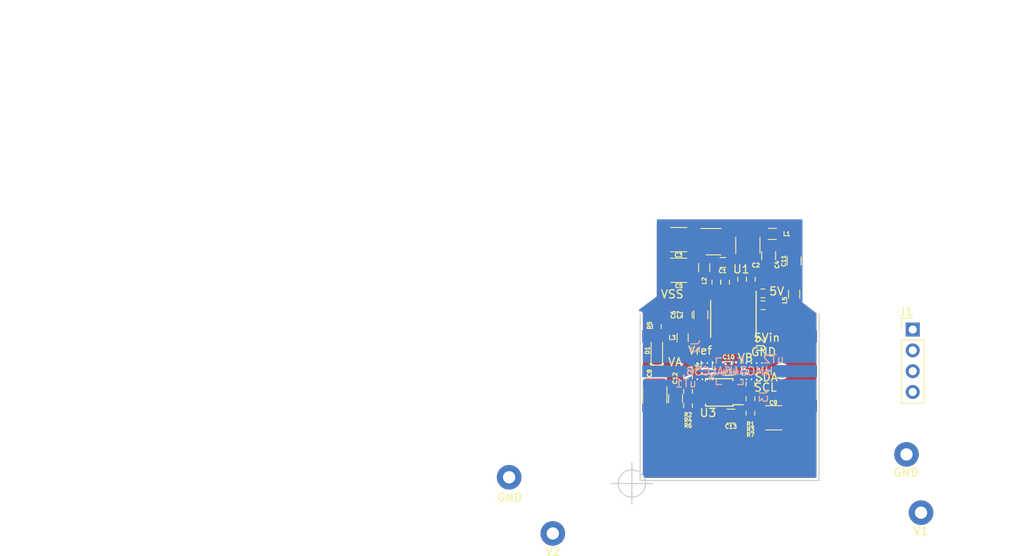
<source format=kicad_pcb>
(kicad_pcb (version 20171130) (host pcbnew 5.1.5-52549c5~84~ubuntu18.04.1)

  (general
    (thickness 1.5)
    (drawings 41)
    (tracks 32)
    (zones 0)
    (modules 54)
    (nets 29)
  )

  (page A4)
  (layers
    (0 F.Cu mixed)
    (1 In1.Cu mixed hide)
    (2 In2.Cu power hide)
    (31 B.Cu signal hide)
    (35 F.Paste user hide)
    (37 F.SilkS user hide)
    (38 B.Mask user hide)
    (39 F.Mask user hide)
    (40 Dwgs.User user hide)
    (41 Cmts.User user)
    (44 Edge.Cuts user)
    (45 Margin user hide)
    (46 B.CrtYd user hide)
    (47 F.CrtYd user)
    (49 F.Fab user hide)
  )

  (setup
    (last_trace_width 0.2)
    (user_trace_width 0.3)
    (user_trace_width 0.5)
    (user_trace_width 1)
    (trace_clearance 0.15)
    (zone_clearance 0.25)
    (zone_45_only no)
    (trace_min 0.2)
    (via_size 0.6)
    (via_drill 0.3)
    (via_min_size 0.4)
    (via_min_drill 0.3)
    (user_via 0.5 0.3)
    (user_via 1 0.6)
    (uvia_size 0.3)
    (uvia_drill 0.1)
    (uvias_allowed no)
    (uvia_min_size 0.2)
    (uvia_min_drill 0.1)
    (edge_width 0.15)
    (segment_width 0.15)
    (pcb_text_width 0.3)
    (pcb_text_size 1.5 1.5)
    (mod_edge_width 0.15)
    (mod_text_size 1 1)
    (mod_text_width 0.15)
    (pad_size 1.5 1.5)
    (pad_drill 0)
    (pad_to_mask_clearance 0.05)
    (solder_mask_min_width 0.09)
    (aux_axis_origin 153.416 115.824)
    (grid_origin 153.416 115.824)
    (visible_elements FFFFFFFF)
    (pcbplotparams
      (layerselection 0x010e8_80000007)
      (usegerberextensions true)
      (usegerberattributes false)
      (usegerberadvancedattributes false)
      (creategerberjobfile false)
      (excludeedgelayer true)
      (linewidth 0.100000)
      (plotframeref false)
      (viasonmask false)
      (mode 1)
      (useauxorigin true)
      (hpglpennumber 1)
      (hpglpenspeed 20)
      (hpglpendiameter 15.000000)
      (psnegative false)
      (psa4output false)
      (plotreference true)
      (plotvalue true)
      (plotinvisibletext false)
      (padsonsilk false)
      (subtractmaskfromsilk false)
      (outputformat 1)
      (mirror false)
      (drillshape 0)
      (scaleselection 1)
      (outputdirectory "Export/"))
  )

  (net 0 "")
  (net 1 "Net-(C1-Pad1)")
  (net 2 GND)
  (net 3 "Net-(C2-Pad1)")
  (net 4 +5V)
  (net 5 "Net-(C6-Pad1)")
  (net 6 "Net-(C1-Pad2)")
  (net 7 "Net-(C3-Pad1)")
  (net 8 VSS)
  (net 9 "Net-(C10-Pad2)")
  (net 10 "Net-(TP8-Pad1)")
  (net 11 /VA)
  (net 12 /SDA)
  (net 13 /SCL)
  (net 14 "Net-(J1-Pad1)")
  (net 15 "Net-(C12-Pad2)")
  (net 16 "Net-(C13-Pad2)")
  (net 17 "Net-(C12-Pad1)")
  (net 18 "Net-(C13-Pad1)")
  (net 19 "Net-(D1-Pad2)")
  (net 20 "Net-(R8-Pad2)")
  (net 21 "Net-(R10-Pad2)")
  (net 22 "Net-(R12-Pad1)")
  (net 23 GNDA)
  (net 24 V1)
  (net 25 V2)
  (net 26 "Net-(U4-Pad8)")
  (net 27 "Net-(U4-Pad2)")
  (net 28 /VB)

  (net_class Default "Dies ist die voreingestellte Netzklasse."
    (clearance 0.15)
    (trace_width 0.2)
    (via_dia 0.6)
    (via_drill 0.3)
    (uvia_dia 0.3)
    (uvia_drill 0.1)
    (add_net +5V)
    (add_net /SCL)
    (add_net /SDA)
    (add_net /VA)
    (add_net /VB)
    (add_net GND)
    (add_net GNDA)
    (add_net "Net-(C1-Pad1)")
    (add_net "Net-(C1-Pad2)")
    (add_net "Net-(C10-Pad2)")
    (add_net "Net-(C12-Pad1)")
    (add_net "Net-(C12-Pad2)")
    (add_net "Net-(C13-Pad1)")
    (add_net "Net-(C13-Pad2)")
    (add_net "Net-(C2-Pad1)")
    (add_net "Net-(C3-Pad1)")
    (add_net "Net-(C6-Pad1)")
    (add_net "Net-(D1-Pad2)")
    (add_net "Net-(J1-Pad1)")
    (add_net "Net-(J2-Pad1)")
    (add_net "Net-(J3-Pad1)")
    (add_net "Net-(R10-Pad2)")
    (add_net "Net-(R12-Pad1)")
    (add_net "Net-(R8-Pad2)")
    (add_net "Net-(TP8-Pad1)")
    (add_net "Net-(U2-Pad2)")
    (add_net "Net-(U2-Pad6)")
    (add_net "Net-(U3-Pad4)")
    (add_net "Net-(U4-Pad2)")
    (add_net "Net-(U4-Pad5)")
    (add_net "Net-(U4-Pad8)")
    (add_net V1)
    (add_net V2)
    (add_net VSS)
  )

  (module digikey-footprints:uwT1.00_1.50_0.30_0.30_1.50 (layer B.Cu) (tedit 5E1F45F3) (tstamp 5E1FD9E5)
    (at 171.45 102.108 180)
    (path /5E2A6B43)
    (attr virtual)
    (fp_text reference uT2 (at 0.75 1.475) (layer B.SilkS)
      (effects (font (size 1 1) (thickness 0.15)) (justify mirror))
    )
    (fp_text value Taper (at 0.75 -1.975) (layer B.Fab)
      (effects (font (size 1 1) (thickness 0.15)) (justify mirror))
    )
    (pad 2 smd rect (at 2 0 180) (size 0.3 0.3) (layers B.Cu)
      (solder_mask_margin 1))
    (pad 1 smd custom (at 0 0 180) (size 1 1.5) (layers B.Cu)
      (net 26 "Net-(U4-Pad8)") (zone_connect 0)
      (options (clearance outline) (anchor rect))
      (primitives
        (gr_poly (pts
           (xy -0.5 0.75) (xy 0.5 0.75) (xy 1.85 0.15) (xy 1.85 -0.15) (xy 0.5 -0.75)
           (xy -0.5 -0.75)) (width 0))
      ))
  )

  (module digikey-footprints:uwT1.00_1.50_0.30_0.30_1.50 (layer B.Cu) (tedit 5E1F45F3) (tstamp 5E1F54E9)
    (at 159.258 102.108)
    (path /5E2A6597)
    (attr virtual)
    (fp_text reference uT1 (at 0.75 1.475) (layer B.SilkS)
      (effects (font (size 1 1) (thickness 0.15)) (justify mirror))
    )
    (fp_text value Taper (at 0.75 -1.975) (layer B.Fab)
      (effects (font (size 1 1) (thickness 0.15)) (justify mirror))
    )
    (pad 2 smd rect (at 2 0) (size 0.3 0.3) (layers B.Cu)
      (solder_mask_margin 1))
    (pad 1 smd custom (at 0 0) (size 1 1.5) (layers B.Cu)
      (net 27 "Net-(U4-Pad2)") (zone_connect 0)
      (options (clearance outline) (anchor rect))
      (primitives
        (gr_poly (pts
           (xy -0.5 0.75) (xy 0.5 0.75) (xy 1.85 0.15) (xy 1.85 -0.15) (xy 0.5 -0.75)
           (xy -0.5 -0.75)) (width 0))
      ))
  )

  (module footprints:HMC346ALC3B (layer B.Cu) (tedit 5E1F3CC1) (tstamp 5E1F580F)
    (at 165.354 102.108)
    (path /5E218E47)
    (fp_text reference U4 (at 0 0) (layer B.SilkS)
      (effects (font (size 1 1) (thickness 0.15)) (justify mirror))
    )
    (fp_text value HMC346ALC3B (at 0 0) (layer B.SilkS)
      (effects (font (size 1 1) (thickness 0.15)) (justify mirror))
    )
    (fp_line (start -1.008 -1.754) (end -1.754 -1.754) (layer B.CrtYd) (width 0.1524))
    (fp_line (start -1.008 -2.0604) (end -1.008 -1.754) (layer B.CrtYd) (width 0.1524))
    (fp_line (start 1.008 -2.0604) (end -1.008 -2.0604) (layer B.CrtYd) (width 0.1524))
    (fp_line (start 1.008 -1.754) (end 1.008 -2.0604) (layer B.CrtYd) (width 0.1524))
    (fp_line (start 1.754 -1.754) (end 1.008 -1.754) (layer B.CrtYd) (width 0.1524))
    (fp_line (start 1.754 -1.008) (end 1.754 -1.754) (layer B.CrtYd) (width 0.1524))
    (fp_line (start 2.0604 -1.008) (end 1.754 -1.008) (layer B.CrtYd) (width 0.1524))
    (fp_line (start 2.0604 1.008) (end 2.0604 -1.008) (layer B.CrtYd) (width 0.1524))
    (fp_line (start 1.754 1.008) (end 2.0604 1.008) (layer B.CrtYd) (width 0.1524))
    (fp_line (start 1.754 1.754) (end 1.754 1.008) (layer B.CrtYd) (width 0.1524))
    (fp_line (start 1.008 1.754) (end 1.754 1.754) (layer B.CrtYd) (width 0.1524))
    (fp_line (start 1.008 2.0604) (end 1.008 1.754) (layer B.CrtYd) (width 0.1524))
    (fp_line (start -1.008 2.0604) (end 1.008 2.0604) (layer B.CrtYd) (width 0.1524))
    (fp_line (start -1.008 1.754) (end -1.008 2.0604) (layer B.CrtYd) (width 0.1524))
    (fp_line (start -1.754 1.754) (end -1.008 1.754) (layer B.CrtYd) (width 0.1524))
    (fp_line (start -1.754 1.008) (end -1.754 1.754) (layer B.CrtYd) (width 0.1524))
    (fp_line (start -2.0604 1.008) (end -1.754 1.008) (layer B.CrtYd) (width 0.1524))
    (fp_line (start -2.0604 -1.008) (end -2.0604 1.008) (layer B.CrtYd) (width 0.1524))
    (fp_line (start -1.754 -1.008) (end -2.0604 -1.008) (layer B.CrtYd) (width 0.1524))
    (fp_line (start -1.754 -1.754) (end -1.754 -1.008) (layer B.CrtYd) (width 0.1524))
    (fp_line (start 0.75 0.75) (end -0.75 0.75) (layer B.Paste) (width 0.1524))
    (fp_line (start 0.75 -0.75) (end 0.75 0.75) (layer B.Paste) (width 0.1524))
    (fp_line (start -0.75 -0.75) (end 0.75 -0.75) (layer B.Paste) (width 0.1524))
    (fp_line (start -0.75 0.75) (end -0.75 -0.75) (layer B.Paste) (width 0.1524))
    (fp_line (start 2.0604 0.1905) (end 2.3144 0.1905) (layer B.SilkS) (width 0.1524))
    (fp_line (start 2.0604 -0.1905) (end 2.0604 0.1905) (layer B.SilkS) (width 0.1524))
    (fp_line (start 2.3144 -0.1905) (end 2.0604 -0.1905) (layer B.SilkS) (width 0.1524))
    (fp_line (start 2.3144 0.1905) (end 2.3144 -0.1905) (layer B.SilkS) (width 0.1524))
    (fp_line (start 1.627 0.985139) (end 1.627 1.627) (layer B.SilkS) (width 0.1524))
    (fp_line (start 0.985139 -1.627) (end 1.627 -1.627) (layer B.SilkS) (width 0.1524))
    (fp_line (start -1.627 -0.985139) (end -1.627 -1.627) (layer B.SilkS) (width 0.1524))
    (fp_line (start -0.985139 1.627) (end -1.627 1.627) (layer B.SilkS) (width 0.1524))
    (fp_line (start -1.5 1.5) (end -1.5 -1.5) (layer B.Fab) (width 0.1524))
    (fp_line (start 1.5 1.5) (end -1.5 1.5) (layer B.Fab) (width 0.1524))
    (fp_line (start 1.5 -1.5) (end 1.5 1.5) (layer B.Fab) (width 0.1524))
    (fp_line (start -1.5 -1.5) (end 1.5 -1.5) (layer B.Fab) (width 0.1524))
    (fp_line (start -1.627 1.627) (end -1.627 0.985139) (layer B.SilkS) (width 0.1524))
    (fp_line (start 1.627 1.627) (end 0.985139 1.627) (layer B.SilkS) (width 0.1524))
    (fp_line (start 1.627 -1.627) (end 1.627 -0.985139) (layer B.SilkS) (width 0.1524))
    (fp_line (start -1.627 -1.627) (end -0.985139 -1.627) (layer B.SilkS) (width 0.1524))
    (fp_line (start 1.5 0.68) (end 1.5 0.68) (layer B.Fab) (width 0.1524))
    (fp_line (start 1.5 0.32) (end 1.5 0.68) (layer B.Fab) (width 0.1524))
    (fp_line (start 1.5 0.32) (end 1.5 0.32) (layer B.Fab) (width 0.1524))
    (fp_line (start 1.5 0.68) (end 1.5 0.32) (layer B.Fab) (width 0.1524))
    (fp_line (start 1.5 0.18) (end 1.5 0.18) (layer B.Fab) (width 0.1524))
    (fp_line (start 1.5 -0.18) (end 1.5 0.18) (layer B.Fab) (width 0.1524))
    (fp_line (start 1.5 -0.18) (end 1.5 -0.18) (layer B.Fab) (width 0.1524))
    (fp_line (start 1.5 0.18) (end 1.5 -0.18) (layer B.Fab) (width 0.1524))
    (fp_line (start 1.5 -0.32) (end 1.5 -0.32) (layer B.Fab) (width 0.1524))
    (fp_line (start 1.5 -0.68) (end 1.5 -0.32) (layer B.Fab) (width 0.1524))
    (fp_line (start 1.5 -0.68) (end 1.5 -0.68) (layer B.Fab) (width 0.1524))
    (fp_line (start 1.5 -0.32) (end 1.5 -0.68) (layer B.Fab) (width 0.1524))
    (fp_line (start 0.68 -1.5) (end 0.68 -1.5) (layer B.Fab) (width 0.1524))
    (fp_line (start 0.32 -1.5) (end 0.68 -1.5) (layer B.Fab) (width 0.1524))
    (fp_line (start 0.32 -1.5) (end 0.32 -1.5) (layer B.Fab) (width 0.1524))
    (fp_line (start 0.68 -1.5) (end 0.32 -1.5) (layer B.Fab) (width 0.1524))
    (fp_line (start 0.18 -1.5) (end 0.18 -1.5) (layer B.Fab) (width 0.1524))
    (fp_line (start -0.18 -1.5) (end 0.18 -1.5) (layer B.Fab) (width 0.1524))
    (fp_line (start -0.18 -1.5) (end -0.18 -1.5) (layer B.Fab) (width 0.1524))
    (fp_line (start 0.18 -1.5) (end -0.18 -1.5) (layer B.Fab) (width 0.1524))
    (fp_line (start -0.32 -1.5) (end -0.32 -1.5) (layer B.Fab) (width 0.1524))
    (fp_line (start -0.68 -1.5) (end -0.32 -1.5) (layer B.Fab) (width 0.1524))
    (fp_line (start -0.68 -1.5) (end -0.68 -1.5) (layer B.Fab) (width 0.1524))
    (fp_line (start -0.32 -1.5) (end -0.68 -1.5) (layer B.Fab) (width 0.1524))
    (fp_line (start -1.5 -0.68) (end -1.5 -0.68) (layer B.Fab) (width 0.1524))
    (fp_line (start -1.5 -0.32) (end -1.5 -0.68) (layer B.Fab) (width 0.1524))
    (fp_line (start -1.5 -0.32) (end -1.5 -0.32) (layer B.Fab) (width 0.1524))
    (fp_line (start -1.5 -0.68) (end -1.5 -0.32) (layer B.Fab) (width 0.1524))
    (fp_line (start -1.5 -0.18) (end -1.5 -0.18) (layer B.Fab) (width 0.1524))
    (fp_line (start -1.5 0.18) (end -1.5 -0.18) (layer B.Fab) (width 0.1524))
    (fp_line (start -1.5 0.18) (end -1.5 0.18) (layer B.Fab) (width 0.1524))
    (fp_line (start -1.5 -0.18) (end -1.5 0.18) (layer B.Fab) (width 0.1524))
    (fp_line (start -1.5 0.32) (end -1.5 0.32) (layer B.Fab) (width 0.1524))
    (fp_line (start -1.5 0.68) (end -1.5 0.32) (layer B.Fab) (width 0.1524))
    (fp_line (start -1.5 0.68) (end -1.5 0.68) (layer B.Fab) (width 0.1524))
    (fp_line (start -1.5 0.32) (end -1.5 0.68) (layer B.Fab) (width 0.1524))
    (fp_line (start 0.32 1.5) (end 0.32 1.5) (layer B.Fab) (width 0.1524))
    (fp_line (start 0.68 1.5) (end 0.32 1.5) (layer B.Fab) (width 0.1524))
    (fp_line (start 0.68 1.5) (end 0.68 1.5) (layer B.Fab) (width 0.1524))
    (fp_line (start 0.32 1.5) (end 0.68 1.5) (layer B.Fab) (width 0.1524))
    (fp_line (start -0.18 1.5) (end -0.18 1.5) (layer B.Fab) (width 0.1524))
    (fp_line (start 0.18 1.5) (end -0.18 1.5) (layer B.Fab) (width 0.1524))
    (fp_line (start 0.18 1.5) (end 0.18 1.5) (layer B.Fab) (width 0.1524))
    (fp_line (start -0.18 1.5) (end 0.18 1.5) (layer B.Fab) (width 0.1524))
    (fp_line (start -0.68 1.5) (end -0.68 1.5) (layer B.Fab) (width 0.1524))
    (fp_line (start -0.32 1.5) (end -0.68 1.5) (layer B.Fab) (width 0.1524))
    (fp_line (start -0.32 1.5) (end -0.32 1.5) (layer B.Fab) (width 0.1524))
    (fp_line (start -0.68 1.5) (end -0.32 1.5) (layer B.Fab) (width 0.1524))
    (fp_line (start 0.103 1.5) (end 1.5 0.103) (layer B.Fab) (width 0.1524))
    (fp_line (start 0.103 -1.5) (end 1.5 -0.103) (layer B.Fab) (width 0.1524))
    (fp_line (start -0.103 -1.5) (end -1.5 -0.103) (layer B.Fab) (width 0.1524))
    (fp_line (start -1.5 0.103) (end -0.103 1.5) (layer B.Fab) (width 0.1524))
    (fp_text user * (at -2.22 1.13) (layer B.SilkS)
      (effects (font (size 1 1) (thickness 0.15)) (justify mirror))
    )
    (fp_text user * (at -2.22 1.13) (layer B.SilkS)
      (effects (font (size 1 1) (thickness 0.15)) (justify mirror))
    )
    (fp_text user * (at 0 1.0698) (layer B.Fab)
      (effects (font (size 1 1) (thickness 0.15)) (justify mirror))
    )
    (fp_text user * (at -2.22 1.13) (layer B.SilkS)
      (effects (font (size 1 1) (thickness 0.15)) (justify mirror))
    )
    (fp_text user "Copyright 2016 Accelerated Designs. All rights reserved." (at -34.544 6.858) (layer Cmts.User)
      (effects (font (size 0.127 0.127) (thickness 0.002)))
    )
    (fp_text user 0.059in/1.5mm (at -1.524 35.56) (layer Dwgs.User)
      (effects (font (size 1 1) (thickness 0.15)))
    )
    (fp_text user 0.11in/2.785mm (at -1.524 26.67) (layer Dwgs.User)
      (effects (font (size 1 1) (thickness 0.15)))
    )
    (fp_text user 0.033in/0.828mm (at -2.032 29.972) (layer Dwgs.User)
      (effects (font (size 1 1) (thickness 0.15)))
    )
    (fp_text user 0.012in/0.305mm (at -2.794 23.622) (layer Dwgs.User)
      (effects (font (size 1 1) (thickness 0.15)))
    )
    (fp_text user 0.02in/0.5mm (at -2.032 33.02) (layer Dwgs.User)
      (effects (font (size 1 1) (thickness 0.15)))
    )
    (pad 13 smd rect (at 0 0) (size 1.5 1.5) (layers B.Cu B.Paste B.Mask)
      (net 23 GNDA))
    (pad 10 smd rect (at 0.499999 1.3924) (size 0.3048 0.828) (layers B.Cu B.Paste B.Mask)
      (net 23 GNDA))
    (pad 9 smd rect (at 1.3924 0.499999 270) (size 0.3048 0.828) (layers B.Cu B.Paste B.Mask)
      (net 23 GNDA))
    (pad 8 smd rect (at 1.3924 0 270) (size 0.3048 0.828) (layers B.Cu B.Paste B.Mask)
      (net 26 "Net-(U4-Pad8)"))
    (pad 7 smd rect (at 1.3924 -0.499999 270) (size 0.3048 0.828) (layers B.Cu B.Paste B.Mask)
      (net 23 GNDA))
    (pad 6 smd rect (at 0.499999 -1.3924) (size 0.3048 0.828) (layers B.Cu B.Paste B.Mask)
      (net 24 V1))
    (pad 5 smd rect (at 0 -1.3924) (size 0.3048 0.828) (layers B.Cu B.Paste B.Mask))
    (pad 4 smd rect (at -0.499999 -1.3924) (size 0.3048 0.828) (layers B.Cu B.Paste B.Mask)
      (net 25 V2))
    (pad 3 smd rect (at -1.3924 -0.499999 270) (size 0.3048 0.828) (layers B.Cu B.Paste B.Mask)
      (net 23 GNDA))
    (pad 2 smd rect (at -1.3924 0 270) (size 0.3048 0.828) (layers B.Cu B.Paste B.Mask)
      (net 27 "Net-(U4-Pad2)"))
    (pad 1 smd rect (at -1.3924 0.499999 270) (size 0.3048 0.828) (layers B.Cu B.Paste B.Mask)
      (net 23 GNDA))
    (pad 12 smd rect (at -0.499999 1.3924) (size 0.3048 0.828) (layers B.Cu B.Paste B.Mask)
      (net 23 GNDA))
    (pad 11 smd rect (at 0 1.3924) (size 0.3048 0.828) (layers B.Cu B.Paste B.Mask)
      (net 23 GNDA))
  )

  (module footprints:SMA_Amphenol_132289_EdgeMount (layer B.Cu) (tedit 5A1C1810) (tstamp 5E1F50FE)
    (at 173.482 102.108)
    (descr http://www.amphenolrf.com/132289.html)
    (tags SMA)
    (path /5E207CF6)
    (attr smd)
    (fp_text reference J3 (at -3.96 3 -90) (layer B.SilkS)
      (effects (font (size 1 1) (thickness 0.15)) (justify mirror))
    )
    (fp_text value Conn_Coaxial (at 5 -6) (layer B.Fab)
      (effects (font (size 1 1) (thickness 0.15)) (justify mirror))
    )
    (fp_line (start -1.91 -5.08) (end 4.445 -5.08) (layer B.Fab) (width 0.1))
    (fp_line (start -1.91 -3.81) (end -1.91 -5.08) (layer B.Fab) (width 0.1))
    (fp_line (start 2.54 -3.81) (end -1.91 -3.81) (layer B.Fab) (width 0.1))
    (fp_line (start 2.54 3.81) (end 2.54 -3.81) (layer B.Fab) (width 0.1))
    (fp_line (start -1.91 3.81) (end 2.54 3.81) (layer B.Fab) (width 0.1))
    (fp_line (start -1.91 5.08) (end -1.91 3.81) (layer B.Fab) (width 0.1))
    (fp_line (start -1.91 5.08) (end 4.445 5.08) (layer B.Fab) (width 0.1))
    (fp_line (start 4.445 3.81) (end 4.445 5.08) (layer B.Fab) (width 0.1))
    (fp_line (start 4.445 -5.08) (end 4.445 -3.81) (layer B.Fab) (width 0.1))
    (fp_line (start 13.97 -3.81) (end 4.445 -3.81) (layer B.Fab) (width 0.1))
    (fp_line (start 13.97 3.81) (end 13.97 -3.81) (layer B.Fab) (width 0.1))
    (fp_line (start 4.445 3.81) (end 13.97 3.81) (layer B.Fab) (width 0.1))
    (fp_line (start -3.04 -5.58) (end -3.04 5.58) (layer F.CrtYd) (width 0.05))
    (fp_line (start 14.47 -5.58) (end -3.04 -5.58) (layer F.CrtYd) (width 0.05))
    (fp_line (start 14.47 5.58) (end 14.47 -5.58) (layer F.CrtYd) (width 0.05))
    (fp_line (start 14.47 5.58) (end -3.04 5.58) (layer F.CrtYd) (width 0.05))
    (fp_line (start -3.04 -5.58) (end -3.04 5.58) (layer B.CrtYd) (width 0.05))
    (fp_line (start 14.47 -5.58) (end -3.04 -5.58) (layer B.CrtYd) (width 0.05))
    (fp_line (start 14.47 5.58) (end 14.47 -5.58) (layer B.CrtYd) (width 0.05))
    (fp_line (start 14.47 5.58) (end -3.04 5.58) (layer B.CrtYd) (width 0.05))
    (fp_text user %R (at 4.79 0 -270) (layer B.Fab)
      (effects (font (size 1 1) (thickness 0.15)) (justify mirror))
    )
    (fp_line (start 2.54 0.75) (end 3.54 0) (layer B.Fab) (width 0.1))
    (fp_line (start 3.54 0) (end 2.54 -0.75) (layer B.Fab) (width 0.1))
    (fp_line (start -3.21 0) (end -3.71 0.25) (layer B.SilkS) (width 0.12))
    (fp_line (start -3.71 0.25) (end -3.71 -0.25) (layer B.SilkS) (width 0.12))
    (fp_line (start -3.71 -0.25) (end -3.21 0) (layer B.SilkS) (width 0.12))
    (pad 1 smd rect (at 0 0 270) (size 1.5 5.08) (layers B.Cu B.Paste B.Mask))
    (pad 2 smd rect (at 0 4.25 270) (size 1.5 5.08) (layers B.Cu B.Paste B.Mask)
      (net 23 GNDA))
    (pad 2 smd rect (at 0 -4.25 270) (size 1.5 5.08) (layers B.Cu B.Paste B.Mask)
      (net 23 GNDA))
    (pad 2 smd rect (at 0 4.25 270) (size 1.5 5.08) (layers F.Cu F.Paste F.Mask)
      (net 23 GNDA))
    (pad 2 smd rect (at 0 -4.25 270) (size 1.5 5.08) (layers F.Cu F.Paste F.Mask)
      (net 23 GNDA))
    (model ${KISYS3DMOD}/Connector_Coaxial.3dshapes/SMA_Amphenol_132289_EdgeMount.wrl
      (at (xyz 0 0 0))
      (scale (xyz 1 1 1))
      (rotate (xyz 0 0 0))
    )
  )

  (module footprints:SMA_Amphenol_132289_EdgeMount (layer B.Cu) (tedit 5A1C1810) (tstamp 5E1F50DB)
    (at 157.226 102.108 180)
    (descr http://www.amphenolrf.com/132289.html)
    (tags SMA)
    (path /5E1FD78D)
    (attr smd)
    (fp_text reference J2 (at -3.96 3 270) (layer B.SilkS)
      (effects (font (size 1 1) (thickness 0.15)) (justify mirror))
    )
    (fp_text value Conn_Coaxial (at 5 -6) (layer B.Fab)
      (effects (font (size 1 1) (thickness 0.15)) (justify mirror))
    )
    (fp_line (start -1.91 -5.08) (end 4.445 -5.08) (layer B.Fab) (width 0.1))
    (fp_line (start -1.91 -3.81) (end -1.91 -5.08) (layer B.Fab) (width 0.1))
    (fp_line (start 2.54 -3.81) (end -1.91 -3.81) (layer B.Fab) (width 0.1))
    (fp_line (start 2.54 3.81) (end 2.54 -3.81) (layer B.Fab) (width 0.1))
    (fp_line (start -1.91 3.81) (end 2.54 3.81) (layer B.Fab) (width 0.1))
    (fp_line (start -1.91 5.08) (end -1.91 3.81) (layer B.Fab) (width 0.1))
    (fp_line (start -1.91 5.08) (end 4.445 5.08) (layer B.Fab) (width 0.1))
    (fp_line (start 4.445 3.81) (end 4.445 5.08) (layer B.Fab) (width 0.1))
    (fp_line (start 4.445 -5.08) (end 4.445 -3.81) (layer B.Fab) (width 0.1))
    (fp_line (start 13.97 -3.81) (end 4.445 -3.81) (layer B.Fab) (width 0.1))
    (fp_line (start 13.97 3.81) (end 13.97 -3.81) (layer B.Fab) (width 0.1))
    (fp_line (start 4.445 3.81) (end 13.97 3.81) (layer B.Fab) (width 0.1))
    (fp_line (start -3.04 -5.58) (end -3.04 5.58) (layer F.CrtYd) (width 0.05))
    (fp_line (start 14.47 -5.58) (end -3.04 -5.58) (layer F.CrtYd) (width 0.05))
    (fp_line (start 14.47 5.58) (end 14.47 -5.58) (layer F.CrtYd) (width 0.05))
    (fp_line (start 14.47 5.58) (end -3.04 5.58) (layer F.CrtYd) (width 0.05))
    (fp_line (start -3.04 -5.58) (end -3.04 5.58) (layer B.CrtYd) (width 0.05))
    (fp_line (start 14.47 -5.58) (end -3.04 -5.58) (layer B.CrtYd) (width 0.05))
    (fp_line (start 14.47 5.58) (end 14.47 -5.58) (layer B.CrtYd) (width 0.05))
    (fp_line (start 14.47 5.58) (end -3.04 5.58) (layer B.CrtYd) (width 0.05))
    (fp_text user %R (at 4.79 0 90) (layer B.Fab)
      (effects (font (size 1 1) (thickness 0.15)) (justify mirror))
    )
    (fp_line (start 2.54 0.75) (end 3.54 0) (layer B.Fab) (width 0.1))
    (fp_line (start 3.54 0) (end 2.54 -0.75) (layer B.Fab) (width 0.1))
    (fp_line (start -3.21 0) (end -3.71 0.25) (layer B.SilkS) (width 0.12))
    (fp_line (start -3.71 0.25) (end -3.71 -0.25) (layer B.SilkS) (width 0.12))
    (fp_line (start -3.71 -0.25) (end -3.21 0) (layer B.SilkS) (width 0.12))
    (pad 1 smd rect (at 0 0 90) (size 1.5 5.08) (layers B.Cu B.Paste B.Mask))
    (pad 2 smd rect (at 0 4.25 90) (size 1.5 5.08) (layers B.Cu B.Paste B.Mask)
      (net 23 GNDA))
    (pad 2 smd rect (at 0 -4.25 90) (size 1.5 5.08) (layers B.Cu B.Paste B.Mask)
      (net 23 GNDA))
    (pad 2 smd rect (at 0 4.25 90) (size 1.5 5.08) (layers F.Cu F.Paste F.Mask)
      (net 23 GNDA))
    (pad 2 smd rect (at 0 -4.25 90) (size 1.5 5.08) (layers F.Cu F.Paste F.Mask)
      (net 23 GNDA))
    (model ${KISYS3DMOD}/Connector_Coaxial.3dshapes/SMA_Amphenol_132289_EdgeMount.wrl
      (at (xyz 0 0 0))
      (scale (xyz 1 1 1))
      (rotate (xyz 0 0 0))
    )
  )

  (module Measurement_Points:Measurement_Point_Round-SMD-Pad_Small (layer F.Cu) (tedit 5C98DAEB) (tstamp 5C94A3AD)
    (at 168.0464 101.8032)
    (descr "Mesurement Point, Round, SMD Pad, DM 1.5mm,")
    (tags "Mesurement Point Round SMD Pad 1.5mm")
    (path /5C95350C)
    (attr virtual)
    (fp_text reference TP10 (at 0 0.0508) (layer F.Fab)
      (effects (font (size 1 1) (thickness 0.15)))
    )
    (fp_text value VB (at -0.762 -1.3208) (layer F.SilkS)
      (effects (font (size 1 1) (thickness 0.15)))
    )
    (fp_circle (center 0 0) (end 1 0) (layer F.CrtYd) (width 0.05))
    (pad 1 smd circle (at 0 0) (size 1.5 1.5) (layers F.Cu F.Mask)
      (net 28 /VB))
  )

  (module Measurement_Points:Measurement_Point_Round-TH_Big (layer F.Cu) (tedit 5C98DA88) (tstamp 5C98AF9D)
    (at 188.722 119.38)
    (descr "Mesurement Point, Round, Trough Hole,  DM 3mm, Drill 1.5mm,")
    (tags "Mesurement Point Round Trough Hole 3mm 1.5mm")
    (path /5C90F66E)
    (attr virtual)
    (fp_text reference TP11 (at 0.0381 0.0381) (layer F.Fab)
      (effects (font (size 1 1) (thickness 0.15)))
    )
    (fp_text value V1 (at -0.0127 2.2225) (layer F.SilkS)
      (effects (font (size 1 1) (thickness 0.15)))
    )
    (fp_circle (center 0 0) (end 1.75 0) (layer F.CrtYd) (width 0.05))
    (pad 1 thru_hole circle (at 0 0) (size 3 3) (drill 1.5) (layers *.Cu *.Mask)
      (net 24 V1))
  )

  (module TO_SOT_Packages_SMD:SOT-23-6 (layer F.Cu) (tedit 5C9A0157) (tstamp 5C90EE35)
    (at 163.3855 86.2965)
    (descr "6-pin SOT-23 package")
    (tags SOT-23-6)
    (path /5C8FD0FB)
    (attr smd)
    (fp_text reference U1 (at 3.3909 3.3655) (layer F.SilkS)
      (effects (font (size 1 1) (thickness 0.15)))
    )
    (fp_text value LTC1983 (at 0.2413 -2.0701) (layer F.Fab)
      (effects (font (size 1 1) (thickness 0.15)))
    )
    (fp_line (start -0.9 1.61) (end 0.9 1.61) (layer F.SilkS) (width 0.12))
    (fp_line (start 0.9 -1.61) (end -1.55 -1.61) (layer F.SilkS) (width 0.12))
    (fp_line (start 1.9 -1.8) (end -1.9 -1.8) (layer F.CrtYd) (width 0.05))
    (fp_line (start 1.9 1.8) (end 1.9 -1.8) (layer F.CrtYd) (width 0.05))
    (fp_line (start -1.9 1.8) (end 1.9 1.8) (layer F.CrtYd) (width 0.05))
    (fp_line (start -1.9 -1.8) (end -1.9 1.8) (layer F.CrtYd) (width 0.05))
    (fp_line (start -0.9 -0.9) (end -0.25 -1.55) (layer F.Fab) (width 0.1))
    (fp_line (start 0.9 -1.55) (end -0.25 -1.55) (layer F.Fab) (width 0.1))
    (fp_line (start -0.9 -0.9) (end -0.9 1.55) (layer F.Fab) (width 0.1))
    (fp_line (start 0.9 1.55) (end -0.9 1.55) (layer F.Fab) (width 0.1))
    (fp_line (start 0.9 -1.55) (end 0.9 1.55) (layer F.Fab) (width 0.1))
    (pad 1 smd rect (at -1.1 -0.95) (size 1.06 0.65) (layers F.Cu F.Paste F.Mask)
      (net 3 "Net-(C2-Pad1)"))
    (pad 2 smd rect (at -1.1 0) (size 1.06 0.65) (layers F.Cu F.Paste F.Mask)
      (net 7 "Net-(C3-Pad1)"))
    (pad 3 smd rect (at -1.1 0.95) (size 1.06 0.65) (layers F.Cu F.Paste F.Mask)
      (net 1 "Net-(C1-Pad1)"))
    (pad 4 smd rect (at 1.1 0.95) (size 1.06 0.65) (layers F.Cu F.Paste F.Mask)
      (net 6 "Net-(C1-Pad2)"))
    (pad 6 smd rect (at 1.1 -0.95) (size 1.06 0.65) (layers F.Cu F.Paste F.Mask)
      (net 3 "Net-(C2-Pad1)"))
    (pad 5 smd rect (at 1.1 0) (size 1.06 0.65) (layers F.Cu F.Paste F.Mask)
      (net 2 GND))
    (model TO_SOT_Packages_SMD.3dshapes/SOT-23-6.wrl
      (at (xyz 0 0 0))
      (scale (xyz 1 1 1))
      (rotate (xyz 0 0 0))
    )
  )

  (module Capacitors_SMD:C_1210 (layer F.Cu) (tedit 5CA49D23) (tstamp 5C90D01D)
    (at 159.131 86.0425 180)
    (descr "Capacitor SMD 1210, reflow soldering, AVX (see smccp.pdf)")
    (tags "capacitor 1210")
    (path /5C90D17F)
    (attr smd)
    (fp_text reference C3 (at 0.0254 -1.8923 180) (layer F.SilkS)
      (effects (font (size 0.5 0.5) (thickness 0.125)))
    )
    (fp_text value 10uF (at 0 2.5 180) (layer F.Fab)
      (effects (font (size 1 1) (thickness 0.15)))
    )
    (fp_text user %R (at 0.0381 -0.1016 180) (layer F.Fab)
      (effects (font (size 1 1) (thickness 0.15)))
    )
    (fp_line (start -1.6 1.25) (end -1.6 -1.25) (layer F.Fab) (width 0.1))
    (fp_line (start 1.6 1.25) (end -1.6 1.25) (layer F.Fab) (width 0.1))
    (fp_line (start 1.6 -1.25) (end 1.6 1.25) (layer F.Fab) (width 0.1))
    (fp_line (start -1.6 -1.25) (end 1.6 -1.25) (layer F.Fab) (width 0.1))
    (fp_line (start 1 -1.48) (end -1 -1.48) (layer F.SilkS) (width 0.12))
    (fp_line (start -1 1.48) (end 1 1.48) (layer F.SilkS) (width 0.12))
    (fp_line (start -2.25 -1.5) (end 2.25 -1.5) (layer F.CrtYd) (width 0.05))
    (fp_line (start -2.25 -1.5) (end -2.25 1.5) (layer F.CrtYd) (width 0.05))
    (fp_line (start 2.25 1.5) (end 2.25 -1.5) (layer F.CrtYd) (width 0.05))
    (fp_line (start 2.25 1.5) (end -2.25 1.5) (layer F.CrtYd) (width 0.05))
    (pad 1 smd rect (at -1.5 0 180) (size 1 2.5) (layers F.Cu F.Paste F.Mask)
      (net 7 "Net-(C3-Pad1)"))
    (pad 2 smd rect (at 1.5 0 180) (size 1 2.5) (layers F.Cu F.Paste F.Mask)
      (net 2 GND))
    (model Capacitors_SMD.3dshapes/C_1210.wrl
      (at (xyz 0 0 0))
      (scale (xyz 1 1 1))
      (rotate (xyz 0 0 0))
    )
  )

  (module Resistors_SMD:R_0402 (layer F.Cu) (tedit 5CA49D4E) (tstamp 5C91F6C9)
    (at 160.274 104.5718 90)
    (descr "Resistor SMD 0402, reflow soldering, Vishay (see dcrcw.pdf)")
    (tags "resistor 0402")
    (path /5C916C09)
    (attr smd)
    (fp_text reference R4 (at -3.5306 0 180) (layer F.SilkS)
      (effects (font (size 0.5 0.5) (thickness 0.125)))
    )
    (fp_text value 20k (at 0 1.45 90) (layer F.Fab)
      (effects (font (size 1 1) (thickness 0.15)))
    )
    (fp_text user %R (at 0.0254 0 90) (layer F.Fab)
      (effects (font (size 1 1) (thickness 0.15)))
    )
    (fp_line (start -0.5 0.25) (end -0.5 -0.25) (layer F.Fab) (width 0.1))
    (fp_line (start 0.5 0.25) (end -0.5 0.25) (layer F.Fab) (width 0.1))
    (fp_line (start 0.5 -0.25) (end 0.5 0.25) (layer F.Fab) (width 0.1))
    (fp_line (start -0.5 -0.25) (end 0.5 -0.25) (layer F.Fab) (width 0.1))
    (fp_line (start 0.25 -0.53) (end -0.25 -0.53) (layer F.SilkS) (width 0.12))
    (fp_line (start -0.25 0.53) (end 0.25 0.53) (layer F.SilkS) (width 0.12))
    (fp_line (start -0.8 -0.45) (end 0.8 -0.45) (layer F.CrtYd) (width 0.05))
    (fp_line (start -0.8 -0.45) (end -0.8 0.45) (layer F.CrtYd) (width 0.05))
    (fp_line (start 0.8 0.45) (end 0.8 -0.45) (layer F.CrtYd) (width 0.05))
    (fp_line (start 0.8 0.45) (end -0.8 0.45) (layer F.CrtYd) (width 0.05))
    (pad 1 smd rect (at -0.45 0 90) (size 0.4 0.6) (layers F.Cu F.Paste F.Mask)
      (net 25 V2))
    (pad 2 smd rect (at 0.45 0 90) (size 0.4 0.6) (layers F.Cu F.Paste F.Mask)
      (net 15 "Net-(C12-Pad2)"))
    (model Resistors_SMD.3dshapes/R_0402.wrl
      (at (xyz 0 0 0))
      (scale (xyz 1 1 1))
      (rotate (xyz 0 0 0))
    )
  )

  (module Capacitors_SMD:C_0805 (layer F.Cu) (tedit 5CA49D33) (tstamp 5C94A384)
    (at 161.8361 95.2246 90)
    (descr "Capacitor SMD 0805, reflow soldering, AVX (see smccp.pdf)")
    (tags "capacitor 0805")
    (path /5C94FEC5)
    (attr smd)
    (fp_text reference C7 (at 0 -2.6035 90) (layer F.SilkS)
      (effects (font (size 0.5 0.5) (thickness 0.125)))
    )
    (fp_text value 100nF (at -1.1811 1.7653 90) (layer F.Fab)
      (effects (font (size 1 1) (thickness 0.15)))
    )
    (fp_text user %R (at -0.0127 -0.0127 90) (layer F.Fab)
      (effects (font (size 1 1) (thickness 0.15)))
    )
    (fp_line (start -1 0.62) (end -1 -0.62) (layer F.Fab) (width 0.1))
    (fp_line (start 1 0.62) (end -1 0.62) (layer F.Fab) (width 0.1))
    (fp_line (start 1 -0.62) (end 1 0.62) (layer F.Fab) (width 0.1))
    (fp_line (start -1 -0.62) (end 1 -0.62) (layer F.Fab) (width 0.1))
    (fp_line (start 0.5 -0.85) (end -0.5 -0.85) (layer F.SilkS) (width 0.12))
    (fp_line (start -0.5 0.85) (end 0.5 0.85) (layer F.SilkS) (width 0.12))
    (fp_line (start -1.75 -0.88) (end 1.75 -0.88) (layer F.CrtYd) (width 0.05))
    (fp_line (start -1.75 -0.88) (end -1.75 0.87) (layer F.CrtYd) (width 0.05))
    (fp_line (start 1.75 0.87) (end 1.75 -0.88) (layer F.CrtYd) (width 0.05))
    (fp_line (start 1.75 0.87) (end -1.75 0.87) (layer F.CrtYd) (width 0.05))
    (pad 1 smd rect (at -1 0 90) (size 1 1.25) (layers F.Cu F.Paste F.Mask)
      (net 5 "Net-(C6-Pad1)"))
    (pad 2 smd rect (at 1 0 90) (size 1 1.25) (layers F.Cu F.Paste F.Mask)
      (net 2 GND))
    (model Capacitors_SMD.3dshapes/C_0805.wrl
      (at (xyz 0 0 0))
      (scale (xyz 1 1 1))
      (rotate (xyz 0 0 0))
    )
  )

  (module Housings_SSOP:TSSOP-16-1EP_4.4x5mm_Pitch0.65mm (layer F.Cu) (tedit 5C9A41F4) (tstamp 5C94B8B1)
    (at 165.7604 95.7326 270)
    (descr "FE Package; 16-Lead Plastic TSSOP (4.4mm); Exposed Pad Variation BB; (see Linear Technology 1956f.pdf)")
    (tags "SSOP 0.65")
    (path /5C95D480)
    (attr smd)
    (fp_text reference U2 (at 3.0734 -3.4036 90) (layer F.SilkS)
      (effects (font (size 1 1) (thickness 0.15)))
    )
    (fp_text value AD5697R_TSSOP (at 0.3302 1.8288 90) (layer F.Fab)
      (effects (font (size 1 1) (thickness 0.15)))
    )
    (fp_line (start -1.2 -2.5) (end 2.2 -2.5) (layer F.Fab) (width 0.15))
    (fp_line (start 2.2 -2.5) (end 2.2 2.5) (layer F.Fab) (width 0.15))
    (fp_line (start 2.2 2.5) (end -2.2 2.5) (layer F.Fab) (width 0.15))
    (fp_line (start -2.2 2.5) (end -2.2 -1.5) (layer F.Fab) (width 0.15))
    (fp_line (start -2.2 -1.5) (end -1.2 -2.5) (layer F.Fab) (width 0.15))
    (fp_line (start -3.55 -2.925) (end -3.55 2.8) (layer F.CrtYd) (width 0.05))
    (fp_line (start 3.55 -2.925) (end 3.55 2.8) (layer F.CrtYd) (width 0.05))
    (fp_line (start -3.55 -2.925) (end 3.55 -2.925) (layer F.CrtYd) (width 0.05))
    (fp_line (start -3.55 2.8) (end 3.55 2.8) (layer F.CrtYd) (width 0.05))
    (fp_line (start -2.25 2.725) (end 2.25 2.725) (layer F.SilkS) (width 0.15))
    (fp_line (start -3.375 -2.825) (end 2.25 -2.825) (layer F.SilkS) (width 0.15))
    (pad 1 smd rect (at -2.775 -2.275 270) (size 1.05 0.45) (layers F.Cu F.Paste F.Mask)
      (net 10 "Net-(TP8-Pad1)"))
    (pad 2 smd rect (at -2.775 -1.625 270) (size 1.05 0.45) (layers F.Cu F.Paste F.Mask))
    (pad 3 smd rect (at -2.775 -0.975 270) (size 1.05 0.45) (layers F.Cu F.Paste F.Mask)
      (net 11 /VA))
    (pad 4 smd rect (at -2.775 -0.325 270) (size 1.05 0.45) (layers F.Cu F.Paste F.Mask)
      (net 2 GND))
    (pad 5 smd rect (at -2.775 0.325 270) (size 1.05 0.45) (layers F.Cu F.Paste F.Mask)
      (net 5 "Net-(C6-Pad1)"))
    (pad 6 smd rect (at -2.775 0.975 270) (size 1.05 0.45) (layers F.Cu F.Paste F.Mask))
    (pad 7 smd rect (at -2.775 1.625 270) (size 1.05 0.45) (layers F.Cu F.Paste F.Mask)
      (net 28 /VB))
    (pad 8 smd rect (at -2.775 2.275 270) (size 1.05 0.45) (layers F.Cu F.Paste F.Mask)
      (net 12 /SDA))
    (pad 9 smd rect (at 2.775 2.275 270) (size 1.05 0.45) (layers F.Cu F.Paste F.Mask)
      (net 2 GND))
    (pad 10 smd rect (at 2.775 1.625 270) (size 1.05 0.45) (layers F.Cu F.Paste F.Mask)
      (net 22 "Net-(R12-Pad1)"))
    (pad 11 smd rect (at 2.775 0.975 270) (size 1.05 0.45) (layers F.Cu F.Paste F.Mask)
      (net 5 "Net-(C6-Pad1)"))
    (pad 12 smd rect (at 2.775 0.325 270) (size 1.05 0.45) (layers F.Cu F.Paste F.Mask)
      (net 21 "Net-(R10-Pad2)"))
    (pad 13 smd rect (at 2.775 -0.325 270) (size 1.05 0.45) (layers F.Cu F.Paste F.Mask)
      (net 13 /SCL))
    (pad 14 smd rect (at 2.775 -0.975 270) (size 1.05 0.45) (layers F.Cu F.Paste F.Mask)
      (net 20 "Net-(R8-Pad2)"))
    (pad 15 smd rect (at 2.775 -1.625 270) (size 1.05 0.45) (layers F.Cu F.Paste F.Mask)
      (net 5 "Net-(C6-Pad1)"))
    (pad 16 smd rect (at 2.775 -2.275 270) (size 1.05 0.45) (layers F.Cu F.Paste F.Mask)
      (net 5 "Net-(C6-Pad1)"))
    (pad 17 smd rect (at 0.735 1.3425 270) (size 1.47 0.895) (layers F.Cu F.Paste F.Mask)
      (net 2 GND) (solder_paste_margin_ratio -0.2))
    (pad 17 smd rect (at 0.735 0.4475 270) (size 1.47 0.895) (layers F.Cu F.Paste F.Mask)
      (net 2 GND) (solder_paste_margin_ratio -0.2) (zone_connect 2))
    (pad 17 smd rect (at 0.735 -0.4475 270) (size 1.47 0.895) (layers F.Cu F.Paste F.Mask)
      (net 2 GND) (solder_paste_margin_ratio -0.2))
    (pad 17 smd rect (at 0.735 -1.3425 270) (size 1.47 0.895) (layers F.Cu F.Paste F.Mask)
      (net 2 GND) (solder_paste_margin_ratio -0.2))
    (pad 17 smd rect (at -0.735 1.3425 270) (size 1.47 0.895) (layers F.Cu F.Paste F.Mask)
      (net 2 GND) (solder_paste_margin_ratio -0.2))
    (pad 17 smd rect (at -0.735 0.4475 270) (size 1.47 0.895) (layers F.Cu F.Paste F.Mask)
      (net 2 GND) (solder_paste_margin_ratio -0.2) (zone_connect 2))
    (pad 17 smd rect (at -0.735 -0.4475 270) (size 1.47 0.895) (layers F.Cu F.Paste F.Mask)
      (net 2 GND) (solder_paste_margin_ratio -0.2) (zone_connect 2))
    (pad 17 smd rect (at -0.735 -1.3425 270) (size 1.47 0.895) (layers F.Cu F.Paste F.Mask)
      (net 2 GND) (solder_paste_margin_ratio -0.2))
    (model Housings_SSOP.3dshapes/TSSOP-16-1EP_4.4x5mm_Pitch0.65mm.wrl
      (at (xyz 0 0 0))
      (scale (xyz 1 1 1))
      (rotate (xyz 0 0 0))
    )
  )

  (module Inductors_SMD:L_0603 (layer F.Cu) (tedit 5CA49D8F) (tstamp 5C9224A7)
    (at 162.56 101.3968 270)
    (descr "Resistor SMD 0603, reflow soldering, Vishay (see dcrcw.pdf)")
    (tags "resistor 0603")
    (path /5C919140)
    (attr smd)
    (fp_text reference L4 (at 0.127 1.143 270) (layer F.SilkS)
      (effects (font (size 0.5 0.5) (thickness 0.125)))
    )
    (fp_text value ?nH (at 0 1.9 270) (layer F.Fab)
      (effects (font (size 1 1) (thickness 0.15)))
    )
    (fp_line (start -0.8 0.4) (end -0.8 -0.4) (layer F.Fab) (width 0.1))
    (fp_line (start 0.8 0.4) (end -0.8 0.4) (layer F.Fab) (width 0.1))
    (fp_line (start 0.8 -0.4) (end 0.8 0.4) (layer F.Fab) (width 0.1))
    (fp_line (start -0.8 -0.4) (end 0.8 -0.4) (layer F.Fab) (width 0.1))
    (fp_line (start -1.3 -0.8) (end 1.3 -0.8) (layer F.CrtYd) (width 0.05))
    (fp_line (start -1.3 0.8) (end 1.3 0.8) (layer F.CrtYd) (width 0.05))
    (fp_line (start -1.3 -0.8) (end -1.3 0.8) (layer F.CrtYd) (width 0.05))
    (fp_line (start 1.3 -0.8) (end 1.3 0.8) (layer F.CrtYd) (width 0.05))
    (fp_line (start 0.5 0.68) (end -0.5 0.68) (layer F.SilkS) (width 0.12))
    (fp_line (start -0.5 -0.68) (end 0.5 -0.68) (layer F.SilkS) (width 0.12))
    (pad 1 smd rect (at -0.75 0 270) (size 0.5 0.9) (layers F.Cu F.Paste F.Mask)
      (net 4 +5V))
    (pad 2 smd rect (at 0.75 0 270) (size 0.5 0.9) (layers F.Cu F.Paste F.Mask)
      (net 9 "Net-(C10-Pad2)"))
    (model Inductors_SMD.3dshapes\L_0603.wrl
      (at (xyz 0 0 0))
      (scale (xyz 1 1 1))
      (rotate (xyz 0 0 0))
    )
  )

  (module Capacitors_SMD:C_0603 (layer F.Cu) (tedit 5CA49D6A) (tstamp 5C90EDB7)
    (at 164.5285 88.8365)
    (descr "Capacitor SMD 0603, reflow soldering, AVX (see smccp.pdf)")
    (tags "capacitor 0603")
    (path /5C90D007)
    (attr smd)
    (fp_text reference C1 (at -0.0381 1.0287) (layer F.SilkS)
      (effects (font (size 0.5 0.5) (thickness 0.125)))
    )
    (fp_text value 1uF (at 0 1.5) (layer F.Fab)
      (effects (font (size 1 1) (thickness 0.15)))
    )
    (fp_text user %R (at 0.0127 -0.0381) (layer F.Fab)
      (effects (font (size 1 1) (thickness 0.15)))
    )
    (fp_line (start -0.8 0.4) (end -0.8 -0.4) (layer F.Fab) (width 0.1))
    (fp_line (start 0.8 0.4) (end -0.8 0.4) (layer F.Fab) (width 0.1))
    (fp_line (start 0.8 -0.4) (end 0.8 0.4) (layer F.Fab) (width 0.1))
    (fp_line (start -0.8 -0.4) (end 0.8 -0.4) (layer F.Fab) (width 0.1))
    (fp_line (start -0.35 -0.6) (end 0.35 -0.6) (layer F.SilkS) (width 0.12))
    (fp_line (start 0.35 0.6) (end -0.35 0.6) (layer F.SilkS) (width 0.12))
    (fp_line (start -1.4 -0.65) (end 1.4 -0.65) (layer F.CrtYd) (width 0.05))
    (fp_line (start -1.4 -0.65) (end -1.4 0.65) (layer F.CrtYd) (width 0.05))
    (fp_line (start 1.4 0.65) (end 1.4 -0.65) (layer F.CrtYd) (width 0.05))
    (fp_line (start 1.4 0.65) (end -1.4 0.65) (layer F.CrtYd) (width 0.05))
    (pad 1 smd rect (at -0.75 0) (size 0.8 0.75) (layers F.Cu F.Paste F.Mask)
      (net 1 "Net-(C1-Pad1)"))
    (pad 2 smd rect (at 0.75 0) (size 0.8 0.75) (layers F.Cu F.Paste F.Mask)
      (net 6 "Net-(C1-Pad2)"))
    (model Capacitors_SMD.3dshapes/C_0603.wrl
      (at (xyz 0 0 0))
      (scale (xyz 1 1 1))
      (rotate (xyz 0 0 0))
    )
  )

  (module Capacitors_SMD:C_1210 (layer F.Cu) (tedit 5CA49D6D) (tstamp 5C90EDBD)
    (at 167.5765 86.741 270)
    (descr "Capacitor SMD 1210, reflow soldering, AVX (see smccp.pdf)")
    (tags "capacitor 1210")
    (path /5C90DD06)
    (attr smd)
    (fp_text reference C2 (at 2.4384 -0.9779) (layer F.SilkS)
      (effects (font (size 0.5 0.5) (thickness 0.125)))
    )
    (fp_text value 10uF (at 0 2.5 270) (layer F.Fab)
      (effects (font (size 1 1) (thickness 0.15)))
    )
    (fp_text user %R (at -0.0254 -0.0127 270) (layer F.Fab)
      (effects (font (size 1 1) (thickness 0.15)))
    )
    (fp_line (start -1.6 1.25) (end -1.6 -1.25) (layer F.Fab) (width 0.1))
    (fp_line (start 1.6 1.25) (end -1.6 1.25) (layer F.Fab) (width 0.1))
    (fp_line (start 1.6 -1.25) (end 1.6 1.25) (layer F.Fab) (width 0.1))
    (fp_line (start -1.6 -1.25) (end 1.6 -1.25) (layer F.Fab) (width 0.1))
    (fp_line (start 1 -1.48) (end -1 -1.48) (layer F.SilkS) (width 0.12))
    (fp_line (start -1 1.48) (end 1 1.48) (layer F.SilkS) (width 0.12))
    (fp_line (start -2.25 -1.5) (end 2.25 -1.5) (layer F.CrtYd) (width 0.05))
    (fp_line (start -2.25 -1.5) (end -2.25 1.5) (layer F.CrtYd) (width 0.05))
    (fp_line (start 2.25 1.5) (end 2.25 -1.5) (layer F.CrtYd) (width 0.05))
    (fp_line (start 2.25 1.5) (end -2.25 1.5) (layer F.CrtYd) (width 0.05))
    (pad 1 smd rect (at -1.5 0 270) (size 1 2.5) (layers F.Cu F.Paste F.Mask)
      (net 3 "Net-(C2-Pad1)"))
    (pad 2 smd rect (at 1.5 0 270) (size 1 2.5) (layers F.Cu F.Paste F.Mask)
      (net 2 GND))
    (model Capacitors_SMD.3dshapes/C_1210.wrl
      (at (xyz 0 0 0))
      (scale (xyz 1 1 1))
      (rotate (xyz 0 0 0))
    )
  )

  (module Capacitors_SMD:C_0805 (layer F.Cu) (tedit 5CA49D70) (tstamp 5C90EDBE)
    (at 170.1165 88.011 270)
    (descr "Capacitor SMD 0805, reflow soldering, AVX (see smccp.pdf)")
    (tags "capacitor 0805")
    (path /5C931492)
    (attr smd)
    (fp_text reference C4 (at 1.0922 -1.0287 270) (layer F.SilkS)
      (effects (font (size 0.5 0.5) (thickness 0.125)))
    )
    (fp_text value 100nF (at 0 1.75 270) (layer F.Fab)
      (effects (font (size 1 1) (thickness 0.15)))
    )
    (fp_text user %R (at 0.0508 -0.0381 270) (layer F.Fab)
      (effects (font (size 1 1) (thickness 0.15)))
    )
    (fp_line (start -1 0.62) (end -1 -0.62) (layer F.Fab) (width 0.1))
    (fp_line (start 1 0.62) (end -1 0.62) (layer F.Fab) (width 0.1))
    (fp_line (start 1 -0.62) (end 1 0.62) (layer F.Fab) (width 0.1))
    (fp_line (start -1 -0.62) (end 1 -0.62) (layer F.Fab) (width 0.1))
    (fp_line (start 0.5 -0.85) (end -0.5 -0.85) (layer F.SilkS) (width 0.12))
    (fp_line (start -0.5 0.85) (end 0.5 0.85) (layer F.SilkS) (width 0.12))
    (fp_line (start -1.75 -0.88) (end 1.75 -0.88) (layer F.CrtYd) (width 0.05))
    (fp_line (start -1.75 -0.88) (end -1.75 0.87) (layer F.CrtYd) (width 0.05))
    (fp_line (start 1.75 0.87) (end 1.75 -0.88) (layer F.CrtYd) (width 0.05))
    (fp_line (start 1.75 0.87) (end -1.75 0.87) (layer F.CrtYd) (width 0.05))
    (pad 1 smd rect (at -1 0 270) (size 1 1.25) (layers F.Cu F.Paste F.Mask)
      (net 3 "Net-(C2-Pad1)"))
    (pad 2 smd rect (at 1 0 270) (size 1 1.25) (layers F.Cu F.Paste F.Mask)
      (net 2 GND))
    (model Capacitors_SMD.3dshapes/C_0805.wrl
      (at (xyz 0 0 0))
      (scale (xyz 1 1 1))
      (rotate (xyz 0 0 0))
    )
  )

  (module Capacitors_SMD:C_1210 (layer F.Cu) (tedit 5CA49D26) (tstamp 5C90EDC3)
    (at 159.131 89.789 180)
    (descr "Capacitor SMD 1210, reflow soldering, AVX (see smccp.pdf)")
    (tags "capacitor 1210")
    (path /5C90DB41)
    (attr smd)
    (fp_text reference C5 (at -0.0254 -1.905 180) (layer F.SilkS)
      (effects (font (size 0.5 0.5) (thickness 0.125)))
    )
    (fp_text value 10uF (at 0 2.5 180) (layer F.Fab)
      (effects (font (size 1 1) (thickness 0.15)))
    )
    (fp_text user %R (at 0 -0.2286 180) (layer F.Fab)
      (effects (font (size 1 1) (thickness 0.15)))
    )
    (fp_line (start -1.6 1.25) (end -1.6 -1.25) (layer F.Fab) (width 0.1))
    (fp_line (start 1.6 1.25) (end -1.6 1.25) (layer F.Fab) (width 0.1))
    (fp_line (start 1.6 -1.25) (end 1.6 1.25) (layer F.Fab) (width 0.1))
    (fp_line (start -1.6 -1.25) (end 1.6 -1.25) (layer F.Fab) (width 0.1))
    (fp_line (start 1 -1.48) (end -1 -1.48) (layer F.SilkS) (width 0.12))
    (fp_line (start -1 1.48) (end 1 1.48) (layer F.SilkS) (width 0.12))
    (fp_line (start -2.25 -1.5) (end 2.25 -1.5) (layer F.CrtYd) (width 0.05))
    (fp_line (start -2.25 -1.5) (end -2.25 1.5) (layer F.CrtYd) (width 0.05))
    (fp_line (start 2.25 1.5) (end 2.25 -1.5) (layer F.CrtYd) (width 0.05))
    (fp_line (start 2.25 1.5) (end -2.25 1.5) (layer F.CrtYd) (width 0.05))
    (pad 1 smd rect (at -1.5 0 180) (size 1 2.5) (layers F.Cu F.Paste F.Mask)
      (net 8 VSS))
    (pad 2 smd rect (at 1.5 0 180) (size 1 2.5) (layers F.Cu F.Paste F.Mask)
      (net 2 GND))
    (model Capacitors_SMD.3dshapes/C_1210.wrl
      (at (xyz 0 0 0))
      (scale (xyz 1 1 1))
      (rotate (xyz 0 0 0))
    )
  )

  (module Capacitors_SMD:C_0603 (layer F.Cu) (tedit 5CA49D30) (tstamp 5C90EDC8)
    (at 160.1851 95.2246 90)
    (descr "Capacitor SMD 0603, reflow soldering, AVX (see smccp.pdf)")
    (tags "capacitor 0603")
    (path /5C94FE38)
    (attr smd)
    (fp_text reference C6 (at 0 -1.7145 90) (layer F.SilkS)
      (effects (font (size 0.5 0.5) (thickness 0.125)))
    )
    (fp_text value 1uF (at 0 1.5 90) (layer F.Fab)
      (effects (font (size 1 1) (thickness 0.15)))
    )
    (fp_text user %R (at -0.0254 -0.0127 90) (layer F.Fab)
      (effects (font (size 1 1) (thickness 0.15)))
    )
    (fp_line (start -0.8 0.4) (end -0.8 -0.4) (layer F.Fab) (width 0.1))
    (fp_line (start 0.8 0.4) (end -0.8 0.4) (layer F.Fab) (width 0.1))
    (fp_line (start 0.8 -0.4) (end 0.8 0.4) (layer F.Fab) (width 0.1))
    (fp_line (start -0.8 -0.4) (end 0.8 -0.4) (layer F.Fab) (width 0.1))
    (fp_line (start -0.35 -0.6) (end 0.35 -0.6) (layer F.SilkS) (width 0.12))
    (fp_line (start 0.35 0.6) (end -0.35 0.6) (layer F.SilkS) (width 0.12))
    (fp_line (start -1.4 -0.65) (end 1.4 -0.65) (layer F.CrtYd) (width 0.05))
    (fp_line (start -1.4 -0.65) (end -1.4 0.65) (layer F.CrtYd) (width 0.05))
    (fp_line (start 1.4 0.65) (end 1.4 -0.65) (layer F.CrtYd) (width 0.05))
    (fp_line (start 1.4 0.65) (end -1.4 0.65) (layer F.CrtYd) (width 0.05))
    (pad 1 smd rect (at -0.75 0 90) (size 0.8 0.75) (layers F.Cu F.Paste F.Mask)
      (net 5 "Net-(C6-Pad1)"))
    (pad 2 smd rect (at 0.75 0 90) (size 0.8 0.75) (layers F.Cu F.Paste F.Mask)
      (net 2 GND))
    (model Capacitors_SMD.3dshapes/C_0603.wrl
      (at (xyz 0 0 0))
      (scale (xyz 1 1 1))
      (rotate (xyz 0 0 0))
    )
  )

  (module Resistors_SMD:R_0402 (layer F.Cu) (tedit 5CA49D57) (tstamp 5C91F6BA)
    (at 167.894 103.6828 90)
    (descr "Resistor SMD 0402, reflow soldering, Vishay (see dcrcw.pdf)")
    (tags "resistor 0402")
    (path /5C916AEE)
    (attr smd)
    (fp_text reference R1 (at -4.8768 0 180) (layer F.SilkS)
      (effects (font (size 0.5 0.5) (thickness 0.125)))
    )
    (fp_text value 10k (at 0 1.45 90) (layer F.Fab)
      (effects (font (size 1 1) (thickness 0.15)))
    )
    (fp_text user %R (at 0 0 90) (layer F.Fab)
      (effects (font (size 1 1) (thickness 0.15)))
    )
    (fp_line (start -0.5 0.25) (end -0.5 -0.25) (layer F.Fab) (width 0.1))
    (fp_line (start 0.5 0.25) (end -0.5 0.25) (layer F.Fab) (width 0.1))
    (fp_line (start 0.5 -0.25) (end 0.5 0.25) (layer F.Fab) (width 0.1))
    (fp_line (start -0.5 -0.25) (end 0.5 -0.25) (layer F.Fab) (width 0.1))
    (fp_line (start 0.25 -0.53) (end -0.25 -0.53) (layer F.SilkS) (width 0.12))
    (fp_line (start -0.25 0.53) (end 0.25 0.53) (layer F.SilkS) (width 0.12))
    (fp_line (start -0.8 -0.45) (end 0.8 -0.45) (layer F.CrtYd) (width 0.05))
    (fp_line (start -0.8 -0.45) (end -0.8 0.45) (layer F.CrtYd) (width 0.05))
    (fp_line (start 0.8 0.45) (end 0.8 -0.45) (layer F.CrtYd) (width 0.05))
    (fp_line (start 0.8 0.45) (end -0.8 0.45) (layer F.CrtYd) (width 0.05))
    (pad 1 smd rect (at -0.45 0 90) (size 0.4 0.6) (layers F.Cu F.Paste F.Mask)
      (net 16 "Net-(C13-Pad2)"))
    (pad 2 smd rect (at 0.45 0 90) (size 0.4 0.6) (layers F.Cu F.Paste F.Mask)
      (net 28 /VB))
    (model Resistors_SMD.3dshapes/R_0402.wrl
      (at (xyz 0 0 0))
      (scale (xyz 1 1 1))
      (rotate (xyz 0 0 0))
    )
  )

  (module Resistors_SMD:R_0402 (layer F.Cu) (tedit 5CA49D4C) (tstamp 5C91F6BF)
    (at 160.274 102.7938 90)
    (descr "Resistor SMD 0402, reflow soldering, Vishay (see dcrcw.pdf)")
    (tags "resistor 0402")
    (path /5C93D018)
    (attr smd)
    (fp_text reference R2 (at -4.6482 0 180) (layer F.SilkS)
      (effects (font (size 0.5 0.5) (thickness 0.125)))
    )
    (fp_text value 10k (at 0 1.45 90) (layer F.Fab)
      (effects (font (size 1 1) (thickness 0.15)))
    )
    (fp_text user %R (at -0.0254 0.0508 90) (layer F.Fab)
      (effects (font (size 1 1) (thickness 0.15)))
    )
    (fp_line (start -0.5 0.25) (end -0.5 -0.25) (layer F.Fab) (width 0.1))
    (fp_line (start 0.5 0.25) (end -0.5 0.25) (layer F.Fab) (width 0.1))
    (fp_line (start 0.5 -0.25) (end 0.5 0.25) (layer F.Fab) (width 0.1))
    (fp_line (start -0.5 -0.25) (end 0.5 -0.25) (layer F.Fab) (width 0.1))
    (fp_line (start 0.25 -0.53) (end -0.25 -0.53) (layer F.SilkS) (width 0.12))
    (fp_line (start -0.25 0.53) (end 0.25 0.53) (layer F.SilkS) (width 0.12))
    (fp_line (start -0.8 -0.45) (end 0.8 -0.45) (layer F.CrtYd) (width 0.05))
    (fp_line (start -0.8 -0.45) (end -0.8 0.45) (layer F.CrtYd) (width 0.05))
    (fp_line (start 0.8 0.45) (end 0.8 -0.45) (layer F.CrtYd) (width 0.05))
    (fp_line (start 0.8 0.45) (end -0.8 0.45) (layer F.CrtYd) (width 0.05))
    (pad 1 smd rect (at -0.45 0 90) (size 0.4 0.6) (layers F.Cu F.Paste F.Mask)
      (net 15 "Net-(C12-Pad2)"))
    (pad 2 smd rect (at 0.45 0 90) (size 0.4 0.6) (layers F.Cu F.Paste F.Mask)
      (net 11 /VA))
    (model Resistors_SMD.3dshapes/R_0402.wrl
      (at (xyz 0 0 0))
      (scale (xyz 1 1 1))
      (rotate (xyz 0 0 0))
    )
  )

  (module Resistors_SMD:R_0402 (layer F.Cu) (tedit 5CA49D5A) (tstamp 5C91F6C4)
    (at 167.894 105.4608 90)
    (descr "Resistor SMD 0402, reflow soldering, Vishay (see dcrcw.pdf)")
    (tags "resistor 0402")
    (path /5C93D331)
    (attr smd)
    (fp_text reference R3 (at -3.7592 0 180) (layer F.SilkS)
      (effects (font (size 0.5 0.5) (thickness 0.125)))
    )
    (fp_text value 20k (at 0 1.45 90) (layer F.Fab)
      (effects (font (size 1 1) (thickness 0.15)))
    )
    (fp_text user %R (at -0.0508 0.0508 270) (layer F.Fab)
      (effects (font (size 1 1) (thickness 0.15)))
    )
    (fp_line (start -0.5 0.25) (end -0.5 -0.25) (layer F.Fab) (width 0.1))
    (fp_line (start 0.5 0.25) (end -0.5 0.25) (layer F.Fab) (width 0.1))
    (fp_line (start 0.5 -0.25) (end 0.5 0.25) (layer F.Fab) (width 0.1))
    (fp_line (start -0.5 -0.25) (end 0.5 -0.25) (layer F.Fab) (width 0.1))
    (fp_line (start 0.25 -0.53) (end -0.25 -0.53) (layer F.SilkS) (width 0.12))
    (fp_line (start -0.25 0.53) (end 0.25 0.53) (layer F.SilkS) (width 0.12))
    (fp_line (start -0.8 -0.45) (end 0.8 -0.45) (layer F.CrtYd) (width 0.05))
    (fp_line (start -0.8 -0.45) (end -0.8 0.45) (layer F.CrtYd) (width 0.05))
    (fp_line (start 0.8 0.45) (end 0.8 -0.45) (layer F.CrtYd) (width 0.05))
    (fp_line (start 0.8 0.45) (end -0.8 0.45) (layer F.CrtYd) (width 0.05))
    (pad 1 smd rect (at -0.45 0 90) (size 0.4 0.6) (layers F.Cu F.Paste F.Mask)
      (net 24 V1))
    (pad 2 smd rect (at 0.45 0 90) (size 0.4 0.6) (layers F.Cu F.Paste F.Mask)
      (net 16 "Net-(C13-Pad2)"))
    (model Resistors_SMD.3dshapes/R_0402.wrl
      (at (xyz 0 0 0))
      (scale (xyz 1 1 1))
      (rotate (xyz 0 0 0))
    )
  )

  (module Inductors_SMD:L_0603 (layer F.Cu) (tedit 5C98DB83) (tstamp 5C922498)
    (at 170.561 85.344)
    (descr "Resistor SMD 0603, reflow soldering, Vishay (see dcrcw.pdf)")
    (tags "resistor 0603")
    (path /5C90DCBF)
    (attr smd)
    (fp_text reference L1 (at 1.7526 0) (layer F.SilkS)
      (effects (font (size 0.5 0.5) (thickness 0.125)))
    )
    (fp_text value ?nH (at 0 1.9) (layer F.Fab)
      (effects (font (size 1 1) (thickness 0.15)))
    )
    (fp_line (start -0.8 0.4) (end -0.8 -0.4) (layer F.Fab) (width 0.1))
    (fp_line (start 0.8 0.4) (end -0.8 0.4) (layer F.Fab) (width 0.1))
    (fp_line (start 0.8 -0.4) (end 0.8 0.4) (layer F.Fab) (width 0.1))
    (fp_line (start -0.8 -0.4) (end 0.8 -0.4) (layer F.Fab) (width 0.1))
    (fp_line (start -1.3 -0.8) (end 1.3 -0.8) (layer F.CrtYd) (width 0.05))
    (fp_line (start -1.3 0.8) (end 1.3 0.8) (layer F.CrtYd) (width 0.05))
    (fp_line (start -1.3 -0.8) (end -1.3 0.8) (layer F.CrtYd) (width 0.05))
    (fp_line (start 1.3 -0.8) (end 1.3 0.8) (layer F.CrtYd) (width 0.05))
    (fp_line (start 0.5 0.68) (end -0.5 0.68) (layer F.SilkS) (width 0.12))
    (fp_line (start -0.5 -0.68) (end 0.5 -0.68) (layer F.SilkS) (width 0.12))
    (pad 1 smd rect (at -0.75 0) (size 0.5 0.9) (layers F.Cu F.Paste F.Mask)
      (net 3 "Net-(C2-Pad1)"))
    (pad 2 smd rect (at 0.75 0) (size 0.5 0.9) (layers F.Cu F.Paste F.Mask)
      (net 4 +5V))
    (model Inductors_SMD.3dshapes\L_0603.wrl
      (at (xyz 0 0 0))
      (scale (xyz 1 1 1))
      (rotate (xyz 0 0 0))
    )
  )

  (module Inductors_SMD:L_0603 (layer F.Cu) (tedit 5CA49D2B) (tstamp 5C92249D)
    (at 162.2425 89.4715 90)
    (descr "Resistor SMD 0603, reflow soldering, Vishay (see dcrcw.pdf)")
    (tags "resistor 0603")
    (path /5C90DAC2)
    (attr smd)
    (fp_text reference L2 (at -1.6129 0.0127 90) (layer F.SilkS)
      (effects (font (size 0.5 0.5) (thickness 0.125)))
    )
    (fp_text value ?nH (at 0 1.9 90) (layer F.Fab)
      (effects (font (size 1 1) (thickness 0.15)))
    )
    (fp_line (start -0.8 0.4) (end -0.8 -0.4) (layer F.Fab) (width 0.1))
    (fp_line (start 0.8 0.4) (end -0.8 0.4) (layer F.Fab) (width 0.1))
    (fp_line (start 0.8 -0.4) (end 0.8 0.4) (layer F.Fab) (width 0.1))
    (fp_line (start -0.8 -0.4) (end 0.8 -0.4) (layer F.Fab) (width 0.1))
    (fp_line (start -1.3 -0.8) (end 1.3 -0.8) (layer F.CrtYd) (width 0.05))
    (fp_line (start -1.3 0.8) (end 1.3 0.8) (layer F.CrtYd) (width 0.05))
    (fp_line (start -1.3 -0.8) (end -1.3 0.8) (layer F.CrtYd) (width 0.05))
    (fp_line (start 1.3 -0.8) (end 1.3 0.8) (layer F.CrtYd) (width 0.05))
    (fp_line (start 0.5 0.68) (end -0.5 0.68) (layer F.SilkS) (width 0.12))
    (fp_line (start -0.5 -0.68) (end 0.5 -0.68) (layer F.SilkS) (width 0.12))
    (pad 1 smd rect (at -0.75 0 90) (size 0.5 0.9) (layers F.Cu F.Paste F.Mask)
      (net 8 VSS))
    (pad 2 smd rect (at 0.75 0 90) (size 0.5 0.9) (layers F.Cu F.Paste F.Mask)
      (net 7 "Net-(C3-Pad1)"))
    (model Inductors_SMD.3dshapes\L_0603.wrl
      (at (xyz 0 0 0))
      (scale (xyz 1 1 1))
      (rotate (xyz 0 0 0))
    )
  )

  (module Inductors_SMD:L_0603 (layer F.Cu) (tedit 5CA49D3A) (tstamp 5C9224A2)
    (at 159.6136 98.0186 90)
    (descr "Resistor SMD 0603, reflow soldering, Vishay (see dcrcw.pdf)")
    (tags "resistor 0603")
    (path /5C950004)
    (attr smd)
    (fp_text reference L3 (at 0 -1.27 180) (layer F.SilkS)
      (effects (font (size 0.5 0.5) (thickness 0.125)))
    )
    (fp_text value ?nH (at 0 1.9 90) (layer F.Fab)
      (effects (font (size 1 1) (thickness 0.15)))
    )
    (fp_line (start -0.8 0.4) (end -0.8 -0.4) (layer F.Fab) (width 0.1))
    (fp_line (start 0.8 0.4) (end -0.8 0.4) (layer F.Fab) (width 0.1))
    (fp_line (start 0.8 -0.4) (end 0.8 0.4) (layer F.Fab) (width 0.1))
    (fp_line (start -0.8 -0.4) (end 0.8 -0.4) (layer F.Fab) (width 0.1))
    (fp_line (start -1.3 -0.8) (end 1.3 -0.8) (layer F.CrtYd) (width 0.05))
    (fp_line (start -1.3 0.8) (end 1.3 0.8) (layer F.CrtYd) (width 0.05))
    (fp_line (start -1.3 -0.8) (end -1.3 0.8) (layer F.CrtYd) (width 0.05))
    (fp_line (start 1.3 -0.8) (end 1.3 0.8) (layer F.CrtYd) (width 0.05))
    (fp_line (start 0.5 0.68) (end -0.5 0.68) (layer F.SilkS) (width 0.12))
    (fp_line (start -0.5 -0.68) (end 0.5 -0.68) (layer F.SilkS) (width 0.12))
    (pad 1 smd rect (at -0.75 0 90) (size 0.5 0.9) (layers F.Cu F.Paste F.Mask)
      (net 4 +5V))
    (pad 2 smd rect (at 0.75 0 90) (size 0.5 0.9) (layers F.Cu F.Paste F.Mask)
      (net 5 "Net-(C6-Pad1)"))
    (model Inductors_SMD.3dshapes\L_0603.wrl
      (at (xyz 0 0 0))
      (scale (xyz 1 1 1))
      (rotate (xyz 0 0 0))
    )
  )

  (module Capacitors_SMD:C_0805 (layer F.Cu) (tedit 5CA49D64) (tstamp 5E1FB483)
    (at 165.227 101.7778 180)
    (descr "Capacitor SMD 0805, reflow soldering, AVX (see smccp.pdf)")
    (tags "capacitor 0805")
    (path /5C917DD3)
    (attr smd)
    (fp_text reference C10 (at 0 1.397 180) (layer F.SilkS)
      (effects (font (size 0.5 0.5) (thickness 0.125)))
    )
    (fp_text value 100nF (at 0 1.75 180) (layer F.Fab)
      (effects (font (size 1 1) (thickness 0.15)))
    )
    (fp_text user %R (at 0.0254 -0.0254 180) (layer F.Fab)
      (effects (font (size 1 1) (thickness 0.15)))
    )
    (fp_line (start -1 0.62) (end -1 -0.62) (layer F.Fab) (width 0.1))
    (fp_line (start 1 0.62) (end -1 0.62) (layer F.Fab) (width 0.1))
    (fp_line (start 1 -0.62) (end 1 0.62) (layer F.Fab) (width 0.1))
    (fp_line (start -1 -0.62) (end 1 -0.62) (layer F.Fab) (width 0.1))
    (fp_line (start 0.5 -0.85) (end -0.5 -0.85) (layer F.SilkS) (width 0.12))
    (fp_line (start -0.5 0.85) (end 0.5 0.85) (layer F.SilkS) (width 0.12))
    (fp_line (start -1.75 -0.88) (end 1.75 -0.88) (layer F.CrtYd) (width 0.05))
    (fp_line (start -1.75 -0.88) (end -1.75 0.87) (layer F.CrtYd) (width 0.05))
    (fp_line (start 1.75 0.87) (end 1.75 -0.88) (layer F.CrtYd) (width 0.05))
    (fp_line (start 1.75 0.87) (end -1.75 0.87) (layer F.CrtYd) (width 0.05))
    (pad 1 smd rect (at -1 0 180) (size 1 1.25) (layers F.Cu F.Paste F.Mask)
      (net 8 VSS))
    (pad 2 smd rect (at 1 0 180) (size 1 1.25) (layers F.Cu F.Paste F.Mask)
      (net 9 "Net-(C10-Pad2)"))
    (model Capacitors_SMD.3dshapes/C_0805.wrl
      (at (xyz 0 0 0))
      (scale (xyz 1 1 1))
      (rotate (xyz 0 0 0))
    )
  )

  (module Housings_SSOP:MSOP-8_3x3mm_Pitch0.65mm (layer F.Cu) (tedit 5C98DA21) (tstamp 5C94A245)
    (at 164.084 104.6988 180)
    (descr "8-Lead Plastic Micro Small Outline Package (MS) [MSOP] (see Microchip Packaging Specification 00000049BS.pdf)")
    (tags "SSOP 0.65")
    (path /5C911D51)
    (attr smd)
    (fp_text reference U3 (at 1.3716 -2.4892 180) (layer F.SilkS)
      (effects (font (size 1 1) (thickness 0.15)))
    )
    (fp_text value ADA4896 (at 0 2.6 180) (layer F.Fab)
      (effects (font (size 1 1) (thickness 0.15)))
    )
    (fp_line (start -0.5 -1.5) (end 1.5 -1.5) (layer F.Fab) (width 0.15))
    (fp_line (start 1.5 -1.5) (end 1.5 1.5) (layer F.Fab) (width 0.15))
    (fp_line (start 1.5 1.5) (end -1.5 1.5) (layer F.Fab) (width 0.15))
    (fp_line (start -1.5 1.5) (end -1.5 -0.5) (layer F.Fab) (width 0.15))
    (fp_line (start -1.5 -0.5) (end -0.5 -1.5) (layer F.Fab) (width 0.15))
    (fp_line (start -3.2 -1.85) (end -3.2 1.85) (layer F.CrtYd) (width 0.05))
    (fp_line (start 3.2 -1.85) (end 3.2 1.85) (layer F.CrtYd) (width 0.05))
    (fp_line (start -3.2 -1.85) (end 3.2 -1.85) (layer F.CrtYd) (width 0.05))
    (fp_line (start -3.2 1.85) (end 3.2 1.85) (layer F.CrtYd) (width 0.05))
    (fp_line (start -1.675 -1.675) (end -1.675 -1.5) (layer F.SilkS) (width 0.15))
    (fp_line (start 1.675 -1.675) (end 1.675 -1.425) (layer F.SilkS) (width 0.15))
    (fp_line (start 1.675 1.675) (end 1.675 1.425) (layer F.SilkS) (width 0.15))
    (fp_line (start -1.675 1.675) (end -1.675 1.425) (layer F.SilkS) (width 0.15))
    (fp_line (start -1.675 -1.675) (end 1.675 -1.675) (layer F.SilkS) (width 0.15))
    (fp_line (start -1.675 1.675) (end 1.675 1.675) (layer F.SilkS) (width 0.15))
    (fp_line (start -1.675 -1.5) (end -2.925 -1.5) (layer F.SilkS) (width 0.15))
    (pad 1 smd rect (at -2.2 -0.975 180) (size 1.45 0.45) (layers F.Cu F.Paste F.Mask)
      (net 24 V1))
    (pad 2 smd rect (at -2.2 -0.325 180) (size 1.45 0.45) (layers F.Cu F.Paste F.Mask)
      (net 16 "Net-(C13-Pad2)"))
    (pad 3 smd rect (at -2.2 0.325 180) (size 1.45 0.45) (layers F.Cu F.Paste F.Mask)
      (net 2 GND))
    (pad 4 smd rect (at -2.2 0.975 180) (size 1.45 0.45) (layers F.Cu F.Paste F.Mask))
    (pad 5 smd rect (at 2.2 0.975 180) (size 1.45 0.45) (layers F.Cu F.Paste F.Mask)
      (net 2 GND))
    (pad 6 smd rect (at 2.2 0.325 180) (size 1.45 0.45) (layers F.Cu F.Paste F.Mask)
      (net 15 "Net-(C12-Pad2)"))
    (pad 7 smd rect (at 2.2 -0.325 180) (size 1.45 0.45) (layers F.Cu F.Paste F.Mask)
      (net 25 V2))
    (pad 8 smd rect (at 2.2 -0.975 180) (size 1.45 0.45) (layers F.Cu F.Paste F.Mask)
      (net 9 "Net-(C10-Pad2)"))
    (model Housings_SSOP.3dshapes/MSOP-8_3x3mm_Pitch0.65mm.wrl
      (at (xyz 0 0 0))
      (scale (xyz 1 1 1))
      (rotate (xyz 0 0 0))
    )
  )

  (module Measurement_Points:Measurement_Point_Round-SMD-Pad_Small (layer F.Cu) (tedit 5C9E4305) (tstamp 5C94A389)
    (at 171.704 97.028)
    (descr "Mesurement Point, Round, SMD Pad, DM 1.5mm,")
    (tags "Mesurement Point Round SMD Pad 1.5mm")
    (path /5C94DB5D)
    (attr virtual)
    (fp_text reference TP1 (at 0.1524 0) (layer F.Fab)
      (effects (font (size 1 1) (thickness 0.15)))
    )
    (fp_text value 5Vin (at -1.8034 0.9906) (layer F.SilkS)
      (effects (font (size 1 1) (thickness 0.15)))
    )
    (fp_circle (center 0 0) (end 1 0) (layer F.CrtYd) (width 0.05))
    (pad 1 smd circle (at 0 0) (size 1.5 1.5) (layers F.Cu F.Mask)
      (net 14 "Net-(J1-Pad1)"))
  )

  (module Measurement_Points:Measurement_Point_Round-SMD-Pad_Small (layer F.Cu) (tedit 5C9E4301) (tstamp 5C94A38D)
    (at 171.704 99.568)
    (descr "Mesurement Point, Round, SMD Pad, DM 1.5mm,")
    (tags "Mesurement Point Round SMD Pad 1.5mm")
    (path /5C954065)
    (attr virtual)
    (fp_text reference TP4 (at 0.0508 0.1016) (layer F.Fab)
      (effects (font (size 1 1) (thickness 0.15)))
    )
    (fp_text value GND (at -2.2098 0.2032) (layer F.SilkS)
      (effects (font (size 1 1) (thickness 0.15)))
    )
    (fp_circle (center 0 0) (end 1 0) (layer F.CrtYd) (width 0.05))
    (pad 1 smd circle (at 0 0) (size 1.5 1.5) (layers F.Cu F.Mask)
      (net 2 GND))
  )

  (module Measurement_Points:Measurement_Point_Round-SMD-Pad_Small (layer F.Cu) (tedit 5C9E42F8) (tstamp 5C94A391)
    (at 171.704 104.648)
    (descr "Mesurement Point, Round, SMD Pad, DM 1.5mm,")
    (tags "Mesurement Point Round SMD Pad 1.5mm")
    (path /5C94DD25)
    (attr virtual)
    (fp_text reference TP5 (at 0 0) (layer F.Fab)
      (effects (font (size 1 1) (thickness 0.15)))
    )
    (fp_text value SCL (at -1.9812 -0.5588 180) (layer F.SilkS)
      (effects (font (size 1 1) (thickness 0.15)))
    )
    (fp_circle (center 0 0) (end 1 0) (layer F.CrtYd) (width 0.05))
    (pad 1 smd circle (at 0 0) (size 1.5 1.5) (layers F.Cu F.Mask)
      (net 13 /SCL))
  )

  (module Measurement_Points:Measurement_Point_Round-SMD-Pad_Small (layer F.Cu) (tedit 5C9E42F3) (tstamp 5C94A399)
    (at 171.704 102.108)
    (descr "Mesurement Point, Round, SMD Pad, DM 1.5mm,")
    (tags "Mesurement Point Round SMD Pad 1.5mm")
    (path /5C94DE88)
    (attr virtual)
    (fp_text reference TP6 (at 0 0.1016) (layer F.Fab)
      (effects (font (size 1 1) (thickness 0.15)))
    )
    (fp_text value SDA (at -1.8796 0.7366) (layer F.SilkS)
      (effects (font (size 1 1) (thickness 0.15)))
    )
    (fp_circle (center 0 0) (end 1 0) (layer F.CrtYd) (width 0.05))
    (pad 1 smd circle (at 0 0) (size 1.5 1.5) (layers F.Cu F.Mask)
      (net 12 /SDA))
  )

  (module Measurement_Points:Measurement_Point_Round-SMD-Pad_Small (layer F.Cu) (tedit 5C98DB34) (tstamp 5C94A39E)
    (at 160.655 92.3544)
    (descr "Mesurement Point, Round, SMD Pad, DM 1.5mm,")
    (tags "Mesurement Point Round SMD Pad 1.5mm")
    (path /5C952E47)
    (attr virtual)
    (fp_text reference TP7 (at -0.4826 1.0668) (layer F.Fab)
      (effects (font (size 1 1) (thickness 0.15)))
    )
    (fp_text value VSS (at -2.3114 0.3556) (layer F.SilkS)
      (effects (font (size 1 1) (thickness 0.15)))
    )
    (fp_circle (center 0 0) (end 1 0) (layer F.CrtYd) (width 0.05))
    (pad 1 smd circle (at 0 0) (size 1.5 1.5) (layers F.Cu F.Mask)
      (net 8 VSS))
  )

  (module Measurement_Points:Measurement_Point_Round-SMD-Pad_Small (layer F.Cu) (tedit 5E207DF7) (tstamp 5C94A3A3)
    (at 161.5186 98.0821)
    (descr "Mesurement Point, Round, SMD Pad, DM 1.5mm,")
    (tags "Mesurement Point Round SMD Pad 1.5mm")
    (path /5C94D5A3)
    (attr virtual)
    (fp_text reference TP8 (at 1.2954 -1.397) (layer F.Fab)
      (effects (font (size 1 1) (thickness 0.15)))
    )
    (fp_text value Vref (at 0.2286 1.4859) (layer F.SilkS)
      (effects (font (size 1 1) (thickness 0.15)))
    )
    (fp_circle (center 0 0) (end 1 0) (layer F.CrtYd) (width 0.05))
    (pad 1 smd circle (at 0 0) (size 1.5 1.5) (layers F.Cu F.Mask)
      (net 10 "Net-(TP8-Pad1)"))
  )

  (module Measurement_Points:Measurement_Point_Round-SMD-Pad_Small (layer F.Cu) (tedit 5C98DAF4) (tstamp 5C94A3A8)
    (at 160.274 100.838)
    (descr "Mesurement Point, Round, SMD Pad, DM 1.5mm,")
    (tags "Mesurement Point Round SMD Pad 1.5mm")
    (path /5C9534B1)
    (attr virtual)
    (fp_text reference TP9 (at -1.3208 -1.4224) (layer F.Fab)
      (effects (font (size 1 1) (thickness 0.15)))
    )
    (fp_text value VA (at -1.5748 0.1524) (layer F.SilkS)
      (effects (font (size 1 1) (thickness 0.15)))
    )
    (fp_circle (center 0 0) (end 1 0) (layer F.CrtYd) (width 0.05))
    (pad 1 smd circle (at 0 0) (size 1.5 1.5) (layers F.Cu F.Mask)
      (net 11 /VA))
  )

  (module Measurement_Points:Measurement_Point_Round-TH_Big (layer F.Cu) (tedit 5C98DAA4) (tstamp 5C98AF95)
    (at 138.43 115.062)
    (descr "Mesurement Point, Round, Trough Hole,  DM 3mm, Drill 1.5mm,")
    (tags "Mesurement Point Round Trough Hole 3mm 1.5mm")
    (path /5C935855)
    (attr virtual)
    (fp_text reference TP2 (at 0.1016 0.0381) (layer F.Fab)
      (effects (font (size 1 1) (thickness 0.15)))
    )
    (fp_text value GND (at 0.0508 2.4765) (layer F.SilkS)
      (effects (font (size 1 1) (thickness 0.15)))
    )
    (fp_circle (center 0 0) (end 1.75 0) (layer F.CrtYd) (width 0.05))
    (pad 1 thru_hole circle (at 0 0) (size 3 3) (drill 1.5) (layers *.Cu *.Mask)
      (net 2 GND))
  )

  (module Measurement_Points:Measurement_Point_Round-TH_Big (layer F.Cu) (tedit 5C98DA85) (tstamp 5C98AF99)
    (at 186.944 112.268)
    (descr "Mesurement Point, Round, Trough Hole,  DM 3mm, Drill 1.5mm,")
    (tags "Mesurement Point Round Trough Hole 3mm 1.5mm")
    (path /5C935EFA)
    (attr virtual)
    (fp_text reference TP3 (at 0.0508 0.0381) (layer F.Fab)
      (effects (font (size 1 1) (thickness 0.15)))
    )
    (fp_text value GND (at -0.0508 2.2225) (layer F.SilkS)
      (effects (font (size 1 1) (thickness 0.15)))
    )
    (fp_circle (center 0 0) (end 1.75 0) (layer F.CrtYd) (width 0.05))
    (pad 1 thru_hole circle (at 0 0) (size 3 3) (drill 1.5) (layers *.Cu *.Mask)
      (net 2 GND))
  )

  (module Measurement_Points:Measurement_Point_Round-TH_Big (layer F.Cu) (tedit 5C98DA8D) (tstamp 5C98AFA1)
    (at 143.764 121.92)
    (descr "Mesurement Point, Round, Trough Hole,  DM 3mm, Drill 1.5mm,")
    (tags "Mesurement Point Round Trough Hole 3mm 1.5mm")
    (path /5C90F194)
    (attr virtual)
    (fp_text reference TP12 (at -0.0508 -0.1143) (layer F.Fab)
      (effects (font (size 1 1) (thickness 0.15)))
    )
    (fp_text value V2 (at 0 2.2225) (layer F.SilkS)
      (effects (font (size 1 1) (thickness 0.15)))
    )
    (fp_circle (center 0 0) (end 1.75 0) (layer F.CrtYd) (width 0.05))
    (pad 1 thru_hole circle (at 0 0) (size 3 3) (drill 1.5) (layers *.Cu *.Mask)
      (net 25 V2))
  )

  (module Capacitors_SMD:C_0805 (layer F.Cu) (tedit 5CA49D74) (tstamp 5C98C857)
    (at 173.228 88.646 90)
    (descr "Capacitor SMD 0805, reflow soldering, AVX (see smccp.pdf)")
    (tags "capacitor 0805")
    (path /5C992C1F)
    (attr smd)
    (fp_text reference C11 (at 0 -1.27 90) (layer F.SilkS)
      (effects (font (size 0.5 0.5) (thickness 0.125)))
    )
    (fp_text value 100nF (at 0 1.75 90) (layer F.Fab)
      (effects (font (size 1 1) (thickness 0.15)))
    )
    (fp_text user %R (at 0 0 90) (layer F.Fab)
      (effects (font (size 1 1) (thickness 0.15)))
    )
    (fp_line (start -1 0.62) (end -1 -0.62) (layer F.Fab) (width 0.1))
    (fp_line (start 1 0.62) (end -1 0.62) (layer F.Fab) (width 0.1))
    (fp_line (start 1 -0.62) (end 1 0.62) (layer F.Fab) (width 0.1))
    (fp_line (start -1 -0.62) (end 1 -0.62) (layer F.Fab) (width 0.1))
    (fp_line (start 0.5 -0.85) (end -0.5 -0.85) (layer F.SilkS) (width 0.12))
    (fp_line (start -0.5 0.85) (end 0.5 0.85) (layer F.SilkS) (width 0.12))
    (fp_line (start -1.75 -0.88) (end 1.75 -0.88) (layer F.CrtYd) (width 0.05))
    (fp_line (start -1.75 -0.88) (end -1.75 0.87) (layer F.CrtYd) (width 0.05))
    (fp_line (start 1.75 0.87) (end 1.75 -0.88) (layer F.CrtYd) (width 0.05))
    (fp_line (start 1.75 0.87) (end -1.75 0.87) (layer F.CrtYd) (width 0.05))
    (pad 1 smd rect (at -1 0 90) (size 1 1.25) (layers F.Cu F.Paste F.Mask)
      (net 4 +5V))
    (pad 2 smd rect (at 1 0 90) (size 1 1.25) (layers F.Cu F.Paste F.Mask)
      (net 2 GND))
    (model Capacitors_SMD.3dshapes/C_0805.wrl
      (at (xyz 0 0 0))
      (scale (xyz 1 1 1))
      (rotate (xyz 0 0 0))
    )
  )

  (module Inductors_SMD:L_0603 (layer F.Cu) (tedit 5CA49D7D) (tstamp 5C98C85D)
    (at 173.228 92.71 270)
    (descr "Resistor SMD 0603, reflow soldering, Vishay (see dcrcw.pdf)")
    (tags "resistor 0603")
    (path /5C992B88)
    (attr smd)
    (fp_text reference L5 (at 0.7366 1.143 270) (layer F.SilkS)
      (effects (font (size 0.5 0.5) (thickness 0.125)))
    )
    (fp_text value ?nH (at 0 1.9 270) (layer F.Fab)
      (effects (font (size 1 1) (thickness 0.15)))
    )
    (fp_line (start -0.8 0.4) (end -0.8 -0.4) (layer F.Fab) (width 0.1))
    (fp_line (start 0.8 0.4) (end -0.8 0.4) (layer F.Fab) (width 0.1))
    (fp_line (start 0.8 -0.4) (end 0.8 0.4) (layer F.Fab) (width 0.1))
    (fp_line (start -0.8 -0.4) (end 0.8 -0.4) (layer F.Fab) (width 0.1))
    (fp_line (start -1.3 -0.8) (end 1.3 -0.8) (layer F.CrtYd) (width 0.05))
    (fp_line (start -1.3 0.8) (end 1.3 0.8) (layer F.CrtYd) (width 0.05))
    (fp_line (start -1.3 -0.8) (end -1.3 0.8) (layer F.CrtYd) (width 0.05))
    (fp_line (start 1.3 -0.8) (end 1.3 0.8) (layer F.CrtYd) (width 0.05))
    (fp_line (start 0.5 0.68) (end -0.5 0.68) (layer F.SilkS) (width 0.12))
    (fp_line (start -0.5 -0.68) (end 0.5 -0.68) (layer F.SilkS) (width 0.12))
    (pad 1 smd rect (at -0.75 0 270) (size 0.5 0.9) (layers F.Cu F.Paste F.Mask)
      (net 4 +5V))
    (pad 2 smd rect (at 0.75 0 270) (size 0.5 0.9) (layers F.Cu F.Paste F.Mask)
      (net 14 "Net-(J1-Pad1)"))
    (model Inductors_SMD.3dshapes\L_0603.wrl
      (at (xyz 0 0 0))
      (scale (xyz 1 1 1))
      (rotate (xyz 0 0 0))
    )
  )

  (module Measurement_Points:Measurement_Point_Round-SMD-Pad_Small (layer F.Cu) (tedit 5C9A41E7) (tstamp 5C98C862)
    (at 171.196 90.678)
    (descr "Mesurement Point, Round, SMD Pad, DM 1.5mm,")
    (tags "Mesurement Point Round SMD Pad 1.5mm")
    (path /5C993977)
    (attr virtual)
    (fp_text reference TP14 (at 0 -2) (layer F.Fab)
      (effects (font (size 1 1) (thickness 0.15)))
    )
    (fp_text value 5V (at -0.1016 1.6764) (layer F.SilkS)
      (effects (font (size 1 1) (thickness 0.15)))
    )
    (fp_circle (center 0 0) (end 1 0) (layer F.CrtYd) (width 0.05))
    (pad 1 smd circle (at 0 0) (size 1.5 1.5) (layers F.Cu F.Mask)
      (net 4 +5V))
  )

  (module Capacitors_SMD:C_1210 (layer F.Cu) (tedit 5CA49D42) (tstamp 5C98D22E)
    (at 156.21 105.0036 270)
    (descr "Capacitor SMD 1210, reflow soldering, AVX (see smccp.pdf)")
    (tags "capacitor 1210")
    (path /5C9979C2)
    (attr smd)
    (fp_text reference C8 (at -2.6416 0.635 270) (layer F.SilkS)
      (effects (font (size 0.5 0.5) (thickness 0.125)))
    )
    (fp_text value 22uF (at 0 2.5 270) (layer F.Fab)
      (effects (font (size 1 1) (thickness 0.15)))
    )
    (fp_text user %R (at 0 0.0508 270) (layer F.Fab)
      (effects (font (size 1 1) (thickness 0.15)))
    )
    (fp_line (start -1.6 1.25) (end -1.6 -1.25) (layer F.Fab) (width 0.1))
    (fp_line (start 1.6 1.25) (end -1.6 1.25) (layer F.Fab) (width 0.1))
    (fp_line (start 1.6 -1.25) (end 1.6 1.25) (layer F.Fab) (width 0.1))
    (fp_line (start -1.6 -1.25) (end 1.6 -1.25) (layer F.Fab) (width 0.1))
    (fp_line (start 1 -1.48) (end -1 -1.48) (layer F.SilkS) (width 0.12))
    (fp_line (start -1 1.48) (end 1 1.48) (layer F.SilkS) (width 0.12))
    (fp_line (start -2.25 -1.5) (end 2.25 -1.5) (layer F.CrtYd) (width 0.05))
    (fp_line (start -2.25 -1.5) (end -2.25 1.5) (layer F.CrtYd) (width 0.05))
    (fp_line (start 2.25 1.5) (end 2.25 -1.5) (layer F.CrtYd) (width 0.05))
    (fp_line (start 2.25 1.5) (end -2.25 1.5) (layer F.CrtYd) (width 0.05))
    (pad 1 smd rect (at -1.5 0 270) (size 1 2.5) (layers F.Cu F.Paste F.Mask)
      (net 15 "Net-(C12-Pad2)"))
    (pad 2 smd rect (at 1.5 0 270) (size 1 2.5) (layers F.Cu F.Paste F.Mask)
      (net 2 GND))
    (model Capacitors_SMD.3dshapes/C_1210.wrl
      (at (xyz 0 0 0))
      (scale (xyz 1 1 1))
      (rotate (xyz 0 0 0))
    )
  )

  (module Capacitors_SMD:C_1210 (layer F.Cu) (tedit 5CA49D60) (tstamp 5C98D233)
    (at 170.7388 107.7976)
    (descr "Capacitor SMD 1210, reflow soldering, AVX (see smccp.pdf)")
    (tags "capacitor 1210")
    (path /5C997B37)
    (attr smd)
    (fp_text reference C9 (at -0.0508 -1.8288) (layer F.SilkS)
      (effects (font (size 0.5 0.5) (thickness 0.125)))
    )
    (fp_text value 22uF (at 0 2.5) (layer F.Fab)
      (effects (font (size 1 1) (thickness 0.15)))
    )
    (fp_text user %R (at 0 0.0508) (layer F.Fab)
      (effects (font (size 1 1) (thickness 0.15)))
    )
    (fp_line (start -1.6 1.25) (end -1.6 -1.25) (layer F.Fab) (width 0.1))
    (fp_line (start 1.6 1.25) (end -1.6 1.25) (layer F.Fab) (width 0.1))
    (fp_line (start 1.6 -1.25) (end 1.6 1.25) (layer F.Fab) (width 0.1))
    (fp_line (start -1.6 -1.25) (end 1.6 -1.25) (layer F.Fab) (width 0.1))
    (fp_line (start 1 -1.48) (end -1 -1.48) (layer F.SilkS) (width 0.12))
    (fp_line (start -1 1.48) (end 1 1.48) (layer F.SilkS) (width 0.12))
    (fp_line (start -2.25 -1.5) (end 2.25 -1.5) (layer F.CrtYd) (width 0.05))
    (fp_line (start -2.25 -1.5) (end -2.25 1.5) (layer F.CrtYd) (width 0.05))
    (fp_line (start 2.25 1.5) (end 2.25 -1.5) (layer F.CrtYd) (width 0.05))
    (fp_line (start 2.25 1.5) (end -2.25 1.5) (layer F.CrtYd) (width 0.05))
    (pad 1 smd rect (at -1.5 0) (size 1 2.5) (layers F.Cu F.Paste F.Mask)
      (net 16 "Net-(C13-Pad2)"))
    (pad 2 smd rect (at 1.5 0) (size 1 2.5) (layers F.Cu F.Paste F.Mask)
      (net 2 GND))
    (model Capacitors_SMD.3dshapes/C_1210.wrl
      (at (xyz 0 0 0))
      (scale (xyz 1 1 1))
      (rotate (xyz 0 0 0))
    )
  )

  (module Capacitors_SMD:C_0805 (layer F.Cu) (tedit 5CA49D47) (tstamp 5C98D23D)
    (at 158.75 105.4608 90)
    (descr "Capacitor SMD 0805, reflow soldering, AVX (see smccp.pdf)")
    (tags "capacitor 0805")
    (path /5C9983EC)
    (attr smd)
    (fp_text reference C12 (at 2.4892 -0.0508 90) (layer F.SilkS)
      (effects (font (size 0.5 0.5) (thickness 0.125)))
    )
    (fp_text value 10nF (at 0 1.75 90) (layer F.Fab)
      (effects (font (size 1 1) (thickness 0.15)))
    )
    (fp_text user %R (at -0.1016 0 90) (layer F.Fab)
      (effects (font (size 1 1) (thickness 0.15)))
    )
    (fp_line (start -1 0.62) (end -1 -0.62) (layer F.Fab) (width 0.1))
    (fp_line (start 1 0.62) (end -1 0.62) (layer F.Fab) (width 0.1))
    (fp_line (start 1 -0.62) (end 1 0.62) (layer F.Fab) (width 0.1))
    (fp_line (start -1 -0.62) (end 1 -0.62) (layer F.Fab) (width 0.1))
    (fp_line (start 0.5 -0.85) (end -0.5 -0.85) (layer F.SilkS) (width 0.12))
    (fp_line (start -0.5 0.85) (end 0.5 0.85) (layer F.SilkS) (width 0.12))
    (fp_line (start -1.75 -0.88) (end 1.75 -0.88) (layer F.CrtYd) (width 0.05))
    (fp_line (start -1.75 -0.88) (end -1.75 0.87) (layer F.CrtYd) (width 0.05))
    (fp_line (start 1.75 0.87) (end 1.75 -0.88) (layer F.CrtYd) (width 0.05))
    (fp_line (start 1.75 0.87) (end -1.75 0.87) (layer F.CrtYd) (width 0.05))
    (pad 1 smd rect (at -1 0 90) (size 1 1.25) (layers F.Cu F.Paste F.Mask)
      (net 17 "Net-(C12-Pad1)"))
    (pad 2 smd rect (at 1 0 90) (size 1 1.25) (layers F.Cu F.Paste F.Mask)
      (net 15 "Net-(C12-Pad2)"))
    (model Capacitors_SMD.3dshapes/C_0805.wrl
      (at (xyz 0 0 0))
      (scale (xyz 1 1 1))
      (rotate (xyz 0 0 0))
    )
  )

  (module Capacitors_SMD:C_0805 (layer F.Cu) (tedit 5CA49D55) (tstamp 5C98D243)
    (at 165.5064 107.5944 180)
    (descr "Capacitor SMD 0805, reflow soldering, AVX (see smccp.pdf)")
    (tags "capacitor 0805")
    (path /5C9984AB)
    (attr smd)
    (fp_text reference C13 (at 0 -1.27 180) (layer F.SilkS)
      (effects (font (size 0.5 0.5) (thickness 0.125)))
    )
    (fp_text value 10nF (at 0 1.75 180) (layer F.Fab)
      (effects (font (size 1 1) (thickness 0.15)))
    )
    (fp_text user %R (at 0 0 180) (layer F.Fab)
      (effects (font (size 1 1) (thickness 0.15)))
    )
    (fp_line (start -1 0.62) (end -1 -0.62) (layer F.Fab) (width 0.1))
    (fp_line (start 1 0.62) (end -1 0.62) (layer F.Fab) (width 0.1))
    (fp_line (start 1 -0.62) (end 1 0.62) (layer F.Fab) (width 0.1))
    (fp_line (start -1 -0.62) (end 1 -0.62) (layer F.Fab) (width 0.1))
    (fp_line (start 0.5 -0.85) (end -0.5 -0.85) (layer F.SilkS) (width 0.12))
    (fp_line (start -0.5 0.85) (end 0.5 0.85) (layer F.SilkS) (width 0.12))
    (fp_line (start -1.75 -0.88) (end 1.75 -0.88) (layer F.CrtYd) (width 0.05))
    (fp_line (start -1.75 -0.88) (end -1.75 0.87) (layer F.CrtYd) (width 0.05))
    (fp_line (start 1.75 0.87) (end 1.75 -0.88) (layer F.CrtYd) (width 0.05))
    (fp_line (start 1.75 0.87) (end -1.75 0.87) (layer F.CrtYd) (width 0.05))
    (pad 1 smd rect (at -1 0 180) (size 1 1.25) (layers F.Cu F.Paste F.Mask)
      (net 18 "Net-(C13-Pad1)"))
    (pad 2 smd rect (at 1 0 180) (size 1 1.25) (layers F.Cu F.Paste F.Mask)
      (net 16 "Net-(C13-Pad2)"))
    (model Capacitors_SMD.3dshapes/C_0805.wrl
      (at (xyz 0 0 0))
      (scale (xyz 1 1 1))
      (rotate (xyz 0 0 0))
    )
  )

  (module LEDs:LED_0805 (layer F.Cu) (tedit 5CA49D3E) (tstamp 5C98D249)
    (at 156.464 99.568 90)
    (descr "LED 0805 smd package")
    (tags "LED led 0805 SMD smd SMT smt smdled SMDLED smtled SMTLED")
    (path /5C99E4E6)
    (attr smd)
    (fp_text reference D1 (at 0 -1.143 90) (layer F.SilkS)
      (effects (font (size 0.5 0.5) (thickness 0.125)))
    )
    (fp_text value LED (at -0.0254 0.0508 90) (layer F.Fab)
      (effects (font (size 1 1) (thickness 0.15)))
    )
    (fp_line (start -1.8 -0.7) (end -1.8 0.7) (layer F.SilkS) (width 0.12))
    (fp_line (start -0.4 -0.4) (end -0.4 0.4) (layer F.Fab) (width 0.1))
    (fp_line (start -0.4 0) (end 0.2 -0.4) (layer F.Fab) (width 0.1))
    (fp_line (start 0.2 0.4) (end -0.4 0) (layer F.Fab) (width 0.1))
    (fp_line (start 0.2 -0.4) (end 0.2 0.4) (layer F.Fab) (width 0.1))
    (fp_line (start 1 0.6) (end -1 0.6) (layer F.Fab) (width 0.1))
    (fp_line (start 1 -0.6) (end 1 0.6) (layer F.Fab) (width 0.1))
    (fp_line (start -1 -0.6) (end 1 -0.6) (layer F.Fab) (width 0.1))
    (fp_line (start -1 0.6) (end -1 -0.6) (layer F.Fab) (width 0.1))
    (fp_line (start -1.8 0.7) (end 1 0.7) (layer F.SilkS) (width 0.12))
    (fp_line (start -1.8 -0.7) (end 1 -0.7) (layer F.SilkS) (width 0.12))
    (fp_line (start 1.95 -0.85) (end 1.95 0.85) (layer F.CrtYd) (width 0.05))
    (fp_line (start 1.95 0.85) (end -1.95 0.85) (layer F.CrtYd) (width 0.05))
    (fp_line (start -1.95 0.85) (end -1.95 -0.85) (layer F.CrtYd) (width 0.05))
    (fp_line (start -1.95 -0.85) (end 1.95 -0.85) (layer F.CrtYd) (width 0.05))
    (pad 2 smd rect (at 1.1 0 270) (size 1.2 1.2) (layers F.Cu F.Paste F.Mask)
      (net 19 "Net-(D1-Pad2)"))
    (pad 1 smd rect (at -1.1 0 270) (size 1.2 1.2) (layers F.Cu F.Paste F.Mask)
      (net 2 GND))
    (model LEDs.3dshapes/LED_0805.wrl
      (at (xyz 0 0 0))
      (scale (xyz 1 1 1))
      (rotate (xyz 0 0 180))
    )
  )

  (module Resistors_SMD:R_0402 (layer F.Cu) (tedit 5CA49D37) (tstamp 5C98D24F)
    (at 156.464 96.647 90)
    (descr "Resistor SMD 0402, reflow soldering, Vishay (see dcrcw.pdf)")
    (tags "resistor 0402")
    (path /5C99E991)
    (attr smd)
    (fp_text reference R5 (at 0.127 -0.889 90) (layer F.SilkS)
      (effects (font (size 0.5 0.5) (thickness 0.125)))
    )
    (fp_text value 5k (at 0 1.45 90) (layer F.Fab)
      (effects (font (size 1 1) (thickness 0.15)))
    )
    (fp_text user %R (at 0.0508 0 90) (layer F.Fab)
      (effects (font (size 1 1) (thickness 0.15)))
    )
    (fp_line (start -0.5 0.25) (end -0.5 -0.25) (layer F.Fab) (width 0.1))
    (fp_line (start 0.5 0.25) (end -0.5 0.25) (layer F.Fab) (width 0.1))
    (fp_line (start 0.5 -0.25) (end 0.5 0.25) (layer F.Fab) (width 0.1))
    (fp_line (start -0.5 -0.25) (end 0.5 -0.25) (layer F.Fab) (width 0.1))
    (fp_line (start 0.25 -0.53) (end -0.25 -0.53) (layer F.SilkS) (width 0.12))
    (fp_line (start -0.25 0.53) (end 0.25 0.53) (layer F.SilkS) (width 0.12))
    (fp_line (start -0.8 -0.45) (end 0.8 -0.45) (layer F.CrtYd) (width 0.05))
    (fp_line (start -0.8 -0.45) (end -0.8 0.45) (layer F.CrtYd) (width 0.05))
    (fp_line (start 0.8 0.45) (end 0.8 -0.45) (layer F.CrtYd) (width 0.05))
    (fp_line (start 0.8 0.45) (end -0.8 0.45) (layer F.CrtYd) (width 0.05))
    (pad 1 smd rect (at -0.45 0 90) (size 0.4 0.6) (layers F.Cu F.Paste F.Mask)
      (net 19 "Net-(D1-Pad2)"))
    (pad 2 smd rect (at 0.45 0 90) (size 0.4 0.6) (layers F.Cu F.Paste F.Mask)
      (net 4 +5V))
    (model Resistors_SMD.3dshapes/R_0402.wrl
      (at (xyz 0 0 0))
      (scale (xyz 1 1 1))
      (rotate (xyz 0 0 0))
    )
  )

  (module Resistors_SMD:R_0402 (layer F.Cu) (tedit 5CA49D51) (tstamp 5C98D255)
    (at 160.274 106.3244 270)
    (descr "Resistor SMD 0402, reflow soldering, Vishay (see dcrcw.pdf)")
    (tags "resistor 0402")
    (path /5C999206)
    (attr smd)
    (fp_text reference R6 (at 2.4384 0) (layer F.SilkS)
      (effects (font (size 0.5 0.5) (thickness 0.125)))
    )
    (fp_text value 100 (at 0 1.45 270) (layer F.Fab)
      (effects (font (size 1 1) (thickness 0.15)))
    )
    (fp_text user %R (at 0 0 270) (layer F.Fab)
      (effects (font (size 1 1) (thickness 0.15)))
    )
    (fp_line (start -0.5 0.25) (end -0.5 -0.25) (layer F.Fab) (width 0.1))
    (fp_line (start 0.5 0.25) (end -0.5 0.25) (layer F.Fab) (width 0.1))
    (fp_line (start 0.5 -0.25) (end 0.5 0.25) (layer F.Fab) (width 0.1))
    (fp_line (start -0.5 -0.25) (end 0.5 -0.25) (layer F.Fab) (width 0.1))
    (fp_line (start 0.25 -0.53) (end -0.25 -0.53) (layer F.SilkS) (width 0.12))
    (fp_line (start -0.25 0.53) (end 0.25 0.53) (layer F.SilkS) (width 0.12))
    (fp_line (start -0.8 -0.45) (end 0.8 -0.45) (layer F.CrtYd) (width 0.05))
    (fp_line (start -0.8 -0.45) (end -0.8 0.45) (layer F.CrtYd) (width 0.05))
    (fp_line (start 0.8 0.45) (end 0.8 -0.45) (layer F.CrtYd) (width 0.05))
    (fp_line (start 0.8 0.45) (end -0.8 0.45) (layer F.CrtYd) (width 0.05))
    (pad 1 smd rect (at -0.45 0 270) (size 0.4 0.6) (layers F.Cu F.Paste F.Mask)
      (net 25 V2))
    (pad 2 smd rect (at 0.45 0 270) (size 0.4 0.6) (layers F.Cu F.Paste F.Mask)
      (net 17 "Net-(C12-Pad1)"))
    (model Resistors_SMD.3dshapes/R_0402.wrl
      (at (xyz 0 0 0))
      (scale (xyz 1 1 1))
      (rotate (xyz 0 0 0))
    )
  )

  (module Resistors_SMD:R_0402 (layer F.Cu) (tedit 5CA49D5D) (tstamp 5C98D25B)
    (at 167.894 107.2388 270)
    (descr "Resistor SMD 0402, reflow soldering, Vishay (see dcrcw.pdf)")
    (tags "resistor 0402")
    (path /5C999001)
    (attr smd)
    (fp_text reference R7 (at 2.6416 0) (layer F.SilkS)
      (effects (font (size 0.5 0.5) (thickness 0.125)))
    )
    (fp_text value 100 (at 0 1.45 270) (layer F.Fab)
      (effects (font (size 1 1) (thickness 0.15)))
    )
    (fp_text user %R (at 0 0 270) (layer F.Fab)
      (effects (font (size 1 1) (thickness 0.15)))
    )
    (fp_line (start -0.5 0.25) (end -0.5 -0.25) (layer F.Fab) (width 0.1))
    (fp_line (start 0.5 0.25) (end -0.5 0.25) (layer F.Fab) (width 0.1))
    (fp_line (start 0.5 -0.25) (end 0.5 0.25) (layer F.Fab) (width 0.1))
    (fp_line (start -0.5 -0.25) (end 0.5 -0.25) (layer F.Fab) (width 0.1))
    (fp_line (start 0.25 -0.53) (end -0.25 -0.53) (layer F.SilkS) (width 0.12))
    (fp_line (start -0.25 0.53) (end 0.25 0.53) (layer F.SilkS) (width 0.12))
    (fp_line (start -0.8 -0.45) (end 0.8 -0.45) (layer F.CrtYd) (width 0.05))
    (fp_line (start -0.8 -0.45) (end -0.8 0.45) (layer F.CrtYd) (width 0.05))
    (fp_line (start 0.8 0.45) (end 0.8 -0.45) (layer F.CrtYd) (width 0.05))
    (fp_line (start 0.8 0.45) (end -0.8 0.45) (layer F.CrtYd) (width 0.05))
    (pad 1 smd rect (at -0.45 0 270) (size 0.4 0.6) (layers F.Cu F.Paste F.Mask)
      (net 24 V1))
    (pad 2 smd rect (at 0.45 0 270) (size 0.4 0.6) (layers F.Cu F.Paste F.Mask)
      (net 18 "Net-(C13-Pad1)"))
    (model Resistors_SMD.3dshapes/R_0402.wrl
      (at (xyz 0 0 0))
      (scale (xyz 1 1 1))
      (rotate (xyz 0 0 0))
    )
  )

  (module Resistors_SMD:R_0402 (layer F.Cu) (tedit 5C9A01A4) (tstamp 5C9A0034)
    (at 164.7952 91.2368 270)
    (descr "Resistor SMD 0402, reflow soldering, Vishay (see dcrcw.pdf)")
    (tags "resistor 0402")
    (path /5C9A1552)
    (attr smd)
    (fp_text reference R8 (at 0 -1.35 270) (layer F.Fab)
      (effects (font (size 1 1) (thickness 0.15)))
    )
    (fp_text value 0 (at 0 1.45 270) (layer F.Fab)
      (effects (font (size 1 1) (thickness 0.15)))
    )
    (fp_text user %R (at 0 -1.35 270) (layer F.Fab)
      (effects (font (size 1 1) (thickness 0.15)))
    )
    (fp_line (start -0.5 0.25) (end -0.5 -0.25) (layer F.Fab) (width 0.1))
    (fp_line (start 0.5 0.25) (end -0.5 0.25) (layer F.Fab) (width 0.1))
    (fp_line (start 0.5 -0.25) (end 0.5 0.25) (layer F.Fab) (width 0.1))
    (fp_line (start -0.5 -0.25) (end 0.5 -0.25) (layer F.Fab) (width 0.1))
    (fp_line (start 0.25 -0.53) (end -0.25 -0.53) (layer F.SilkS) (width 0.12))
    (fp_line (start -0.25 0.53) (end 0.25 0.53) (layer F.SilkS) (width 0.12))
    (fp_line (start -0.8 -0.45) (end 0.8 -0.45) (layer F.CrtYd) (width 0.05))
    (fp_line (start -0.8 -0.45) (end -0.8 0.45) (layer F.CrtYd) (width 0.05))
    (fp_line (start 0.8 0.45) (end 0.8 -0.45) (layer F.CrtYd) (width 0.05))
    (fp_line (start 0.8 0.45) (end -0.8 0.45) (layer F.CrtYd) (width 0.05))
    (pad 1 smd rect (at -0.45 0 270) (size 0.4 0.6) (layers F.Cu F.Paste F.Mask)
      (net 4 +5V))
    (pad 2 smd rect (at 0.45 0 270) (size 0.4 0.6) (layers F.Cu F.Paste F.Mask)
      (net 20 "Net-(R8-Pad2)"))
    (model Resistors_SMD.3dshapes/R_0402.wrl
      (at (xyz 0 0 0))
      (scale (xyz 1 1 1))
      (rotate (xyz 0 0 0))
    )
  )

  (module Resistors_SMD:R_0402 (layer F.Cu) (tedit 5C9A04FF) (tstamp 5C9A003A)
    (at 163.7284 91.2368 90)
    (descr "Resistor SMD 0402, reflow soldering, Vishay (see dcrcw.pdf)")
    (tags "resistor 0402")
    (path /5C9A167C)
    (attr smd)
    (fp_text reference R9 (at -0.1016 -2.2352 90) (layer F.Fab)
      (effects (font (size 0.5 0.5) (thickness 0.125)))
    )
    (fp_text value 0 (at 0 1.45 90) (layer F.Fab)
      (effects (font (size 1 1) (thickness 0.15)))
    )
    (fp_text user %R (at 0 -1.778 90) (layer F.Fab)
      (effects (font (size 1 1) (thickness 0.15)))
    )
    (fp_line (start -0.5 0.25) (end -0.5 -0.25) (layer F.Fab) (width 0.1))
    (fp_line (start 0.5 0.25) (end -0.5 0.25) (layer F.Fab) (width 0.1))
    (fp_line (start 0.5 -0.25) (end 0.5 0.25) (layer F.Fab) (width 0.1))
    (fp_line (start -0.5 -0.25) (end 0.5 -0.25) (layer F.Fab) (width 0.1))
    (fp_line (start 0.25 -0.53) (end -0.25 -0.53) (layer F.SilkS) (width 0.12))
    (fp_line (start -0.25 0.53) (end 0.25 0.53) (layer F.SilkS) (width 0.12))
    (fp_line (start -0.8 -0.45) (end 0.8 -0.45) (layer F.CrtYd) (width 0.05))
    (fp_line (start -0.8 -0.45) (end -0.8 0.45) (layer F.CrtYd) (width 0.05))
    (fp_line (start 0.8 0.45) (end 0.8 -0.45) (layer F.CrtYd) (width 0.05))
    (fp_line (start 0.8 0.45) (end -0.8 0.45) (layer F.CrtYd) (width 0.05))
    (pad 1 smd rect (at -0.45 0 90) (size 0.4 0.6) (layers F.Cu F.Paste F.Mask)
      (net 20 "Net-(R8-Pad2)"))
    (pad 2 smd rect (at 0.45 0 90) (size 0.4 0.6) (layers F.Cu F.Paste F.Mask)
      (net 2 GND))
    (model Resistors_SMD.3dshapes/R_0402.wrl
      (at (xyz 0 0 0))
      (scale (xyz 1 1 1))
      (rotate (xyz 0 0 0))
    )
  )

  (module Resistors_SMD:R_0402 (layer F.Cu) (tedit 5C9A0189) (tstamp 5C9A0040)
    (at 167.9448 90.8812 270)
    (descr "Resistor SMD 0402, reflow soldering, Vishay (see dcrcw.pdf)")
    (tags "resistor 0402")
    (path /5C9A15E9)
    (attr smd)
    (fp_text reference R10 (at 0 -1.35 270) (layer F.Fab)
      (effects (font (size 1 1) (thickness 0.15)))
    )
    (fp_text value 0 (at 0 1.45 270) (layer F.Fab)
      (effects (font (size 1 1) (thickness 0.15)))
    )
    (fp_text user %R (at 0 -1.35 270) (layer F.Fab)
      (effects (font (size 1 1) (thickness 0.15)))
    )
    (fp_line (start -0.5 0.25) (end -0.5 -0.25) (layer F.Fab) (width 0.1))
    (fp_line (start 0.5 0.25) (end -0.5 0.25) (layer F.Fab) (width 0.1))
    (fp_line (start 0.5 -0.25) (end 0.5 0.25) (layer F.Fab) (width 0.1))
    (fp_line (start -0.5 -0.25) (end 0.5 -0.25) (layer F.Fab) (width 0.1))
    (fp_line (start 0.25 -0.53) (end -0.25 -0.53) (layer F.SilkS) (width 0.12))
    (fp_line (start -0.25 0.53) (end 0.25 0.53) (layer F.SilkS) (width 0.12))
    (fp_line (start -0.8 -0.45) (end 0.8 -0.45) (layer F.CrtYd) (width 0.05))
    (fp_line (start -0.8 -0.45) (end -0.8 0.45) (layer F.CrtYd) (width 0.05))
    (fp_line (start 0.8 0.45) (end 0.8 -0.45) (layer F.CrtYd) (width 0.05))
    (fp_line (start 0.8 0.45) (end -0.8 0.45) (layer F.CrtYd) (width 0.05))
    (pad 1 smd rect (at -0.45 0 270) (size 0.4 0.6) (layers F.Cu F.Paste F.Mask)
      (net 4 +5V))
    (pad 2 smd rect (at 0.45 0 270) (size 0.4 0.6) (layers F.Cu F.Paste F.Mask)
      (net 21 "Net-(R10-Pad2)"))
    (model Resistors_SMD.3dshapes/R_0402.wrl
      (at (xyz 0 0 0))
      (scale (xyz 1 1 1))
      (rotate (xyz 0 0 0))
    )
  )

  (module Resistors_SMD:R_0402 (layer F.Cu) (tedit 5C9A018B) (tstamp 5C9A0046)
    (at 166.878 90.8812 90)
    (descr "Resistor SMD 0402, reflow soldering, Vishay (see dcrcw.pdf)")
    (tags "resistor 0402")
    (path /5C9A1719)
    (attr smd)
    (fp_text reference R11 (at -0.3556 -0.3556 90) (layer F.Fab)
      (effects (font (size 0.5 0.5) (thickness 0.125)))
    )
    (fp_text value 0 (at 0 1.45 90) (layer F.Fab)
      (effects (font (size 1 1) (thickness 0.15)))
    )
    (fp_text user %R (at 0.0508 -0.0508 90) (layer F.Fab)
      (effects (font (size 1 1) (thickness 0.15)))
    )
    (fp_line (start -0.5 0.25) (end -0.5 -0.25) (layer F.Fab) (width 0.1))
    (fp_line (start 0.5 0.25) (end -0.5 0.25) (layer F.Fab) (width 0.1))
    (fp_line (start 0.5 -0.25) (end 0.5 0.25) (layer F.Fab) (width 0.1))
    (fp_line (start -0.5 -0.25) (end 0.5 -0.25) (layer F.Fab) (width 0.1))
    (fp_line (start 0.25 -0.53) (end -0.25 -0.53) (layer F.SilkS) (width 0.12))
    (fp_line (start -0.25 0.53) (end 0.25 0.53) (layer F.SilkS) (width 0.12))
    (fp_line (start -0.8 -0.45) (end 0.8 -0.45) (layer F.CrtYd) (width 0.05))
    (fp_line (start -0.8 -0.45) (end -0.8 0.45) (layer F.CrtYd) (width 0.05))
    (fp_line (start 0.8 0.45) (end 0.8 -0.45) (layer F.CrtYd) (width 0.05))
    (fp_line (start 0.8 0.45) (end -0.8 0.45) (layer F.CrtYd) (width 0.05))
    (pad 1 smd rect (at -0.45 0 90) (size 0.4 0.6) (layers F.Cu F.Paste F.Mask)
      (net 21 "Net-(R10-Pad2)"))
    (pad 2 smd rect (at 0.45 0 90) (size 0.4 0.6) (layers F.Cu F.Paste F.Mask)
      (net 2 GND))
    (model Resistors_SMD.3dshapes/R_0402.wrl
      (at (xyz 0 0 0))
      (scale (xyz 1 1 1))
      (rotate (xyz 0 0 0))
    )
  )

  (module Resistors_SMD:R_0402 (layer F.Cu) (tedit 5C9A41D3) (tstamp 5C9A40B1)
    (at 169.418 92.6084)
    (descr "Resistor SMD 0402, reflow soldering, Vishay (see dcrcw.pdf)")
    (tags "resistor 0402")
    (path /5C9A69B7)
    (attr smd)
    (fp_text reference R12 (at 0 -1.35) (layer F.Fab)
      (effects (font (size 1 1) (thickness 0.15)))
    )
    (fp_text value 0 (at 0 1.45) (layer F.Fab)
      (effects (font (size 1 1) (thickness 0.15)))
    )
    (fp_text user %R (at 0 -1.35) (layer F.Fab)
      (effects (font (size 1 1) (thickness 0.15)))
    )
    (fp_line (start -0.5 0.25) (end -0.5 -0.25) (layer F.Fab) (width 0.1))
    (fp_line (start 0.5 0.25) (end -0.5 0.25) (layer F.Fab) (width 0.1))
    (fp_line (start 0.5 -0.25) (end 0.5 0.25) (layer F.Fab) (width 0.1))
    (fp_line (start -0.5 -0.25) (end 0.5 -0.25) (layer F.Fab) (width 0.1))
    (fp_line (start 0.25 -0.53) (end -0.25 -0.53) (layer F.SilkS) (width 0.12))
    (fp_line (start -0.25 0.53) (end 0.25 0.53) (layer F.SilkS) (width 0.12))
    (fp_line (start -0.8 -0.45) (end 0.8 -0.45) (layer F.CrtYd) (width 0.05))
    (fp_line (start -0.8 -0.45) (end -0.8 0.45) (layer F.CrtYd) (width 0.05))
    (fp_line (start 0.8 0.45) (end 0.8 -0.45) (layer F.CrtYd) (width 0.05))
    (fp_line (start 0.8 0.45) (end -0.8 0.45) (layer F.CrtYd) (width 0.05))
    (pad 1 smd rect (at -0.45 0) (size 0.4 0.6) (layers F.Cu F.Paste F.Mask)
      (net 22 "Net-(R12-Pad1)"))
    (pad 2 smd rect (at 0.45 0) (size 0.4 0.6) (layers F.Cu F.Paste F.Mask)
      (net 4 +5V))
    (model Resistors_SMD.3dshapes/R_0402.wrl
      (at (xyz 0 0 0))
      (scale (xyz 1 1 1))
      (rotate (xyz 0 0 0))
    )
  )

  (module Resistors_SMD:R_0402 (layer F.Cu) (tedit 5C9A41D8) (tstamp 5C9A40B7)
    (at 169.418 94.0562)
    (descr "Resistor SMD 0402, reflow soldering, Vishay (see dcrcw.pdf)")
    (tags "resistor 0402")
    (path /5C9A6A54)
    (attr smd)
    (fp_text reference R13 (at 0 -1.35) (layer F.Fab)
      (effects (font (size 1 1) (thickness 0.15)))
    )
    (fp_text value 0 (at 0 1.45) (layer F.Fab)
      (effects (font (size 1 1) (thickness 0.15)))
    )
    (fp_text user %R (at 0 -1.35) (layer F.Fab)
      (effects (font (size 1 1) (thickness 0.15)))
    )
    (fp_line (start -0.5 0.25) (end -0.5 -0.25) (layer F.Fab) (width 0.1))
    (fp_line (start 0.5 0.25) (end -0.5 0.25) (layer F.Fab) (width 0.1))
    (fp_line (start 0.5 -0.25) (end 0.5 0.25) (layer F.Fab) (width 0.1))
    (fp_line (start -0.5 -0.25) (end 0.5 -0.25) (layer F.Fab) (width 0.1))
    (fp_line (start 0.25 -0.53) (end -0.25 -0.53) (layer F.SilkS) (width 0.12))
    (fp_line (start -0.25 0.53) (end 0.25 0.53) (layer F.SilkS) (width 0.12))
    (fp_line (start -0.8 -0.45) (end 0.8 -0.45) (layer F.CrtYd) (width 0.05))
    (fp_line (start -0.8 -0.45) (end -0.8 0.45) (layer F.CrtYd) (width 0.05))
    (fp_line (start 0.8 0.45) (end 0.8 -0.45) (layer F.CrtYd) (width 0.05))
    (fp_line (start 0.8 0.45) (end -0.8 0.45) (layer F.CrtYd) (width 0.05))
    (pad 1 smd rect (at -0.45 0) (size 0.4 0.6) (layers F.Cu F.Paste F.Mask)
      (net 22 "Net-(R12-Pad1)"))
    (pad 2 smd rect (at 0.45 0) (size 0.4 0.6) (layers F.Cu F.Paste F.Mask)
      (net 2 GND))
    (model Resistors_SMD.3dshapes/R_0402.wrl
      (at (xyz 0 0 0))
      (scale (xyz 1 1 1))
      (rotate (xyz 0 0 0))
    )
  )

  (module Pin_Headers:Pin_Header_Straight_1x04_Pitch2.54mm (layer F.Cu) (tedit 5C9E4292) (tstamp 5CC259E0)
    (at 187.706 97.028)
    (descr "Through hole straight pin header, 1x04, 2.54mm pitch, single row")
    (tags "Through hole pin header THT 1x04 2.54mm single row")
    (path /5C90EB71)
    (fp_text reference J1 (at -0.8128 -2.159) (layer F.SilkS)
      (effects (font (size 1 1) (thickness 0.15)))
    )
    (fp_text value CONN_01X04_MALE (at 0 10.01) (layer F.Fab)
      (effects (font (size 1 1) (thickness 0.15)))
    )
    (fp_line (start -1.27 -1.27) (end -1.27 8.89) (layer F.Fab) (width 0.1))
    (fp_line (start -1.27 8.89) (end 1.27 8.89) (layer F.Fab) (width 0.1))
    (fp_line (start 1.27 8.89) (end 1.27 -1.27) (layer F.Fab) (width 0.1))
    (fp_line (start 1.27 -1.27) (end -1.27 -1.27) (layer F.Fab) (width 0.1))
    (fp_line (start -1.39 1.27) (end -1.39 9.01) (layer F.SilkS) (width 0.12))
    (fp_line (start -1.39 9.01) (end 1.39 9.01) (layer F.SilkS) (width 0.12))
    (fp_line (start 1.39 9.01) (end 1.39 1.27) (layer F.SilkS) (width 0.12))
    (fp_line (start 1.39 1.27) (end -1.39 1.27) (layer F.SilkS) (width 0.12))
    (fp_line (start -1.39 0) (end -1.39 -1.39) (layer F.SilkS) (width 0.12))
    (fp_line (start -1.39 -1.39) (end 0 -1.39) (layer F.SilkS) (width 0.12))
    (fp_line (start -1.6 -1.6) (end -1.6 9.2) (layer F.CrtYd) (width 0.05))
    (fp_line (start -1.6 9.2) (end 1.6 9.2) (layer F.CrtYd) (width 0.05))
    (fp_line (start 1.6 9.2) (end 1.6 -1.6) (layer F.CrtYd) (width 0.05))
    (fp_line (start 1.6 -1.6) (end -1.6 -1.6) (layer F.CrtYd) (width 0.05))
    (pad 1 thru_hole rect (at 0 0) (size 1.7 1.7) (drill 1) (layers *.Cu *.Mask)
      (net 14 "Net-(J1-Pad1)"))
    (pad 2 thru_hole oval (at 0 2.54) (size 1.7 1.7) (drill 1) (layers *.Cu *.Mask)
      (net 2 GND))
    (pad 3 thru_hole oval (at 0 5.08) (size 1.7 1.7) (drill 1) (layers *.Cu *.Mask)
      (net 12 /SDA))
    (pad 4 thru_hole oval (at 0 7.62) (size 1.7 1.7) (drill 1) (layers *.Cu *.Mask)
      (net 13 /SCL))
    (model Pin_Headers.3dshapes/Pin_Header_Straight_1x04_Pitch2.54mm.wrl
      (offset (xyz 0 -3.809999942779541 0))
      (scale (xyz 1 1 1))
      (rotate (xyz 0 0 90))
    )
  )

  (gr_line (start 163.2476 102.108) (end 155.956 102.108) (layer B.Mask) (width 2.7) (tstamp 3A2))
  (gr_line (start 167.386 102.108) (end 175.006 102.108) (layer B.Mask) (width 2.7) (tstamp 3A8))
  (gr_text "- Stecker nicht oberhalb von SMA => z.B. Oben (Platine nur von Lötpins gehalten?)\nAlternativ Surface Mount Stecker (größerer Footprint)\n- OPAmp Entkopplung nicht nur von Vdd zu Vss, jedes Rail getrennt\n- OPAmp Filter nicht im Feedback Pfad weil DAC referenz Stabil\n=> Bspw. 100nF und kleiner am Output für Schalttransiente (Kapazitive Last?) \n- Anderer (kleinerer) Pumpkondensator für charge Pump => Weniger Effizienz, geringerer Rippel\n- Mehr/andere Entkoppelkondensatoren am Charge Pump Output\n- Generell diverse unbestückteFootprints um Permutieren zu können\n- 10uF Typen müssen nicht 50V fest sein(1210). X7R usw. Kapazitätsverlust erst bei höheren Spannungen.\n!!!!!!! OPAmp Input Bias Widerstände (R1||R2 an Noniv. Input, sonst 0,2 - 4V anstatt 0 - 4V).\n\n(HMC auf Rückseite?)" (at 138.7856 71.4756) (layer Cmts.User)
    (effects (font (size 1.5 1.5) (thickness 0.3)))
  )
  (target plus (at 153.416 115.824) (size 5) (width 0.15) (layer Edge.Cuts))
  (dimension 21.844 (width 0.3) (layer Cmts.User)
    (gr_text "21,844 mm" (at 165.354 125.302) (layer Cmts.User)
      (effects (font (size 1.5 1.5) (thickness 0.3)))
    )
    (feature1 (pts (xy 176.276 114.808) (xy 176.276 126.652)))
    (feature2 (pts (xy 154.432 114.808) (xy 154.432 126.652)))
    (crossbar (pts (xy 154.432 123.952) (xy 176.276 123.952)))
    (arrow1a (pts (xy 176.276 123.952) (xy 175.149496 124.538421)))
    (arrow1b (pts (xy 176.276 123.952) (xy 175.149496 123.365579)))
    (arrow2a (pts (xy 154.432 123.952) (xy 155.558504 124.538421)))
    (arrow2b (pts (xy 154.432 123.952) (xy 155.558504 123.365579)))
  )
  (dimension 32.004 (width 0.3) (layer Cmts.User)
    (gr_text "32,004 mm" (at 182.198 99.822 90) (layer Cmts.User)
      (effects (font (size 1.5 1.5) (thickness 0.3)))
    )
    (feature1 (pts (xy 177.8 83.82) (xy 183.548 83.82)))
    (feature2 (pts (xy 177.8 115.824) (xy 183.548 115.824)))
    (crossbar (pts (xy 180.848 115.824) (xy 180.848 83.82)))
    (arrow1a (pts (xy 180.848 83.82) (xy 181.434421 84.946504)))
    (arrow1b (pts (xy 180.848 83.82) (xy 180.261579 84.946504)))
    (arrow2a (pts (xy 180.848 115.824) (xy 181.434421 114.697496)))
    (arrow2b (pts (xy 180.848 115.824) (xy 180.261579 114.697496)))
  )
  (dimension 22.86 (width 0.3) (layer Cmts.User)
    (gr_text "22,860 mm" (at 165.354 118.697999) (layer Cmts.User)
      (effects (font (size 1.5 1.5) (thickness 0.3)))
    )
    (feature1 (pts (xy 176.784 116.332) (xy 176.784 120.047999)))
    (feature2 (pts (xy 153.924 116.332) (xy 153.924 120.047999)))
    (crossbar (pts (xy 153.924 117.347999) (xy 176.784 117.347999)))
    (arrow1a (pts (xy 176.784 117.347999) (xy 175.657496 117.93442)))
    (arrow1b (pts (xy 176.784 117.347999) (xy 175.657496 116.761578)))
    (arrow2a (pts (xy 153.924 117.347999) (xy 155.050504 117.93442)))
    (arrow2b (pts (xy 153.924 117.347999) (xy 155.050504 116.761578)))
  )
  (gr_circle (center 156.1592 109.2835) (end 156.1592 107.569) (layer Dwgs.User) (width 0.15) (tstamp 5C90BDAC))
  (gr_circle (center 156.1592 109.2835) (end 156.1592 108.7835) (layer Cmts.User) (width 0.15) (tstamp 5C90C435))
  (gr_circle (center 160.274 112.5855) (end 160.274 112.0855) (layer Cmts.User) (width 0.15) (tstamp 5C90C434))
  (gr_circle (center 165.354 112.5855) (end 165.354 112.0855) (layer Cmts.User) (width 0.15) (tstamp 5C90C433))
  (gr_circle (center 170.444 112.5855) (end 170.444 112.0855) (layer Cmts.User) (width 0.15) (tstamp 5C90C432))
  (gr_circle (center 174.5488 109.2835) (end 174.5488 108.7835) (layer Cmts.User) (width 0.15) (tstamp 5C90C431))
  (gr_circle (center 20.6248 -6.1595) (end 20.6248 -6.6595) (layer Dwgs.User) (width 0.15) (tstamp 5C90C161))
  (gr_circle (center 16.52 -2.8575) (end 16.52 -3.3575) (layer Dwgs.User) (width 0.15) (tstamp 5C90C15F))
  (gr_circle (center 11.43 -2.8575) (end 11.43 -3.3575) (layer Dwgs.User) (width 0.15) (tstamp 5C90C15C))
  (gr_circle (center 6.35 -2.8575) (end 6.35 -3.3575) (layer Dwgs.User) (width 0.15) (tstamp 5C90C15A))
  (gr_circle (center 2.2352 -6.1595) (end 2.2352 -6.6595) (layer Dwgs.User) (width 0.15))
  (gr_circle (center 174.5488 109.2835) (end 174.5488 107.569) (layer Dwgs.User) (width 0.15) (tstamp 5C90BDAB))
  (gr_circle (center 160.274 112.5855) (end 160.274 110.871) (layer Dwgs.User) (width 0.15) (tstamp 5C90BDAA))
  (gr_circle (center 165.354 112.5855) (end 165.354 110.871) (layer Dwgs.User) (width 0.15) (tstamp 5C90BDA9))
  (gr_circle (center 170.434 112.5855) (end 170.434 110.871) (layer Dwgs.User) (width 0.15) (tstamp 5C90BDA8))
  (gr_line (start 6.35 -0.889) (end 16.51 -0.889) (angle 90) (layer Dwgs.User) (width 0.15))
  (gr_circle (center 16.51 -2.8575) (end 16.51 -4.572) (layer Dwgs.User) (width 0.15) (tstamp 5C90BB0B))
  (gr_circle (center 11.43 -2.8575) (end 11.43 -4.572) (layer Dwgs.User) (width 0.15) (tstamp 5C90BB04))
  (gr_circle (center 6.35 -2.8575) (end 6.35 -4.572) (layer Dwgs.User) (width 0.15) (tstamp 5C90BAFE))
  (gr_circle (center 20.6248 -6.1595) (end 20.6248 -7.874) (layer Dwgs.User) (width 0.15) (tstamp 5C90BAFB))
  (gr_circle (center 2.2352 -6.1595) (end 2.2352 -7.874) (layer Dwgs.User) (width 0.15))
  (gr_line (start 154.432 115.443) (end 176.276 115.443) (angle 90) (layer Edge.Cuts) (width 0.15) (tstamp 5C90B214))
  (gr_line (start 176.276 115.443) (end 176.276 95.123) (angle 90) (layer Edge.Cuts) (width 0.15) (tstamp 5C90B213))
  (gr_line (start 154.432 115.443) (end 154.432 95.123) (angle 90) (layer Edge.Cuts) (width 0.15) (tstamp 5C90B212))
  (gr_arc (start 20.447 -31.496) (end 20.447 -31.623) (angle 90) (layer Dwgs.User) (width 0.15))
  (gr_arc (start 2.413 -31.496) (end 2.286 -31.496) (angle 90) (layer Dwgs.User) (width 0.15) (tstamp 5C90B0F4))
  (gr_line (start 2.286 -22.606) (end 2.286 -31.496) (angle 90) (layer Dwgs.User) (width 0.15))
  (gr_line (start 20.574 -22.606) (end 20.574 -31.496) (angle 90) (layer Dwgs.User) (width 0.15))
  (gr_arc (start 22.86 -22.606) (end 22.86 -20.32) (angle 90) (layer Dwgs.User) (width 0.15))
  (gr_arc (start 0 -22.606) (end 2.286 -22.606) (angle 90) (layer Dwgs.User) (width 0.15))
  (gr_line (start 2.413 -31.623) (end 20.447 -31.623) (angle 90) (layer Dwgs.User) (width 0.15))
  (gr_line (start 0 0) (end 0 -20.32) (angle 90) (layer Dwgs.User) (width 0.15))
  (gr_line (start 22.86 0) (end 22.86 -20.32) (angle 90) (layer Dwgs.User) (width 0.15))
  (gr_line (start 0 0) (end 22.86 0) (angle 90) (layer Dwgs.User) (width 0.15))

  (segment (start 174.498 104.648) (end 173.228 103.378) (width 0.25) (layer In2.Cu) (net 13))
  (segment (start 173.228 103.378) (end 173.228 95.9612) (width 0.25) (layer In2.Cu) (net 13) (tstamp 5C9A422B))
  (segment (start 173.228 95.9612) (end 172.3644 95.0976) (width 0.25) (layer In2.Cu) (net 13) (tstamp 5C9A422C))
  (segment (start 168.4782 91.5924) (end 168.8084 91.5924) (width 0.25) (layer In2.Cu) (net 13))
  (segment (start 165.9382 91.5924) (end 168.4782 91.5924) (width 0.25) (layer In2.Cu) (net 13))
  (via blind (at 162.01801 101.108) (size 0.5) (drill 0.2) (layers In2.Cu B.Cu) (net 23) (tstamp 5E207806))
  (via blind (at 162.62801 101.108) (size 0.5) (drill 0.2) (layers In2.Cu B.Cu) (net 23) (tstamp 5E207806))
  (via blind (at 163.31801 101.098) (size 0.5) (drill 0.2) (layers In2.Cu B.Cu) (net 23) (tstamp 5E207806))
  (via blind (at 167.384797 103.108) (size 0.5) (drill 0.2) (layers In1.Cu B.Cu) (net 23) (tstamp 37))
  (via micro (at 168.023195 103.108) (size 0.5) (drill 0.2) (layers In1.Cu B.Cu) (net 23) (tstamp 37))
  (via blind (at 168.661592 103.108) (size 0.5) (drill 0.2) (layers In1.Cu B.Cu) (net 23) (tstamp 37))
  (via blind (at 166.7464 103.108) (size 0.5) (drill 0.2) (layers In1.Cu B.Cu) (net 23) (tstamp 37))
  (via blind (at 168.661592 101.108) (size 0.5) (drill 0.2) (layers In1.Cu B.Cu) (net 23) (tstamp 37))
  (via blind (at 168.023195 101.108) (size 0.5) (drill 0.2) (layers In1.Cu B.Cu) (net 23) (tstamp 37))
  (via blind (at 167.384797 101.108) (size 0.5) (drill 0.2) (layers In1.Cu B.Cu) (net 23) (tstamp 37))
  (via blind (at 169.29999 101.108) (size 0.5) (drill 0.2) (layers In1.Cu B.Cu) (net 23) (tstamp 37))
  (via blind (at 166.7464 101.108) (size 0.5) (drill 0.2) (layers In1.Cu B.Cu) (net 23) (tstamp 37))
  (via blind (at 162.021206 103.108) (size 0.5) (drill 0.2) (layers In2.Cu B.Cu) (net 23) (tstamp 37))
  (via blind (at 162.634403 103.108) (size 0.5) (drill 0.2) (layers In2.Cu B.Cu) (net 23) (tstamp 37))
  (via blind (at 161.40801 103.108) (size 0.5) (drill 0.2) (layers In2.Cu B.Cu) (net 23) (tstamp 37))
  (via blind (at 163.2476 103.108) (size 0.5) (drill 0.2) (layers In2.Cu B.Cu) (net 23) (tstamp 37))
  (via blind (at 161.40801 101.108) (size 0.5) (drill 0.2) (layers In2.Cu B.Cu) (net 23) (tstamp 37))
  (via blind (at 161.40801 103.108) (size 0.5) (drill 0.2) (layers In2.Cu B.Cu) (net 23) (tstamp 37))
  (via blind (at 169.29999 103.108) (size 0.5) (drill 0.2) (layers In1.Cu B.Cu) (net 23) (tstamp 37))
  (segment (start 170.4467 112.5855) (end 166.2684 108.4072) (width 0.2) (layer In1.Cu) (net 24))
  (segment (start 166.2684 108.4072) (end 166.2684 106.3244) (width 0.25) (layer In1.Cu) (net 24) (tstamp 5C98D915))
  (segment (start 160.274 112.5855) (end 162.7124 110.1471) (width 0.25) (layer In1.Cu) (net 25))
  (segment (start 163.1696 109.6899) (end 163.1696 105.0036) (width 0.25) (layer In1.Cu) (net 25) (tstamp 5C98D946))
  (segment (start 162.7124 110.1471) (end 163.1696 109.6899) (width 0.25) (layer In1.Cu) (net 25) (tstamp 5CF0D88E))
  (segment (start 166.7464 102.108) (end 169.29999 102.108) (width 0.3) (layer B.Cu) (net 26) (status 10))
  (segment (start 163.2476 102.108) (end 161.40801 102.108) (width 0.3) (layer B.Cu) (net 27))
  (segment (start 163.9616 102.108) (end 163.2476 102.108) (width 0.3) (layer B.Cu) (net 27) (status 10))

  (zone (net 0) (net_name "") (layer Dwgs.User) (tstamp 5E1F234D) (hatch edge 0.508)
    (connect_pads (clearance 0.254))
    (min_thickness 0.254)
    (fill yes (arc_segments 16) (thermal_gap 0.254) (thermal_bridge_width 0.508))
    (polygon
      (pts
        (xy 163.8427 112.8522) (xy 163.8427 112.3442) (xy 165.1127 111.0742) (xy 165.6207 111.0742) (xy 166.8907 112.3442)
        (xy 166.8907 112.8522) (xy 165.6207 114.1222) (xy 165.1127 114.1222)
      )
    )
    (filled_polygon
      (pts
        (xy 166.7637 112.396806) (xy 166.7637 112.799594) (xy 165.568094 113.9952) (xy 165.165306 113.9952) (xy 163.9697 112.799594)
        (xy 163.9697 112.396806) (xy 165.165306 111.2012) (xy 165.568094 111.2012)
      )
    )
  )
  (zone (net 0) (net_name "") (layer Dwgs.User) (tstamp 5E1F234A) (hatch edge 0.508)
    (connect_pads (clearance 0.254))
    (min_thickness 0.254)
    (fill yes (arc_segments 16) (thermal_gap 0.254) (thermal_bridge_width 0.508))
    (polygon
      (pts
        (xy 158.7627 112.8395) (xy 158.7627 112.3315) (xy 160.0327 111.0615) (xy 160.5407 111.0615) (xy 161.8107 112.3315)
        (xy 161.8107 112.8395) (xy 160.5407 114.1095) (xy 160.0327 114.1095)
      )
    )
    (filled_polygon
      (pts
        (xy 161.6837 112.384106) (xy 161.6837 112.786894) (xy 160.488094 113.9825) (xy 160.085306 113.9825) (xy 158.8897 112.786894)
        (xy 158.8897 112.384106) (xy 160.085306 111.1885) (xy 160.488094 111.1885)
      )
    )
  )
  (zone (net 0) (net_name "") (layer Dwgs.User) (tstamp 5E1F2347) (hatch edge 0.508)
    (connect_pads (clearance 0.254))
    (min_thickness 0.254)
    (fill yes (arc_segments 16) (thermal_gap 0.254) (thermal_bridge_width 0.508))
    (polygon
      (pts
        (xy 168.9227 112.8522) (xy 168.9227 112.3442) (xy 170.1927 111.0742) (xy 170.7007 111.0742) (xy 171.9707 112.3442)
        (xy 171.9707 112.8522) (xy 170.7007 114.1222) (xy 170.1927 114.1222)
      )
    )
    (filled_polygon
      (pts
        (xy 171.8437 112.396806) (xy 171.8437 112.799594) (xy 170.648094 113.9952) (xy 170.245306 113.9952) (xy 169.0497 112.799594)
        (xy 169.0497 112.396806) (xy 170.245306 111.2012) (xy 170.648094 111.2012)
      )
    )
  )
  (zone (net 0) (net_name "") (layer Dwgs.User) (tstamp 5E1F2344) (hatch edge 0.508)
    (connect_pads (clearance 0.254))
    (min_thickness 0.254)
    (fill yes (arc_segments 16) (thermal_gap 0.254) (thermal_bridge_width 0.508))
    (polygon
      (pts
        (xy 173.0375 109.5375) (xy 173.0375 109.0295) (xy 174.3075 107.7595) (xy 174.8155 107.7595) (xy 176.0855 109.0295)
        (xy 176.0855 109.5375) (xy 174.8155 110.8075) (xy 174.3075 110.8075)
      )
    )
    (filled_polygon
      (pts
        (xy 175.9585 109.082106) (xy 175.9585 109.484894) (xy 174.762894 110.6805) (xy 174.360106 110.6805) (xy 173.1645 109.484894)
        (xy 173.1645 109.082106) (xy 174.360106 107.8865) (xy 174.762894 107.8865)
      )
    )
  )
  (zone (net 2) (net_name GND) (layer F.Cu) (tstamp 5E1F2341) (hatch edge 0.508)
    (connect_pads (clearance 0.254))
    (min_thickness 0.254)
    (fill yes (arc_segments 16) (thermal_gap 0.254) (thermal_bridge_width 0.508))
    (polygon
      (pts
        (xy 174.244 93.726) (xy 176.53 95.504) (xy 176.53 115.189) (xy 154.178 115.189) (xy 154.178 95.25)
        (xy 156.464 92.964) (xy 156.464 84.074) (xy 174.244 84.074)
      )
    )
    (filled_polygon
      (pts
        (xy 174.117 86.869782) (xy 174.065696 86.827678) (xy 173.999508 86.792299) (xy 173.927689 86.770513) (xy 173.853 86.763157)
        (xy 173.45025 86.765) (xy 173.355 86.86025) (xy 173.355 87.519) (xy 173.375 87.519) (xy 173.375 87.773)
        (xy 173.355 87.773) (xy 173.355 88.43175) (xy 173.45025 88.527) (xy 173.853 88.528843) (xy 173.927689 88.521487)
        (xy 173.999508 88.499701) (xy 174.065696 88.464322) (xy 174.117 88.422218) (xy 174.117 88.869782) (xy 174.065696 88.827678)
        (xy 173.999508 88.792299) (xy 173.927689 88.770513) (xy 173.853 88.763157) (xy 172.603 88.763157) (xy 172.528311 88.770513)
        (xy 172.456492 88.792299) (xy 172.390304 88.827678) (xy 172.332289 88.875289) (xy 172.284678 88.933304) (xy 172.249299 88.999492)
        (xy 172.227513 89.071311) (xy 172.220157 89.146) (xy 172.220157 90.146) (xy 172.2265 90.210402) (xy 172.198279 90.142271)
        (xy 172.074505 89.95703) (xy 171.91697 89.799495) (xy 171.731729 89.675721) (xy 171.5259 89.590464) (xy 171.307394 89.547)
        (xy 171.120797 89.547) (xy 171.124343 89.511) (xy 171.1225 89.23325) (xy 171.02725 89.138) (xy 170.2435 89.138)
        (xy 170.2435 89.79675) (xy 170.33875 89.892) (xy 170.382326 89.892199) (xy 170.317495 89.95703) (xy 170.193721 90.142271)
        (xy 170.108464 90.3481) (xy 170.065 90.566606) (xy 170.065 90.789394) (xy 170.108464 91.0079) (xy 170.193721 91.213729)
        (xy 170.317495 91.39897) (xy 170.47503 91.556505) (xy 170.660271 91.680279) (xy 170.8661 91.765536) (xy 171.084606 91.809)
        (xy 171.307394 91.809) (xy 171.5259 91.765536) (xy 171.659976 91.71) (xy 172.395157 91.71) (xy 172.395157 92.21)
        (xy 172.402513 92.284689) (xy 172.424299 92.356508) (xy 172.459678 92.422696) (xy 172.507289 92.480711) (xy 172.565304 92.528322)
        (xy 172.631492 92.563701) (xy 172.703311 92.585487) (xy 172.778 92.592843) (xy 173.678 92.592843) (xy 173.752689 92.585487)
        (xy 173.824508 92.563701) (xy 173.890696 92.528322) (xy 173.948711 92.480711) (xy 173.996322 92.422696) (xy 174.031701 92.356508)
        (xy 174.053487 92.284689) (xy 174.060843 92.21) (xy 174.060843 91.71) (xy 174.053487 91.635311) (xy 174.031701 91.563492)
        (xy 173.996322 91.497304) (xy 173.948711 91.439289) (xy 173.890696 91.391678) (xy 173.824508 91.356299) (xy 173.752689 91.334513)
        (xy 173.678 91.327157) (xy 172.778 91.327157) (xy 172.703311 91.334513) (xy 172.631492 91.356299) (xy 172.565304 91.391678)
        (xy 172.507289 91.439289) (xy 172.459678 91.497304) (xy 172.424299 91.563492) (xy 172.402513 91.635311) (xy 172.395157 91.71)
        (xy 171.659976 91.71) (xy 171.731729 91.680279) (xy 171.91697 91.556505) (xy 172.074505 91.39897) (xy 172.198279 91.213729)
        (xy 172.283536 91.0079) (xy 172.327 90.789394) (xy 172.327 90.566606) (xy 172.285953 90.360249) (xy 172.332289 90.416711)
        (xy 172.390304 90.464322) (xy 172.456492 90.499701) (xy 172.528311 90.521487) (xy 172.603 90.528843) (xy 173.853 90.528843)
        (xy 173.927689 90.521487) (xy 173.999508 90.499701) (xy 174.065696 90.464322) (xy 174.117 90.422218) (xy 174.117 93.726)
        (xy 174.11944 93.750776) (xy 174.126667 93.774601) (xy 174.138403 93.796557) (xy 174.154197 93.815803) (xy 174.16603 93.826248)
        (xy 175.820001 95.11267) (xy 175.820001 96.725157) (xy 172.796918 96.725157) (xy 172.791536 96.6981) (xy 172.706279 96.492271)
        (xy 172.582505 96.30703) (xy 172.42497 96.149495) (xy 172.239729 96.025721) (xy 172.0339 95.940464) (xy 171.815394 95.897)
        (xy 171.592606 95.897) (xy 171.3741 95.940464) (xy 171.168271 96.025721) (xy 170.98303 96.149495) (xy 170.825495 96.30703)
        (xy 170.701721 96.492271) (xy 170.616464 96.6981) (xy 170.573 96.916606) (xy 170.573 97.011926) (xy 170.566513 97.033311)
        (xy 170.559157 97.108) (xy 170.559157 98.608) (xy 170.566513 98.682689) (xy 170.588299 98.754508) (xy 170.623678 98.820696)
        (xy 170.671289 98.878711) (xy 170.729304 98.926322) (xy 170.795492 98.961701) (xy 170.804757 98.964512) (xy 170.715685 99.006927)
        (xy 170.625215 99.210519) (xy 170.576202 99.427848) (xy 170.57053 99.650563) (xy 170.608417 99.870106) (xy 170.688407 100.078039)
        (xy 170.715685 100.129073) (xy 170.883439 100.208956) (xy 171.524395 99.568) (xy 171.510253 99.553858) (xy 171.689858 99.374253)
        (xy 171.704 99.388395) (xy 171.718143 99.374253) (xy 171.897748 99.553858) (xy 171.883605 99.568) (xy 172.524561 100.208956)
        (xy 172.692315 100.129073) (xy 172.782785 99.925481) (xy 172.831798 99.708152) (xy 172.83747 99.485437) (xy 172.799583 99.265894)
        (xy 172.719593 99.057961) (xy 172.692315 99.006927) (xy 172.658539 98.990843) (xy 175.820001 98.990843) (xy 175.820001 105.225157)
        (xy 172.678598 105.225157) (xy 172.706279 105.183729) (xy 172.791536 104.9779) (xy 172.835 104.759394) (xy 172.835 104.536606)
        (xy 172.791536 104.3181) (xy 172.706279 104.112271) (xy 172.582505 103.92703) (xy 172.42497 103.769495) (xy 172.239729 103.645721)
        (xy 172.0339 103.560464) (xy 171.815394 103.517) (xy 171.592606 103.517) (xy 171.3741 103.560464) (xy 171.168271 103.645721)
        (xy 170.98303 103.769495) (xy 170.825495 103.92703) (xy 170.701721 104.112271) (xy 170.616464 104.3181) (xy 170.573 104.536606)
        (xy 170.573 104.759394) (xy 170.616464 104.9779) (xy 170.701721 105.183729) (xy 170.761142 105.27266) (xy 170.729304 105.289678)
        (xy 170.671289 105.337289) (xy 170.623678 105.395304) (xy 170.588299 105.461492) (xy 170.566513 105.533311) (xy 170.559157 105.608)
        (xy 170.559157 107.108) (xy 170.566513 107.182689) (xy 170.588299 107.254508) (xy 170.623678 107.320696) (xy 170.671289 107.378711)
        (xy 170.729304 107.426322) (xy 170.795492 107.461701) (xy 170.867311 107.483487) (xy 170.942 107.490843) (xy 171.357648 107.490843)
        (xy 171.3578 107.57535) (xy 171.45305 107.6706) (xy 172.1118 107.6706) (xy 172.1118 107.6506) (xy 172.3658 107.6506)
        (xy 172.3658 107.6706) (xy 173.02455 107.6706) (xy 173.1198 107.57535) (xy 173.119952 107.490843) (xy 175.82 107.490843)
        (xy 175.82 114.987) (xy 154.888 114.987) (xy 154.888 107.490843) (xy 159.766 107.490843) (xy 159.840689 107.483487)
        (xy 159.912508 107.461701) (xy 159.978696 107.426322) (xy 160.036711 107.378711) (xy 160.054329 107.357243) (xy 160.574 107.357243)
        (xy 160.648689 107.349887) (xy 160.720508 107.328101) (xy 160.786696 107.292722) (xy 160.844711 107.245111) (xy 160.892322 107.187096)
        (xy 160.927701 107.120908) (xy 160.949487 107.049089) (xy 160.956843 106.9744) (xy 160.956843 106.9694) (xy 163.623557 106.9694)
        (xy 163.623557 108.2194) (xy 163.630913 108.294089) (xy 163.652699 108.365908) (xy 163.688078 108.432096) (xy 163.735689 108.490111)
        (xy 163.793704 108.537722) (xy 163.859892 108.573101) (xy 163.931711 108.594887) (xy 164.0064 108.602243) (xy 165.0064 108.602243)
        (xy 165.081089 108.594887) (xy 165.152908 108.573101) (xy 165.219096 108.537722) (xy 165.277111 108.490111) (xy 165.324722 108.432096)
        (xy 165.360101 108.365908) (xy 165.381887 108.294089) (xy 165.389243 108.2194) (xy 165.389243 106.9694) (xy 165.381887 106.894711)
        (xy 165.360101 106.822892) (xy 165.324722 106.756704) (xy 165.277111 106.698689) (xy 165.219096 106.651078) (xy 165.152908 106.615699)
        (xy 165.081089 106.593913) (xy 165.0064 106.586557) (xy 164.0064 106.586557) (xy 163.931711 106.593913) (xy 163.859892 106.615699)
        (xy 163.793704 106.651078) (xy 163.735689 106.698689) (xy 163.688078 106.756704) (xy 163.652699 106.822892) (xy 163.630913 106.894711)
        (xy 163.623557 106.9694) (xy 160.956843 106.9694) (xy 160.956843 106.5744) (xy 160.949487 106.499711) (xy 160.927701 106.427892)
        (xy 160.892322 106.361704) (xy 160.861708 106.3244) (xy 160.892322 106.287096) (xy 160.927701 106.220908) (xy 160.932329 106.205653)
        (xy 160.946304 106.217122) (xy 161.012492 106.252501) (xy 161.084311 106.274287) (xy 161.159 106.281643) (xy 162.609 106.281643)
        (xy 162.683689 106.274287) (xy 162.755508 106.252501) (xy 162.821696 106.217122) (xy 162.879711 106.169511) (xy 162.927322 106.111496)
        (xy 162.962701 106.045308) (xy 162.984487 105.973489) (xy 162.991843 105.8988) (xy 162.991843 105.4488) (xy 162.984487 105.374111)
        (xy 162.976809 105.3488) (xy 162.984487 105.323489) (xy 162.991843 105.2488) (xy 162.991843 104.7988) (xy 162.984487 104.724111)
        (xy 162.976809 104.6988) (xy 162.984487 104.673489) (xy 162.991843 104.5988) (xy 162.991843 104.1488) (xy 162.984487 104.074111)
        (xy 162.976809 104.0488) (xy 162.984487 104.023489) (xy 162.991843 103.9488) (xy 162.99 103.91705) (xy 162.89475 103.8218)
        (xy 162.805461 103.8218) (xy 162.755508 103.795099) (xy 162.683689 103.773313) (xy 162.609 103.765957) (xy 161.737 103.765957)
        (xy 161.737 103.6258) (xy 161.757 103.6258) (xy 161.757 103.21305) (xy 162.011 103.21305) (xy 162.011 103.6258)
        (xy 162.89475 103.6258) (xy 162.99 103.53055) (xy 162.991843 103.4988) (xy 165.176157 103.4988) (xy 165.176157 103.9488)
        (xy 165.183513 104.023489) (xy 165.191191 104.0488) (xy 165.183513 104.074111) (xy 165.176157 104.1488) (xy 165.178 104.18055)
        (xy 165.27325 104.2758) (xy 165.362539 104.2758) (xy 165.412492 104.302501) (xy 165.484311 104.324287) (xy 165.559 104.331643)
        (xy 166.431 104.331643) (xy 166.431 104.415957) (xy 165.559 104.415957) (xy 165.484311 104.423313) (xy 165.412492 104.445099)
        (xy 165.362539 104.4718) (xy 165.27325 104.4718) (xy 165.178 104.56705) (xy 165.176157 104.5988) (xy 165.183513 104.673489)
        (xy 165.191191 104.6988) (xy 165.183513 104.724111) (xy 165.176157 104.7988) (xy 165.176157 105.2488) (xy 165.183513 105.323489)
        (xy 165.191191 105.3488) (xy 165.183513 105.374111) (xy 165.176157 105.4488) (xy 165.176157 105.8988) (xy 165.183513 105.973489)
        (xy 165.205299 106.045308) (xy 165.240678 106.111496) (xy 165.288289 106.169511) (xy 165.346304 106.217122) (xy 165.412492 106.252501)
        (xy 165.484311 106.274287) (xy 165.559 106.281643) (xy 167.009 106.281643) (xy 167.083689 106.274287) (xy 167.155508 106.252501)
        (xy 167.221696 106.217122) (xy 167.226831 106.212908) (xy 167.240299 106.257308) (xy 167.275678 106.323496) (xy 167.297265 106.3498)
        (xy 167.275678 106.376104) (xy 167.240299 106.442292) (xy 167.218513 106.514111) (xy 167.211157 106.5888) (xy 167.211157 106.646834)
        (xy 167.152908 106.615699) (xy 167.081089 106.593913) (xy 167.0064 106.586557) (xy 166.0064 106.586557) (xy 165.931711 106.593913)
        (xy 165.859892 106.615699) (xy 165.793704 106.651078) (xy 165.735689 106.698689) (xy 165.688078 106.756704) (xy 165.652699 106.822892)
        (xy 165.630913 106.894711) (xy 165.623557 106.9694) (xy 165.623557 108.2194) (xy 165.630913 108.294089) (xy 165.652699 108.365908)
        (xy 165.688078 108.432096) (xy 165.735689 108.490111) (xy 165.793704 108.537722) (xy 165.859892 108.573101) (xy 165.931711 108.594887)
        (xy 166.0064 108.602243) (xy 167.0064 108.602243) (xy 167.081089 108.594887) (xy 167.152908 108.573101) (xy 167.219096 108.537722)
        (xy 167.277111 108.490111) (xy 167.324722 108.432096) (xy 167.360101 108.365908) (xy 167.381887 108.294089) (xy 167.389243 108.2194)
        (xy 167.389243 108.211366) (xy 167.447492 108.242501) (xy 167.519311 108.264287) (xy 167.594 108.271643) (xy 168.194 108.271643)
        (xy 168.268689 108.264287) (xy 168.340508 108.242501) (xy 168.355957 108.234243) (xy 168.355957 109.0476) (xy 168.363313 109.122289)
        (xy 168.385099 109.194108) (xy 168.420478 109.260296) (xy 168.468089 109.318311) (xy 168.526104 109.365922) (xy 168.592292 109.401301)
        (xy 168.664111 109.423087) (xy 168.7388 109.430443) (xy 169.7388 109.430443) (xy 169.813489 109.423087) (xy 169.885308 109.401301)
        (xy 169.951496 109.365922) (xy 170.009511 109.318311) (xy 170.057122 109.260296) (xy 170.092501 109.194108) (xy 170.114287 109.122289)
        (xy 170.121643 109.0476) (xy 171.355957 109.0476) (xy 171.363313 109.122289) (xy 171.385099 109.194108) (xy 171.420478 109.260296)
        (xy 171.468089 109.318311) (xy 171.526104 109.365922) (xy 171.592292 109.401301) (xy 171.664111 109.423087) (xy 171.7388 109.430443)
        (xy 172.01655 109.4286) (xy 172.1118 109.33335) (xy 172.1118 107.9246) (xy 172.3658 107.9246) (xy 172.3658 109.33335)
        (xy 172.46105 109.4286) (xy 172.7388 109.430443) (xy 172.813489 109.423087) (xy 172.885308 109.401301) (xy 172.951496 109.365922)
        (xy 173.009511 109.318311) (xy 173.057122 109.260296) (xy 173.092501 109.194108) (xy 173.114287 109.122289) (xy 173.121643 109.0476)
        (xy 173.1198 108.01985) (xy 173.02455 107.9246) (xy 172.3658 107.9246) (xy 172.1118 107.9246) (xy 171.45305 107.9246)
        (xy 171.3578 108.01985) (xy 171.355957 109.0476) (xy 170.121643 109.0476) (xy 170.121643 106.5476) (xy 170.114287 106.472911)
        (xy 170.092501 106.401092) (xy 170.057122 106.334904) (xy 170.009511 106.276889) (xy 169.951496 106.229278) (xy 169.885308 106.193899)
        (xy 169.813489 106.172113) (xy 169.7388 106.164757) (xy 168.7388 106.164757) (xy 168.664111 106.172113) (xy 168.592292 106.193899)
        (xy 168.562029 106.210075) (xy 168.569487 106.185489) (xy 168.576843 106.1108) (xy 168.576843 105.7108) (xy 168.569487 105.636111)
        (xy 168.547701 105.564292) (xy 168.512322 105.498104) (xy 168.481708 105.4608) (xy 168.512322 105.423496) (xy 168.547701 105.357308)
        (xy 168.569487 105.285489) (xy 168.576843 105.2108) (xy 168.576843 104.8108) (xy 168.569487 104.736111) (xy 168.547701 104.664292)
        (xy 168.512322 104.598104) (xy 168.490735 104.5718) (xy 168.512322 104.545496) (xy 168.547701 104.479308) (xy 168.569487 104.407489)
        (xy 168.576843 104.3328) (xy 168.576843 103.9328) (xy 168.569487 103.858111) (xy 168.547701 103.786292) (xy 168.512322 103.720104)
        (xy 168.481708 103.6828) (xy 168.512322 103.645496) (xy 168.547701 103.579308) (xy 168.569487 103.507489) (xy 168.576843 103.4328)
        (xy 168.576843 103.0328) (xy 168.569487 102.958111) (xy 168.547701 102.886292) (xy 168.518576 102.831804) (xy 168.582129 102.805479)
        (xy 168.76737 102.681705) (xy 168.924905 102.52417) (xy 169.048679 102.338929) (xy 169.133936 102.1331) (xy 169.161086 101.996606)
        (xy 170.573 101.996606) (xy 170.573 102.219394) (xy 170.616464 102.4379) (xy 170.701721 102.643729) (xy 170.825495 102.82897)
        (xy 170.98303 102.986505) (xy 171.168271 103.110279) (xy 171.3741 103.195536) (xy 171.592606 103.239) (xy 171.815394 103.239)
        (xy 172.0339 103.195536) (xy 172.239729 103.110279) (xy 172.42497 102.986505) (xy 172.582505 102.82897) (xy 172.706279 102.643729)
        (xy 172.791536 102.4379) (xy 172.835 102.219394) (xy 172.835 101.996606) (xy 172.791536 101.7781) (xy 172.706279 101.572271)
        (xy 172.582505 101.38703) (xy 172.42497 101.229495) (xy 172.239729 101.105721) (xy 172.0339 101.020464) (xy 171.815394 100.977)
        (xy 171.592606 100.977) (xy 171.3741 101.020464) (xy 171.168271 101.105721) (xy 170.98303 101.229495) (xy 170.825495 101.38703)
        (xy 170.701721 101.572271) (xy 170.616464 101.7781) (xy 170.573 101.996606) (xy 169.161086 101.996606) (xy 169.1774 101.914594)
        (xy 169.1774 101.691806) (xy 169.133936 101.4733) (xy 169.048679 101.267471) (xy 168.924905 101.08223) (xy 168.76737 100.924695)
        (xy 168.582129 100.800921) (xy 168.3763 100.715664) (xy 168.157794 100.6722) (xy 167.935006 100.6722) (xy 167.7165 100.715664)
        (xy 167.510671 100.800921) (xy 167.32543 100.924695) (xy 167.167895 101.08223) (xy 167.109843 101.169111) (xy 167.109843 101.1528)
        (xy 167.102487 101.078111) (xy 167.080701 101.006292) (xy 167.045322 100.940104) (xy 166.997711 100.882089) (xy 166.939696 100.834478)
        (xy 166.873508 100.799099) (xy 166.801689 100.777313) (xy 166.727 100.769957) (xy 165.727 100.769957) (xy 165.652311 100.777313)
        (xy 165.580492 100.799099) (xy 165.514304 100.834478) (xy 165.456289 100.882089) (xy 165.408678 100.940104) (xy 165.373299 101.006292)
        (xy 165.351513 101.078111) (xy 165.344157 101.1528) (xy 165.344157 102.4028) (xy 165.351513 102.477489) (xy 165.373299 102.549308)
        (xy 165.408678 102.615496) (xy 165.456289 102.673511) (xy 165.514304 102.721122) (xy 165.580492 102.756501) (xy 165.652311 102.778287)
        (xy 165.727 102.785643) (xy 166.727 102.785643) (xy 166.801689 102.778287) (xy 166.873508 102.756501) (xy 166.939696 102.721122)
        (xy 166.997711 102.673511) (xy 167.045322 102.615496) (xy 167.080701 102.549308) (xy 167.102487 102.477489) (xy 167.106883 102.432858)
        (xy 167.167895 102.52417) (xy 167.32543 102.681705) (xy 167.378241 102.716992) (xy 167.323289 102.762089) (xy 167.275678 102.820104)
        (xy 167.240299 102.886292) (xy 167.218513 102.958111) (xy 167.211157 103.0328) (xy 167.211157 103.174845) (xy 167.155508 103.145099)
        (xy 167.083689 103.123313) (xy 167.009 103.115957) (xy 165.559 103.115957) (xy 165.484311 103.123313) (xy 165.412492 103.145099)
        (xy 165.346304 103.180478) (xy 165.288289 103.228089) (xy 165.240678 103.286104) (xy 165.205299 103.352292) (xy 165.183513 103.424111)
        (xy 165.176157 103.4988) (xy 162.991843 103.4988) (xy 162.984487 103.424111) (xy 162.962701 103.352292) (xy 162.927322 103.286104)
        (xy 162.879711 103.228089) (xy 162.821696 103.180478) (xy 162.755508 103.145099) (xy 162.683689 103.123313) (xy 162.609 103.115957)
        (xy 162.10625 103.1178) (xy 162.011 103.21305) (xy 161.757 103.21305) (xy 161.66175 103.1178) (xy 161.159 103.115957)
        (xy 161.084311 103.123313) (xy 161.012492 103.145099) (xy 160.956843 103.174845) (xy 160.956843 103.0438) (xy 160.949487 102.969111)
        (xy 160.927701 102.897292) (xy 160.892322 102.831104) (xy 160.861708 102.7938) (xy 160.892322 102.756496) (xy 160.927701 102.690308)
        (xy 160.949487 102.618489) (xy 160.956843 102.5438) (xy 160.956843 102.1438) (xy 160.949487 102.069111) (xy 160.927701 101.997292)
        (xy 160.892322 101.931104) (xy 160.844711 101.873089) (xy 160.806408 101.841655) (xy 160.809729 101.840279) (xy 160.99497 101.716505)
        (xy 161.152505 101.55897) (xy 161.276279 101.373729) (xy 161.361536 101.1679) (xy 161.405 100.949394) (xy 161.405 100.726606)
        (xy 161.361536 100.5081) (xy 161.315435 100.3968) (xy 161.727157 100.3968) (xy 161.727157 100.8968) (xy 161.734513 100.971489)
        (xy 161.756299 101.043308) (xy 161.791678 101.109496) (xy 161.839289 101.167511) (xy 161.897304 101.215122) (xy 161.963492 101.250501)
        (xy 162.035311 101.272287) (xy 162.11 101.279643) (xy 163.01 101.279643) (xy 163.084689 101.272287) (xy 163.156508 101.250501)
        (xy 163.222696 101.215122) (xy 163.280711 101.167511) (xy 163.328322 101.109496) (xy 163.359931 101.050362) (xy 163.351513 101.078111)
        (xy 163.344157 101.1528) (xy 163.344157 101.713729) (xy 163.328322 101.684104) (xy 163.280711 101.626089) (xy 163.222696 101.578478)
        (xy 163.156508 101.543099) (xy 163.084689 101.521313) (xy 163.01 101.513957) (xy 162.11 101.513957) (xy 162.035311 101.521313)
        (xy 161.963492 101.543099) (xy 161.897304 101.578478) (xy 161.839289 101.626089) (xy 161.791678 101.684104) (xy 161.756299 101.750292)
        (xy 161.734513 101.822111) (xy 161.727157 101.8968) (xy 161.727157 102.3968) (xy 161.734513 102.471489) (xy 161.756299 102.543308)
        (xy 161.791678 102.609496) (xy 161.839289 102.667511) (xy 161.897304 102.715122) (xy 161.963492 102.750501) (xy 162.035311 102.772287)
        (xy 162.11 102.779643) (xy 163.01 102.779643) (xy 163.084689 102.772287) (xy 163.156508 102.750501) (xy 163.222696 102.715122)
        (xy 163.280711 102.667511) (xy 163.328322 102.609496) (xy 163.363701 102.543308) (xy 163.36759 102.530488) (xy 163.373299 102.549308)
        (xy 163.408678 102.615496) (xy 163.456289 102.673511) (xy 163.514304 102.721122) (xy 163.580492 102.756501) (xy 163.652311 102.778287)
        (xy 163.727 102.785643) (xy 164.727 102.785643) (xy 164.801689 102.778287) (xy 164.873508 102.756501) (xy 164.939696 102.721122)
        (xy 164.997711 102.673511) (xy 165.045322 102.615496) (xy 165.080701 102.549308) (xy 165.102487 102.477489) (xy 165.109843 102.4028)
        (xy 165.109843 101.1528) (xy 165.102487 101.078111) (xy 165.080701 101.006292) (xy 165.045322 100.940104) (xy 164.997711 100.882089)
        (xy 164.939696 100.834478) (xy 164.873508 100.799099) (xy 164.801689 100.777313) (xy 164.727 100.769957) (xy 163.727 100.769957)
        (xy 163.652311 100.777313) (xy 163.580492 100.799099) (xy 163.514304 100.834478) (xy 163.456289 100.882089) (xy 163.408678 100.940104)
        (xy 163.377069 100.999238) (xy 163.385487 100.971489) (xy 163.392843 100.8968) (xy 163.392843 100.3968) (xy 163.392032 100.388561)
        (xy 171.063044 100.388561) (xy 171.142927 100.556315) (xy 171.346519 100.646785) (xy 171.563848 100.695798) (xy 171.786563 100.70147)
        (xy 172.006106 100.663583) (xy 172.214039 100.583593) (xy 172.265073 100.556315) (xy 172.344956 100.388561) (xy 171.704 99.747605)
        (xy 171.063044 100.388561) (xy 163.392032 100.388561) (xy 163.385487 100.322111) (xy 163.363701 100.250292) (xy 163.328322 100.184104)
        (xy 163.280711 100.126089) (xy 163.222696 100.078478) (xy 163.156508 100.043099) (xy 163.084689 100.021313) (xy 163.01 100.013957)
        (xy 162.11 100.013957) (xy 162.035311 100.021313) (xy 161.963492 100.043099) (xy 161.897304 100.078478) (xy 161.839289 100.126089)
        (xy 161.791678 100.184104) (xy 161.756299 100.250292) (xy 161.734513 100.322111) (xy 161.727157 100.3968) (xy 161.315435 100.3968)
        (xy 161.276279 100.302271) (xy 161.152505 100.11703) (xy 160.99497 99.959495) (xy 160.809729 99.835721) (xy 160.6039 99.750464)
        (xy 160.385394 99.707) (xy 160.162606 99.707) (xy 159.9441 99.750464) (xy 159.738271 99.835721) (xy 159.55303 99.959495)
        (xy 159.395495 100.11703) (xy 159.271721 100.302271) (xy 159.186464 100.5081) (xy 159.143 100.726606) (xy 159.143 100.949394)
        (xy 159.186464 101.1679) (xy 159.271721 101.373729) (xy 159.395495 101.55897) (xy 159.55303 101.716505) (xy 159.738271 101.840279)
        (xy 159.741592 101.841655) (xy 159.703289 101.873089) (xy 159.655678 101.931104) (xy 159.620299 101.997292) (xy 159.598513 102.069111)
        (xy 159.591157 102.1438) (xy 159.591157 102.5438) (xy 159.598513 102.618489) (xy 159.620299 102.690308) (xy 159.655678 102.756496)
        (xy 159.686292 102.7938) (xy 159.655678 102.831104) (xy 159.620299 102.897292) (xy 159.598513 102.969111) (xy 159.591157 103.0438)
        (xy 159.591157 103.4438) (xy 159.598513 103.518489) (xy 159.620299 103.590308) (xy 159.655678 103.656496) (xy 159.677265 103.6828)
        (xy 159.658497 103.705669) (xy 159.645711 103.690089) (xy 159.587696 103.642478) (xy 159.521508 103.607099) (xy 159.449689 103.585313)
        (xy 159.375 103.577957) (xy 158.125 103.577957) (xy 158.050311 103.585313) (xy 157.978492 103.607099) (xy 157.912304 103.642478)
        (xy 157.854289 103.690089) (xy 157.842843 103.704036) (xy 157.842843 103.0036) (xy 157.835487 102.928911) (xy 157.813701 102.857092)
        (xy 157.778322 102.790904) (xy 157.730711 102.732889) (xy 157.672696 102.685278) (xy 157.606508 102.649899) (xy 157.534689 102.628113)
        (xy 157.46 102.620757) (xy 154.96 102.620757) (xy 154.888 102.627848) (xy 154.888 101.268) (xy 155.481157 101.268)
        (xy 155.488513 101.342689) (xy 155.510299 101.414508) (xy 155.545678 101.480696) (xy 155.593289 101.538711) (xy 155.651304 101.586322)
        (xy 155.717492 101.621701) (xy 155.789311 101.643487) (xy 155.864 101.650843) (xy 156.24175 101.649) (xy 156.337 101.55375)
        (xy 156.337 100.795) (xy 156.591 100.795) (xy 156.591 101.55375) (xy 156.68625 101.649) (xy 157.064 101.650843)
        (xy 157.138689 101.643487) (xy 157.210508 101.621701) (xy 157.276696 101.586322) (xy 157.334711 101.538711) (xy 157.382322 101.480696)
        (xy 157.417701 101.414508) (xy 157.439487 101.342689) (xy 157.446843 101.268) (xy 157.445 100.89025) (xy 157.34975 100.795)
        (xy 156.591 100.795) (xy 156.337 100.795) (xy 155.57825 100.795) (xy 155.483 100.89025) (xy 155.481157 101.268)
        (xy 154.888 101.268) (xy 154.888 100.068) (xy 155.481157 100.068) (xy 155.483 100.44575) (xy 155.57825 100.541)
        (xy 156.337 100.541) (xy 156.337 99.78225) (xy 156.591 99.78225) (xy 156.591 100.541) (xy 157.34975 100.541)
        (xy 157.445 100.44575) (xy 157.446843 100.068) (xy 157.439487 99.993311) (xy 157.417701 99.921492) (xy 157.382322 99.855304)
        (xy 157.334711 99.797289) (xy 157.276696 99.749678) (xy 157.210508 99.714299) (xy 157.138689 99.692513) (xy 157.064 99.685157)
        (xy 156.68625 99.687) (xy 156.591 99.78225) (xy 156.337 99.78225) (xy 156.24175 99.687) (xy 155.864 99.685157)
        (xy 155.789311 99.692513) (xy 155.717492 99.714299) (xy 155.651304 99.749678) (xy 155.593289 99.797289) (xy 155.545678 99.855304)
        (xy 155.510299 99.921492) (xy 155.488513 99.993311) (xy 155.481157 100.068) (xy 154.888 100.068) (xy 154.888 98.990843)
        (xy 155.481157 98.990843) (xy 155.481157 99.068) (xy 155.488513 99.142689) (xy 155.510299 99.214508) (xy 155.545678 99.280696)
        (xy 155.593289 99.338711) (xy 155.651304 99.386322) (xy 155.717492 99.421701) (xy 155.789311 99.443487) (xy 155.864 99.450843)
        (xy 157.064 99.450843) (xy 157.138689 99.443487) (xy 157.210508 99.421701) (xy 157.276696 99.386322) (xy 157.334711 99.338711)
        (xy 157.382322 99.280696) (xy 157.417701 99.214508) (xy 157.439487 99.142689) (xy 157.446843 99.068) (xy 157.446843 98.990843)
        (xy 158.780757 98.990843) (xy 158.780757 99.0186) (xy 158.788113 99.093289) (xy 158.809899 99.165108) (xy 158.845278 99.231296)
        (xy 158.892889 99.289311) (xy 158.950904 99.336922) (xy 159.017092 99.372301) (xy 159.088911 99.394087) (xy 159.1636 99.401443)
        (xy 160.0636 99.401443) (xy 160.138289 99.394087) (xy 160.210108 99.372301) (xy 160.276296 99.336922) (xy 160.334311 99.289311)
        (xy 160.381922 99.231296) (xy 160.417301 99.165108) (xy 160.439087 99.093289) (xy 160.446443 99.0186) (xy 160.446443 98.5186)
        (xy 160.439087 98.443911) (xy 160.417301 98.372092) (xy 160.381922 98.305904) (xy 160.334311 98.247889) (xy 160.276296 98.200278)
        (xy 160.210108 98.164899) (xy 160.148843 98.146315) (xy 160.148843 97.890885) (xy 160.210108 97.872301) (xy 160.276296 97.836922)
        (xy 160.334311 97.789311) (xy 160.381922 97.731296) (xy 160.417301 97.665108) (xy 160.439087 97.593289) (xy 160.446443 97.5186)
        (xy 160.446443 97.0186) (xy 160.439087 96.943911) (xy 160.417301 96.872092) (xy 160.381922 96.805904) (xy 160.342152 96.757443)
        (xy 160.5601 96.757443) (xy 160.634789 96.750087) (xy 160.706608 96.728301) (xy 160.772796 96.692922) (xy 160.828257 96.647407)
        (xy 160.828257 96.7246) (xy 160.835613 96.799289) (xy 160.857399 96.871108) (xy 160.892778 96.937296) (xy 160.940389 96.995311)
        (xy 160.998404 97.042922) (xy 161.030515 97.060086) (xy 160.982871 97.079821) (xy 160.79763 97.203595) (xy 160.640095 97.36113)
        (xy 160.516321 97.546371) (xy 160.431064 97.7522) (xy 160.3876 97.970706) (xy 160.3876 98.193494) (xy 160.431064 98.412)
        (xy 160.516321 98.617829) (xy 160.640095 98.80307) (xy 160.79763 98.960605) (xy 160.982871 99.084379) (xy 161.1887 99.169636)
        (xy 161.407206 99.2131) (xy 161.629994 99.2131) (xy 161.8485 99.169636) (xy 162.054329 99.084379) (xy 162.23957 98.960605)
        (xy 162.397105 98.80307) (xy 162.520879 98.617829) (xy 162.606136 98.412) (xy 162.6496 98.193494) (xy 162.6496 97.9826)
        (xy 162.877557 97.9826) (xy 162.877557 99.0326) (xy 162.884913 99.107289) (xy 162.906699 99.179108) (xy 162.942078 99.245296)
        (xy 162.989689 99.303311) (xy 163.047704 99.350922) (xy 163.113892 99.386301) (xy 163.185711 99.408087) (xy 163.2604 99.415443)
        (xy 163.7104 99.415443) (xy 163.785089 99.408087) (xy 163.8104 99.400409) (xy 163.835711 99.408087) (xy 163.9104 99.415443)
        (xy 164.3604 99.415443) (xy 164.435089 99.408087) (xy 164.4604 99.400409) (xy 164.485711 99.408087) (xy 164.5604 99.415443)
        (xy 165.0104 99.415443) (xy 165.085089 99.408087) (xy 165.1104 99.400409) (xy 165.135711 99.408087) (xy 165.2104 99.415443)
        (xy 165.24215 99.4136) (xy 165.3374 99.31835) (xy 165.3374 99.229061) (xy 165.364101 99.179108) (xy 165.385887 99.107289)
        (xy 165.393243 99.0326) (xy 165.393243 97.9826) (xy 165.477557 97.9826) (xy 165.477557 99.0326) (xy 165.484913 99.107289)
        (xy 165.506699 99.179108) (xy 165.5334 99.229061) (xy 165.5334 99.31835) (xy 165.62865 99.4136) (xy 165.6604 99.415443)
        (xy 165.735089 99.408087) (xy 165.7604 99.400409) (xy 165.785711 99.408087) (xy 165.8604 99.415443) (xy 166.3104 99.415443)
        (xy 166.385089 99.408087) (xy 166.4104 99.400409) (xy 166.435711 99.408087) (xy 166.5104 99.415443) (xy 166.9604 99.415443)
        (xy 167.035089 99.408087) (xy 167.0604 99.400409) (xy 167.085711 99.408087) (xy 167.1604 99.415443) (xy 167.6104 99.415443)
        (xy 167.685089 99.408087) (xy 167.7104 99.400409) (xy 167.735711 99.408087) (xy 167.8104 99.415443) (xy 168.2604 99.415443)
        (xy 168.335089 99.408087) (xy 168.406908 99.386301) (xy 168.473096 99.350922) (xy 168.531111 99.303311) (xy 168.578722 99.245296)
        (xy 168.614101 99.179108) (xy 168.635887 99.107289) (xy 168.643243 99.0326) (xy 168.643243 97.9826) (xy 168.635887 97.907911)
        (xy 168.614101 97.836092) (xy 168.578722 97.769904) (xy 168.531111 97.711889) (xy 168.473096 97.664278) (xy 168.406908 97.628899)
        (xy 168.335089 97.607113) (xy 168.2604 97.599757) (xy 167.8104 97.599757) (xy 167.735711 97.607113) (xy 167.7104 97.614791)
        (xy 167.685089 97.607113) (xy 167.6104 97.599757) (xy 167.1604 97.599757) (xy 167.085711 97.607113) (xy 167.0604 97.614791)
        (xy 167.035089 97.607113) (xy 166.9604 97.599757) (xy 166.5104 97.599757) (xy 166.435711 97.607113) (xy 166.4104 97.614791)
        (xy 166.385089 97.607113) (xy 166.3104 97.599757) (xy 165.8604 97.599757) (xy 165.785711 97.607113) (xy 165.7604 97.614791)
        (xy 165.735089 97.607113) (xy 165.6604 97.599757) (xy 165.62865 97.6016) (xy 165.5334 97.69685) (xy 165.5334 97.786139)
        (xy 165.506699 97.836092) (xy 165.484913 97.907911) (xy 165.477557 97.9826) (xy 165.393243 97.9826) (xy 165.385887 97.907911)
        (xy 165.364101 97.836092) (xy 165.3374 97.786139) (xy 165.3374 97.69685) (xy 165.24215 97.6016) (xy 165.2104 97.599757)
        (xy 165.135711 97.607113) (xy 165.1104 97.614791) (xy 165.085089 97.607113) (xy 165.0104 97.599757) (xy 164.5604 97.599757)
        (xy 164.485711 97.607113) (xy 164.4604 97.614791) (xy 164.435089 97.607113) (xy 164.3604 97.599757) (xy 163.9104 97.599757)
        (xy 163.835711 97.607113) (xy 163.8104 97.614791) (xy 163.785089 97.607113) (xy 163.7104 97.599757) (xy 163.2604 97.599757)
        (xy 163.185711 97.607113) (xy 163.113892 97.628899) (xy 163.047704 97.664278) (xy 162.989689 97.711889) (xy 162.942078 97.769904)
        (xy 162.906699 97.836092) (xy 162.884913 97.907911) (xy 162.877557 97.9826) (xy 162.6496 97.9826) (xy 162.6496 97.970706)
        (xy 162.606136 97.7522) (xy 162.520879 97.546371) (xy 162.397105 97.36113) (xy 162.23957 97.203595) (xy 162.238081 97.2026)
        (xy 163.587557 97.2026) (xy 163.594913 97.277289) (xy 163.616699 97.349108) (xy 163.652078 97.415296) (xy 163.699689 97.473311)
        (xy 163.757704 97.520922) (xy 163.823892 97.556301) (xy 163.895711 97.578087) (xy 163.9704 97.585443) (xy 164.19565 97.5836)
        (xy 164.2909 97.48835) (xy 164.2909 96.5946) (xy 164.5449 96.5946) (xy 164.5449 97.48835) (xy 164.64015 97.5836)
        (xy 164.8654 97.585443) (xy 164.940089 97.578087) (xy 165.011908 97.556301) (xy 165.078096 97.520922) (xy 165.136111 97.473311)
        (xy 165.183722 97.415296) (xy 165.219101 97.349108) (xy 165.240887 97.277289) (xy 165.248243 97.2026) (xy 166.272557 97.2026)
        (xy 166.279913 97.277289) (xy 166.301699 97.349108) (xy 166.337078 97.415296) (xy 166.384689 97.473311) (xy 166.442704 97.520922)
        (xy 166.508892 97.556301) (xy 166.580711 97.578087) (xy 166.6554 97.585443) (xy 166.88065 97.5836) (xy 166.9759 97.48835)
        (xy 166.9759 96.5946) (xy 167.2299 96.5946) (xy 167.2299 97.48835) (xy 167.32515 97.5836) (xy 167.5504 97.585443)
        (xy 167.625089 97.578087) (xy 167.696908 97.556301) (xy 167.763096 97.520922) (xy 167.821111 97.473311) (xy 167.868722 97.415296)
        (xy 167.904101 97.349108) (xy 167.925887 97.277289) (xy 167.933243 97.2026) (xy 167.9314 96.68985) (xy 167.83615 96.5946)
        (xy 167.2299 96.5946) (xy 166.9759 96.5946) (xy 166.36965 96.5946) (xy 166.2744 96.68985) (xy 166.272557 97.2026)
        (xy 165.248243 97.2026) (xy 165.2464 96.68985) (xy 165.15115 96.5946) (xy 164.5449 96.5946) (xy 164.2909 96.5946)
        (xy 163.68465 96.5946) (xy 163.5894 96.68985) (xy 163.587557 97.2026) (xy 162.238081 97.2026) (xy 162.095668 97.107443)
        (xy 162.4611 97.107443) (xy 162.535789 97.100087) (xy 162.607608 97.078301) (xy 162.673796 97.042922) (xy 162.731811 96.995311)
        (xy 162.779422 96.937296) (xy 162.814801 96.871108) (xy 162.836587 96.799289) (xy 162.843943 96.7246) (xy 162.843943 95.7326)
        (xy 163.587557 95.7326) (xy 163.5894 96.24535) (xy 163.68465 96.3406) (xy 164.2909 96.3406) (xy 164.2909 95.7326)
        (xy 164.482557 95.7326) (xy 164.489913 95.807289) (xy 164.511699 95.879108) (xy 164.5449 95.941221) (xy 164.5449 96.3406)
        (xy 165.15115 96.3406) (xy 165.2464 96.24535) (xy 165.248243 95.7326) (xy 165.2464 95.21985) (xy 165.1859 95.15935)
        (xy 165.1859 95.1246) (xy 165.4399 95.1246) (xy 165.4399 96.01835) (xy 165.53515 96.1136) (xy 165.7604 96.115443)
        (xy 165.835089 96.108087) (xy 165.906908 96.086301) (xy 165.973096 96.050922) (xy 166.031111 96.003311) (xy 166.078722 95.945296)
        (xy 166.114101 95.879108) (xy 166.135887 95.807289) (xy 166.143243 95.7326) (xy 166.272557 95.7326) (xy 166.2744 96.24535)
        (xy 166.36965 96.3406) (xy 166.9759 96.3406) (xy 166.9759 95.1246) (xy 167.2299 95.1246) (xy 167.2299 96.3406)
        (xy 167.83615 96.3406) (xy 167.9314 96.24535) (xy 167.933243 95.7326) (xy 167.9314 95.21985) (xy 167.83615 95.1246)
        (xy 167.2299 95.1246) (xy 166.9759 95.1246) (xy 166.36965 95.1246) (xy 166.2744 95.21985) (xy 166.272557 95.7326)
        (xy 166.143243 95.7326) (xy 166.1414 95.21985) (xy 166.04615 95.1246) (xy 165.4399 95.1246) (xy 165.1859 95.1246)
        (xy 164.5449 95.1246) (xy 164.5449 95.15935) (xy 164.4844 95.21985) (xy 164.482557 95.7326) (xy 164.2909 95.7326)
        (xy 164.2909 95.1246) (xy 163.68465 95.1246) (xy 163.5894 95.21985) (xy 163.587557 95.7326) (xy 162.843943 95.7326)
        (xy 162.843943 95.7246) (xy 162.836587 95.649911) (xy 162.814801 95.578092) (xy 162.779422 95.511904) (xy 162.731811 95.453889)
        (xy 162.673796 95.406278) (xy 162.607608 95.370899) (xy 162.535789 95.349113) (xy 162.4611 95.341757) (xy 161.2111 95.341757)
        (xy 161.136411 95.349113) (xy 161.064592 95.370899) (xy 160.998404 95.406278) (xy 160.940389 95.453889) (xy 160.92669 95.470581)
        (xy 160.913801 95.428092) (xy 160.878422 95.361904) (xy 160.830811 95.303889) (xy 160.772796 95.256278) (xy 160.713532 95.2246)
        (xy 160.772796 95.192922) (xy 160.830811 95.145311) (xy 160.878422 95.087296) (xy 160.913801 95.021108) (xy 160.92669 94.978619)
        (xy 160.940389 94.995311) (xy 160.998404 95.042922) (xy 161.064592 95.078301) (xy 161.136411 95.100087) (xy 161.2111 95.107443)
        (xy 161.61385 95.1056) (xy 161.7091 95.01035) (xy 161.7091 94.3516) (xy 161.9631 94.3516) (xy 161.9631 95.01035)
        (xy 162.05835 95.1056) (xy 162.4611 95.107443) (xy 162.535789 95.100087) (xy 162.607608 95.078301) (xy 162.673796 95.042922)
        (xy 162.731811 94.995311) (xy 162.779422 94.937296) (xy 162.814801 94.871108) (xy 162.836587 94.799289) (xy 162.843943 94.7246)
        (xy 162.8421 94.44685) (xy 162.74685 94.3516) (xy 161.9631 94.3516) (xy 161.7091 94.3516) (xy 161.6891 94.3516)
        (xy 161.6891 94.2626) (xy 163.587557 94.2626) (xy 163.5894 94.77535) (xy 163.68465 94.8706) (xy 164.2909 94.8706)
        (xy 164.2909 94.2626) (xy 164.482557 94.2626) (xy 164.4844 94.77535) (xy 164.5449 94.83585) (xy 164.5449 94.8706)
        (xy 165.1859 94.8706) (xy 165.1859 94.83585) (xy 165.2464 94.77535) (xy 165.248243 94.2626) (xy 165.240887 94.187911)
        (xy 165.219101 94.116092) (xy 165.1859 94.053979) (xy 165.1859 93.97685) (xy 165.4399 93.97685) (xy 165.4399 94.8706)
        (xy 166.04615 94.8706) (xy 166.1414 94.77535) (xy 166.143243 94.2626) (xy 166.272557 94.2626) (xy 166.2744 94.77535)
        (xy 166.36965 94.8706) (xy 166.9759 94.8706) (xy 166.9759 93.97685) (xy 167.2299 93.97685) (xy 167.2299 94.8706)
        (xy 167.83615 94.8706) (xy 167.9314 94.77535) (xy 167.933243 94.2626) (xy 167.925887 94.187911) (xy 167.904101 94.116092)
        (xy 167.868722 94.049904) (xy 167.821111 93.991889) (xy 167.763096 93.944278) (xy 167.696908 93.908899) (xy 167.625089 93.887113)
        (xy 167.5504 93.879757) (xy 167.32515 93.8816) (xy 167.2299 93.97685) (xy 166.9759 93.97685) (xy 166.88065 93.8816)
        (xy 166.6554 93.879757) (xy 166.580711 93.887113) (xy 166.508892 93.908899) (xy 166.442704 93.944278) (xy 166.384689 93.991889)
        (xy 166.337078 94.049904) (xy 166.301699 94.116092) (xy 166.279913 94.187911) (xy 166.272557 94.2626) (xy 166.143243 94.2626)
        (xy 166.135887 94.187911) (xy 166.114101 94.116092) (xy 166.078722 94.049904) (xy 166.031111 93.991889) (xy 165.973096 93.944278)
        (xy 165.906908 93.908899) (xy 165.835089 93.887113) (xy 165.7604 93.879757) (xy 165.53515 93.8816) (xy 165.4399 93.97685)
        (xy 165.1859 93.97685) (xy 165.09065 93.8816) (xy 164.8654 93.879757) (xy 164.64015 93.8816) (xy 164.5449 93.97685)
        (xy 164.5449 94.053979) (xy 164.511699 94.116092) (xy 164.489913 94.187911) (xy 164.482557 94.2626) (xy 164.2909 94.2626)
        (xy 164.2909 93.97685) (xy 164.19565 93.8816) (xy 163.9704 93.879757) (xy 163.895711 93.887113) (xy 163.823892 93.908899)
        (xy 163.757704 93.944278) (xy 163.699689 93.991889) (xy 163.652078 94.049904) (xy 163.616699 94.116092) (xy 163.594913 94.187911)
        (xy 163.587557 94.2626) (xy 161.6891 94.2626) (xy 161.6891 94.0976) (xy 161.7091 94.0976) (xy 161.7091 93.43885)
        (xy 161.9631 93.43885) (xy 161.9631 94.0976) (xy 162.74685 94.0976) (xy 162.8421 94.00235) (xy 162.843943 93.7246)
        (xy 162.836587 93.649911) (xy 162.814801 93.578092) (xy 162.779422 93.511904) (xy 162.731811 93.453889) (xy 162.673796 93.406278)
        (xy 162.607608 93.370899) (xy 162.535789 93.349113) (xy 162.4611 93.341757) (xy 162.05835 93.3436) (xy 161.9631 93.43885)
        (xy 161.7091 93.43885) (xy 161.61385 93.3436) (xy 161.213048 93.341766) (xy 161.37597 93.232905) (xy 161.533505 93.07537)
        (xy 161.657279 92.890129) (xy 161.742536 92.6843) (xy 161.786 92.465794) (xy 161.786 92.4326) (xy 162.877557 92.4326)
        (xy 162.877557 93.4826) (xy 162.884913 93.557289) (xy 162.906699 93.629108) (xy 162.942078 93.695296) (xy 162.989689 93.753311)
        (xy 163.047704 93.800922) (xy 163.113892 93.836301) (xy 163.185711 93.858087) (xy 163.2604 93.865443) (xy 163.7104 93.865443)
        (xy 163.785089 93.858087) (xy 163.8104 93.850409) (xy 163.835711 93.858087) (xy 163.9104 93.865443) (xy 164.3604 93.865443)
        (xy 164.435089 93.858087) (xy 164.4604 93.850409) (xy 164.485711 93.858087) (xy 164.5604 93.865443) (xy 165.0104 93.865443)
        (xy 165.085089 93.858087) (xy 165.1104 93.850409) (xy 165.135711 93.858087) (xy 165.2104 93.865443) (xy 165.6604 93.865443)
        (xy 165.735089 93.858087) (xy 165.7604 93.850409) (xy 165.785711 93.858087) (xy 165.8604 93.865443) (xy 166.3104 93.865443)
        (xy 166.385089 93.858087) (xy 166.4104 93.850409) (xy 166.435711 93.858087) (xy 166.5104 93.865443) (xy 166.9604 93.865443)
        (xy 167.035089 93.858087) (xy 167.0604 93.850409) (xy 167.085711 93.858087) (xy 167.1604 93.865443) (xy 167.6104 93.865443)
        (xy 167.685089 93.858087) (xy 167.7104 93.850409) (xy 167.735711 93.858087) (xy 167.8104 93.865443) (xy 167.84215 93.8636)
        (xy 167.9374 93.76835) (xy 167.9374 93.679061) (xy 167.964101 93.629108) (xy 167.985887 93.557289) (xy 167.993243 93.4826)
        (xy 167.993243 92.4326) (xy 167.985887 92.357911) (xy 167.964101 92.286092) (xy 167.9374 92.236139) (xy 167.9374 92.14685)
        (xy 168.1334 92.14685) (xy 168.1334 92.8306) (xy 168.1824 92.8306) (xy 168.1824 93.0846) (xy 168.1334 93.0846)
        (xy 168.1334 93.76835) (xy 168.22865 93.8636) (xy 168.2604 93.865443) (xy 168.335089 93.858087) (xy 168.385157 93.842899)
        (xy 168.385157 94.3562) (xy 168.392513 94.430889) (xy 168.414299 94.502708) (xy 168.449678 94.568896) (xy 168.497289 94.626911)
        (xy 168.555304 94.674522) (xy 168.621492 94.709901) (xy 168.693311 94.731687) (xy 168.768 94.739043) (xy 169.168 94.739043)
        (xy 169.242689 94.731687) (xy 169.314508 94.709901) (xy 169.380696 94.674522) (xy 169.418 94.643908) (xy 169.455304 94.674522)
        (xy 169.521492 94.709901) (xy 169.593311 94.731687) (xy 169.668 94.739043) (xy 169.69975 94.7372) (xy 169.795 94.64195)
        (xy 169.795 94.1832) (xy 169.941 94.1832) (xy 169.941 94.64195) (xy 170.03625 94.7372) (xy 170.068 94.739043)
        (xy 170.142689 94.731687) (xy 170.214508 94.709901) (xy 170.280696 94.674522) (xy 170.338711 94.626911) (xy 170.386322 94.568896)
        (xy 170.421701 94.502708) (xy 170.443487 94.430889) (xy 170.450843 94.3562) (xy 170.449 94.27845) (xy 170.35375 94.1832)
        (xy 169.941 94.1832) (xy 169.795 94.1832) (xy 169.721 94.1832) (xy 169.721 93.9292) (xy 169.795 93.9292)
        (xy 169.795 93.47045) (xy 169.941 93.47045) (xy 169.941 93.9292) (xy 170.35375 93.9292) (xy 170.449 93.83395)
        (xy 170.450843 93.7562) (xy 170.443487 93.681511) (xy 170.421701 93.609692) (xy 170.386322 93.543504) (xy 170.338711 93.485489)
        (xy 170.280696 93.437878) (xy 170.214508 93.402499) (xy 170.142689 93.380713) (xy 170.068 93.373357) (xy 170.03625 93.3752)
        (xy 169.941 93.47045) (xy 169.795 93.47045) (xy 169.69975 93.3752) (xy 169.668 93.373357) (xy 169.593311 93.380713)
        (xy 169.521492 93.402499) (xy 169.455304 93.437878) (xy 169.418 93.468492) (xy 169.380696 93.437878) (xy 169.314508 93.402499)
        (xy 169.242689 93.380713) (xy 169.168 93.373357) (xy 168.768 93.373357) (xy 168.693311 93.380713) (xy 168.642716 93.396061)
        (xy 168.641938 93.268303) (xy 168.693311 93.283887) (xy 168.768 93.291243) (xy 169.168 93.291243) (xy 169.242689 93.283887)
        (xy 169.314508 93.262101) (xy 169.380696 93.226722) (xy 169.418 93.196108) (xy 169.455304 93.226722) (xy 169.521492 93.262101)
        (xy 169.593311 93.283887) (xy 169.668 93.291243) (xy 170.068 93.291243) (xy 170.142689 93.283887) (xy 170.214508 93.262101)
        (xy 170.280696 93.226722) (xy 170.301072 93.21) (xy 172.395157 93.21) (xy 172.395157 93.71) (xy 172.402513 93.784689)
        (xy 172.424299 93.856508) (xy 172.459678 93.922696) (xy 172.507289 93.980711) (xy 172.565304 94.028322) (xy 172.631492 94.063701)
        (xy 172.703311 94.085487) (xy 172.778 94.092843) (xy 173.678 94.092843) (xy 173.752689 94.085487) (xy 173.824508 94.063701)
        (xy 173.890696 94.028322) (xy 173.948711 93.980711) (xy 173.996322 93.922696) (xy 174.031701 93.856508) (xy 174.053487 93.784689)
        (xy 174.060843 93.71) (xy 174.060843 93.21) (xy 174.053487 93.135311) (xy 174.031701 93.063492) (xy 173.996322 92.997304)
        (xy 173.948711 92.939289) (xy 173.890696 92.891678) (xy 173.824508 92.856299) (xy 173.752689 92.834513) (xy 173.678 92.827157)
        (xy 172.778 92.827157) (xy 172.703311 92.834513) (xy 172.631492 92.856299) (xy 172.565304 92.891678) (xy 172.507289 92.939289)
        (xy 172.459678 92.997304) (xy 172.424299 93.063492) (xy 172.402513 93.135311) (xy 172.395157 93.21) (xy 170.301072 93.21)
        (xy 170.338711 93.179111) (xy 170.386322 93.121096) (xy 170.421701 93.054908) (xy 170.443487 92.983089) (xy 170.450843 92.9084)
        (xy 170.450843 92.3084) (xy 170.443487 92.233711) (xy 170.421701 92.161892) (xy 170.386322 92.095704) (xy 170.338711 92.037689)
        (xy 170.280696 91.990078) (xy 170.214508 91.954699) (xy 170.142689 91.932913) (xy 170.068 91.925557) (xy 169.668 91.925557)
        (xy 169.593311 91.932913) (xy 169.521492 91.954699) (xy 169.455304 91.990078) (xy 169.418 92.020692) (xy 169.380696 91.990078)
        (xy 169.314508 91.954699) (xy 169.242689 91.932913) (xy 169.168 91.925557) (xy 168.768 91.925557) (xy 168.693311 91.932913)
        (xy 168.621492 91.954699) (xy 168.555304 91.990078) (xy 168.497289 92.037689) (xy 168.449678 92.095704) (xy 168.44716 92.100415)
        (xy 168.406908 92.078899) (xy 168.335089 92.057113) (xy 168.2604 92.049757) (xy 168.22865 92.0516) (xy 168.1334 92.14685)
        (xy 167.9374 92.14685) (xy 167.84215 92.0516) (xy 167.8104 92.049757) (xy 167.735711 92.057113) (xy 167.7104 92.064791)
        (xy 167.685089 92.057113) (xy 167.6104 92.049757) (xy 167.1604 92.049757) (xy 167.085711 92.057113) (xy 167.0604 92.064791)
        (xy 167.035089 92.057113) (xy 166.9604 92.049757) (xy 166.5104 92.049757) (xy 166.435711 92.057113) (xy 166.4104 92.064791)
        (xy 166.385089 92.057113) (xy 166.3104 92.049757) (xy 165.8604 92.049757) (xy 165.785711 92.057113) (xy 165.7604 92.064791)
        (xy 165.735089 92.057113) (xy 165.6604 92.049757) (xy 165.440109 92.049757) (xy 165.448901 92.033308) (xy 165.470687 91.961489)
        (xy 165.478043 91.8868) (xy 165.478043 91.4868) (xy 165.470687 91.412111) (xy 165.448901 91.340292) (xy 165.413522 91.274104)
        (xy 165.382908 91.2368) (xy 165.413522 91.199496) (xy 165.448901 91.133308) (xy 165.470687 91.061489) (xy 165.478043 90.9868)
        (xy 165.478043 90.6312) (xy 166.195157 90.6312) (xy 166.202513 90.705889) (xy 166.224299 90.777708) (xy 166.259678 90.843896)
        (xy 166.290292 90.8812) (xy 166.259678 90.918504) (xy 166.224299 90.984692) (xy 166.202513 91.056511) (xy 166.195157 91.1312)
        (xy 166.195157 91.5312) (xy 166.202513 91.605889) (xy 166.224299 91.677708) (xy 166.259678 91.743896) (xy 166.307289 91.801911)
        (xy 166.365304 91.849522) (xy 166.431492 91.884901) (xy 166.503311 91.906687) (xy 166.578 91.914043) (xy 167.178 91.914043)
        (xy 167.252689 91.906687) (xy 167.324508 91.884901) (xy 167.390696 91.849522) (xy 167.4114 91.832531) (xy 167.432104 91.849522)
        (xy 167.498292 91.884901) (xy 167.570111 91.906687) (xy 167.6448 91.914043) (xy 168.2448 91.914043) (xy 168.319489 91.906687)
        (xy 168.391308 91.884901) (xy 168.457496 91.849522) (xy 168.515511 91.801911) (xy 168.563122 91.743896) (xy 168.598501 91.677708)
        (xy 168.620287 91.605889) (xy 168.627643 91.5312) (xy 168.627643 91.1312) (xy 168.620287 91.056511) (xy 168.598501 90.984692)
        (xy 168.563122 90.918504) (xy 168.532508 90.8812) (xy 168.563122 90.843896) (xy 168.598501 90.777708) (xy 168.620287 90.705889)
        (xy 168.627643 90.6312) (xy 168.627643 90.2312) (xy 168.620287 90.156511) (xy 168.598501 90.084692) (xy 168.563122 90.018504)
        (xy 168.515511 89.960489) (xy 168.457496 89.912878) (xy 168.391308 89.877499) (xy 168.319489 89.855713) (xy 168.2448 89.848357)
        (xy 167.6448 89.848357) (xy 167.570111 89.855713) (xy 167.498292 89.877499) (xy 167.432104 89.912878) (xy 167.4114 89.929869)
        (xy 167.390696 89.912878) (xy 167.324508 89.877499) (xy 167.252689 89.855713) (xy 167.178 89.848357) (xy 167.10025 89.8502)
        (xy 167.005 89.94545) (xy 167.005 90.3582) (xy 167.025 90.3582) (xy 167.025 90.5042) (xy 167.005 90.5042)
        (xy 167.005 90.5782) (xy 166.751 90.5782) (xy 166.751 90.5042) (xy 166.29225 90.5042) (xy 166.197 90.59945)
        (xy 166.195157 90.6312) (xy 165.478043 90.6312) (xy 165.478043 90.5868) (xy 165.470687 90.512111) (xy 165.448901 90.440292)
        (xy 165.413522 90.374104) (xy 165.365911 90.316089) (xy 165.307896 90.268478) (xy 165.241708 90.233099) (xy 165.235448 90.2312)
        (xy 166.195157 90.2312) (xy 166.197 90.26295) (xy 166.29225 90.3582) (xy 166.751 90.3582) (xy 166.751 89.94545)
        (xy 166.65575 89.8502) (xy 166.578 89.848357) (xy 166.503311 89.855713) (xy 166.431492 89.877499) (xy 166.365304 89.912878)
        (xy 166.307289 89.960489) (xy 166.259678 90.018504) (xy 166.224299 90.084692) (xy 166.202513 90.156511) (xy 166.195157 90.2312)
        (xy 165.235448 90.2312) (xy 165.169889 90.211313) (xy 165.0952 90.203957) (xy 164.4952 90.203957) (xy 164.420511 90.211313)
        (xy 164.348692 90.233099) (xy 164.282504 90.268478) (xy 164.2618 90.285469) (xy 164.241096 90.268478) (xy 164.174908 90.233099)
        (xy 164.103089 90.211313) (xy 164.0284 90.203957) (xy 163.95065 90.2058) (xy 163.8554 90.30105) (xy 163.8554 90.7138)
        (xy 163.8754 90.7138) (xy 163.8754 90.8598) (xy 163.8554 90.8598) (xy 163.8554 90.9338) (xy 163.6014 90.9338)
        (xy 163.6014 90.8598) (xy 163.14265 90.8598) (xy 163.0474 90.95505) (xy 163.045557 90.9868) (xy 163.052913 91.061489)
        (xy 163.074699 91.133308) (xy 163.110078 91.199496) (xy 163.140692 91.2368) (xy 163.110078 91.274104) (xy 163.074699 91.340292)
        (xy 163.052913 91.412111) (xy 163.045557 91.4868) (xy 163.045557 91.8868) (xy 163.052913 91.961489) (xy 163.074699 92.033308)
        (xy 163.102363 92.085062) (xy 163.047704 92.114278) (xy 162.989689 92.161889) (xy 162.942078 92.219904) (xy 162.906699 92.286092)
        (xy 162.884913 92.357911) (xy 162.877557 92.4326) (xy 161.786 92.4326) (xy 161.786 92.243006) (xy 161.742536 92.0245)
        (xy 161.657279 91.818671) (xy 161.533505 91.63343) (xy 161.37597 91.475895) (xy 161.259594 91.398135) (xy 161.277508 91.392701)
        (xy 161.343696 91.357322) (xy 161.401711 91.309711) (xy 161.449322 91.251696) (xy 161.484701 91.185508) (xy 161.506487 91.113689)
        (xy 161.513843 91.039) (xy 161.513843 90.732529) (xy 161.521789 90.742211) (xy 161.579804 90.789822) (xy 161.645992 90.825201)
        (xy 161.717811 90.846987) (xy 161.7925 90.854343) (xy 162.6925 90.854343) (xy 162.767189 90.846987) (xy 162.839008 90.825201)
        (xy 162.905196 90.789822) (xy 162.963211 90.742211) (xy 163.010822 90.684196) (xy 163.046201 90.618008) (xy 163.047181 90.614777)
        (xy 163.0474 90.61855) (xy 163.14265 90.7138) (xy 163.6014 90.7138) (xy 163.6014 90.30105) (xy 163.50615 90.2058)
        (xy 163.4284 90.203957) (xy 163.353711 90.211313) (xy 163.281892 90.233099) (xy 163.215704 90.268478) (xy 163.157689 90.316089)
        (xy 163.110078 90.374104) (xy 163.075343 90.439087) (xy 163.075343 89.9715) (xy 163.067987 89.896811) (xy 163.046201 89.824992)
        (xy 163.010822 89.758804) (xy 162.963211 89.700789) (xy 162.905196 89.653178) (xy 162.839008 89.617799) (xy 162.767189 89.596013)
        (xy 162.6925 89.588657) (xy 161.7925 89.588657) (xy 161.717811 89.596013) (xy 161.645992 89.617799) (xy 161.579804 89.653178)
        (xy 161.521789 89.700789) (xy 161.513843 89.710471) (xy 161.513843 89.232529) (xy 161.521789 89.242211) (xy 161.579804 89.289822)
        (xy 161.645992 89.325201) (xy 161.717811 89.346987) (xy 161.7925 89.354343) (xy 162.6925 89.354343) (xy 162.767189 89.346987)
        (xy 162.839008 89.325201) (xy 162.905196 89.289822) (xy 162.963211 89.242211) (xy 162.995657 89.202675) (xy 162.995657 89.2115)
        (xy 163.003013 89.286189) (xy 163.024799 89.358008) (xy 163.060178 89.424196) (xy 163.107789 89.482211) (xy 163.165804 89.529822)
        (xy 163.231992 89.565201) (xy 163.303811 89.586987) (xy 163.3785 89.594343) (xy 164.1785 89.594343) (xy 164.253189 89.586987)
        (xy 164.325008 89.565201) (xy 164.391196 89.529822) (xy 164.449211 89.482211) (xy 164.496822 89.424196) (xy 164.5285 89.364932)
        (xy 164.560178 89.424196) (xy 164.607789 89.482211) (xy 164.665804 89.529822) (xy 164.731992 89.565201) (xy 164.803811 89.586987)
        (xy 164.8785 89.594343) (xy 165.6785 89.594343) (xy 165.753189 89.586987) (xy 165.825008 89.565201) (xy 165.891196 89.529822)
        (xy 165.914131 89.511) (xy 169.108657 89.511) (xy 169.116013 89.585689) (xy 169.137799 89.657508) (xy 169.173178 89.723696)
        (xy 169.220789 89.781711) (xy 169.278804 89.829322) (xy 169.344992 89.864701) (xy 169.416811 89.886487) (xy 169.4915 89.893843)
        (xy 169.89425 89.892) (xy 169.9895 89.79675) (xy 169.9895 89.138) (xy 169.20575 89.138) (xy 169.1105 89.23325)
        (xy 169.108657 89.511) (xy 165.914131 89.511) (xy 165.949211 89.482211) (xy 165.996822 89.424196) (xy 166.032201 89.358008)
        (xy 166.053987 89.286189) (xy 166.061343 89.2115) (xy 166.061343 89.016269) (xy 166.113804 89.059322) (xy 166.179992 89.094701)
        (xy 166.251811 89.116487) (xy 166.3265 89.123843) (xy 167.35425 89.122) (xy 167.4495 89.02675) (xy 167.4495 88.368)
        (xy 167.7035 88.368) (xy 167.7035 89.02675) (xy 167.79875 89.122) (xy 168.8265 89.123843) (xy 168.901189 89.116487)
        (xy 168.973008 89.094701) (xy 169.039196 89.059322) (xy 169.097211 89.011711) (xy 169.144822 88.953696) (xy 169.180201 88.887508)
        (xy 169.186964 88.865214) (xy 169.20575 88.884) (xy 169.9895 88.884) (xy 169.9895 88.22525) (xy 170.2435 88.22525)
        (xy 170.2435 88.884) (xy 171.02725 88.884) (xy 171.1225 88.78875) (xy 171.124343 88.511) (xy 171.116987 88.436311)
        (xy 171.095201 88.364492) (xy 171.059822 88.298304) (xy 171.012211 88.240289) (xy 170.954196 88.192678) (xy 170.888008 88.157299)
        (xy 170.850761 88.146) (xy 172.220157 88.146) (xy 172.227513 88.220689) (xy 172.249299 88.292508) (xy 172.284678 88.358696)
        (xy 172.332289 88.416711) (xy 172.390304 88.464322) (xy 172.456492 88.499701) (xy 172.528311 88.521487) (xy 172.603 88.528843)
        (xy 173.00575 88.527) (xy 173.101 88.43175) (xy 173.101 87.773) (xy 172.31725 87.773) (xy 172.222 87.86825)
        (xy 172.220157 88.146) (xy 170.850761 88.146) (xy 170.816189 88.135513) (xy 170.7415 88.128157) (xy 170.33875 88.13)
        (xy 170.2435 88.22525) (xy 169.9895 88.22525) (xy 169.89425 88.13) (xy 169.4915 88.128157) (xy 169.416811 88.135513)
        (xy 169.344992 88.157299) (xy 169.278804 88.192678) (xy 169.220789 88.240289) (xy 169.173178 88.298304) (xy 169.137799 88.364492)
        (xy 169.131036 88.386786) (xy 169.11225 88.368) (xy 167.7035 88.368) (xy 167.4495 88.368) (xy 167.4295 88.368)
        (xy 167.4295 88.114) (xy 167.4495 88.114) (xy 167.4495 87.45525) (xy 167.35425 87.36) (xy 166.3265 87.358157)
        (xy 166.251811 87.365513) (xy 166.179992 87.387299) (xy 166.113804 87.422678) (xy 166.055789 87.470289) (xy 166.008178 87.528304)
        (xy 165.972799 87.594492) (xy 165.951013 87.666311) (xy 165.943657 87.741) (xy 165.9455 88.01875) (xy 166.040748 88.113998)
        (xy 165.9455 88.113998) (xy 165.9455 88.187744) (xy 165.891196 88.143178) (xy 165.825008 88.107799) (xy 165.753189 88.086013)
        (xy 165.6785 88.078657) (xy 164.8785 88.078657) (xy 164.803811 88.086013) (xy 164.731992 88.107799) (xy 164.665804 88.143178)
        (xy 164.607789 88.190789) (xy 164.560178 88.248804) (xy 164.5285 88.308068) (xy 164.496822 88.248804) (xy 164.449211 88.190789)
        (xy 164.391196 88.143178) (xy 164.325008 88.107799) (xy 164.253189 88.086013) (xy 164.1785 88.078657) (xy 163.3785 88.078657)
        (xy 163.303811 88.086013) (xy 163.231992 88.107799) (xy 163.165804 88.143178) (xy 163.107789 88.190789) (xy 163.060178 88.248804)
        (xy 163.032827 88.299972) (xy 163.010822 88.258804) (xy 162.963211 88.200789) (xy 162.905196 88.153178) (xy 162.839008 88.117799)
        (xy 162.767189 88.096013) (xy 162.6925 88.088657) (xy 161.7925 88.088657) (xy 161.717811 88.096013) (xy 161.645992 88.117799)
        (xy 161.579804 88.153178) (xy 161.521789 88.200789) (xy 161.474178 88.258804) (xy 161.442525 88.318022) (xy 161.401711 88.268289)
        (xy 161.343696 88.220678) (xy 161.277508 88.185299) (xy 161.205689 88.163513) (xy 161.131 88.156157) (xy 160.131 88.156157)
        (xy 160.056311 88.163513) (xy 159.984492 88.185299) (xy 159.918304 88.220678) (xy 159.860289 88.268289) (xy 159.812678 88.326304)
        (xy 159.777299 88.392492) (xy 159.755513 88.464311) (xy 159.748157 88.539) (xy 159.748157 91.039) (xy 159.755513 91.113689)
        (xy 159.777299 91.185508) (xy 159.812678 91.251696) (xy 159.860289 91.309711) (xy 159.918304 91.357322) (xy 159.984492 91.392701)
        (xy 160.035419 91.408149) (xy 159.93403 91.475895) (xy 159.776495 91.63343) (xy 159.652721 91.818671) (xy 159.567464 92.0245)
        (xy 159.524 92.243006) (xy 159.524 92.465794) (xy 159.567464 92.6843) (xy 159.652721 92.890129) (xy 159.776495 93.07537)
        (xy 159.93403 93.232905) (xy 160.119271 93.356679) (xy 160.3251 93.441936) (xy 160.543606 93.4854) (xy 160.766394 93.4854)
        (xy 160.945373 93.449798) (xy 160.940389 93.453889) (xy 160.892778 93.511904) (xy 160.857399 93.578092) (xy 160.835613 93.649911)
        (xy 160.828257 93.7246) (xy 160.828772 93.802216) (xy 160.772796 93.756278) (xy 160.706608 93.720899) (xy 160.634789 93.699113)
        (xy 160.5601 93.691757) (xy 160.40735 93.6936) (xy 160.3121 93.78885) (xy 160.3121 94.3476) (xy 160.3321 94.3476)
        (xy 160.3321 94.6016) (xy 160.3121 94.6016) (xy 160.3121 94.6216) (xy 160.0581 94.6216) (xy 160.0581 94.6016)
        (xy 159.52435 94.6016) (xy 159.4291 94.69685) (xy 159.427257 94.8746) (xy 159.434613 94.949289) (xy 159.456399 95.021108)
        (xy 159.491778 95.087296) (xy 159.539389 95.145311) (xy 159.597404 95.192922) (xy 159.656668 95.2246) (xy 159.597404 95.256278)
        (xy 159.539389 95.303889) (xy 159.491778 95.361904) (xy 159.456399 95.428092) (xy 159.434613 95.499911) (xy 159.427257 95.5746)
        (xy 159.427257 96.3746) (xy 159.434613 96.449289) (xy 159.456399 96.521108) (xy 159.491778 96.587296) (xy 159.531548 96.635757)
        (xy 159.1636 96.635757) (xy 159.088911 96.643113) (xy 159.017092 96.664899) (xy 158.950904 96.700278) (xy 158.920588 96.725157)
        (xy 157.104159 96.725157) (xy 157.082322 96.684304) (xy 157.051708 96.647) (xy 157.082322 96.609696) (xy 157.117701 96.543508)
        (xy 157.139487 96.471689) (xy 157.146843 96.397) (xy 157.146843 95.997) (xy 157.139487 95.922311) (xy 157.117701 95.850492)
        (xy 157.082322 95.784304) (xy 157.034711 95.726289) (xy 156.976696 95.678678) (xy 156.910508 95.643299) (xy 156.838689 95.621513)
        (xy 156.764 95.614157) (xy 156.164 95.614157) (xy 156.089311 95.621513) (xy 156.017492 95.643299) (xy 155.951304 95.678678)
        (xy 155.893289 95.726289) (xy 155.845678 95.784304) (xy 155.810299 95.850492) (xy 155.788513 95.922311) (xy 155.781157 95.997)
        (xy 155.781157 96.397) (xy 155.788513 96.471689) (xy 155.810299 96.543508) (xy 155.845678 96.609696) (xy 155.876292 96.647)
        (xy 155.845678 96.684304) (xy 155.823841 96.725157) (xy 154.888 96.725157) (xy 154.888 95.100601) (xy 154.881402 95.033608)
        (xy 154.855327 94.947652) (xy 154.812984 94.868434) (xy 154.779713 94.827893) (xy 155.533006 94.0746) (xy 159.427257 94.0746)
        (xy 159.4291 94.25235) (xy 159.52435 94.3476) (xy 160.0581 94.3476) (xy 160.0581 93.78885) (xy 159.96285 93.6936)
        (xy 159.8101 93.691757) (xy 159.735411 93.699113) (xy 159.663592 93.720899) (xy 159.597404 93.756278) (xy 159.539389 93.803889)
        (xy 159.491778 93.861904) (xy 159.456399 93.928092) (xy 159.434613 93.999911) (xy 159.427257 94.0746) (xy 155.533006 94.0746)
        (xy 156.553803 93.053803) (xy 156.569597 93.034557) (xy 156.581333 93.012601) (xy 156.58856 92.988776) (xy 156.591 92.964)
        (xy 156.591 91.039) (xy 156.748157 91.039) (xy 156.755513 91.113689) (xy 156.777299 91.185508) (xy 156.812678 91.251696)
        (xy 156.860289 91.309711) (xy 156.918304 91.357322) (xy 156.984492 91.392701) (xy 157.056311 91.414487) (xy 157.131 91.421843)
        (xy 157.40875 91.42) (xy 157.504 91.32475) (xy 157.504 89.916) (xy 157.758 89.916) (xy 157.758 91.32475)
        (xy 157.85325 91.42) (xy 158.131 91.421843) (xy 158.205689 91.414487) (xy 158.277508 91.392701) (xy 158.343696 91.357322)
        (xy 158.401711 91.309711) (xy 158.449322 91.251696) (xy 158.484701 91.185508) (xy 158.506487 91.113689) (xy 158.513843 91.039)
        (xy 158.512 90.01125) (xy 158.41675 89.916) (xy 157.758 89.916) (xy 157.504 89.916) (xy 156.84525 89.916)
        (xy 156.75 90.01125) (xy 156.748157 91.039) (xy 156.591 91.039) (xy 156.591 88.539) (xy 156.748157 88.539)
        (xy 156.75 89.56675) (xy 156.84525 89.662) (xy 157.504 89.662) (xy 157.504 88.25325) (xy 157.758 88.25325)
        (xy 157.758 89.662) (xy 158.41675 89.662) (xy 158.512 89.56675) (xy 158.513843 88.539) (xy 158.506487 88.464311)
        (xy 158.484701 88.392492) (xy 158.449322 88.326304) (xy 158.401711 88.268289) (xy 158.343696 88.220678) (xy 158.277508 88.185299)
        (xy 158.205689 88.163513) (xy 158.131 88.156157) (xy 157.85325 88.158) (xy 157.758 88.25325) (xy 157.504 88.25325)
        (xy 157.40875 88.158) (xy 157.131 88.156157) (xy 157.056311 88.163513) (xy 156.984492 88.185299) (xy 156.918304 88.220678)
        (xy 156.860289 88.268289) (xy 156.812678 88.326304) (xy 156.777299 88.392492) (xy 156.755513 88.464311) (xy 156.748157 88.539)
        (xy 156.591 88.539) (xy 156.591 87.2925) (xy 156.748157 87.2925) (xy 156.755513 87.367189) (xy 156.777299 87.439008)
        (xy 156.812678 87.505196) (xy 156.860289 87.563211) (xy 156.918304 87.610822) (xy 156.984492 87.646201) (xy 157.056311 87.667987)
        (xy 157.131 87.675343) (xy 157.40875 87.6735) (xy 157.504 87.57825) (xy 157.504 86.1695) (xy 157.758 86.1695)
        (xy 157.758 87.57825) (xy 157.85325 87.6735) (xy 158.131 87.675343) (xy 158.205689 87.667987) (xy 158.277508 87.646201)
        (xy 158.343696 87.610822) (xy 158.401711 87.563211) (xy 158.449322 87.505196) (xy 158.484701 87.439008) (xy 158.506487 87.367189)
        (xy 158.513843 87.2925) (xy 158.512 86.26475) (xy 158.41675 86.1695) (xy 157.758 86.1695) (xy 157.504 86.1695)
        (xy 156.84525 86.1695) (xy 156.75 86.26475) (xy 156.748157 87.2925) (xy 156.591 87.2925) (xy 156.591 84.7925)
        (xy 156.748157 84.7925) (xy 156.75 85.82025) (xy 156.84525 85.9155) (xy 157.504 85.9155) (xy 157.504 84.50675)
        (xy 157.758 84.50675) (xy 157.758 85.9155) (xy 158.41675 85.9155) (xy 158.512 85.82025) (xy 158.513843 84.7925)
        (xy 159.748157 84.7925) (xy 159.748157 87.2925) (xy 159.755513 87.367189) (xy 159.777299 87.439008) (xy 159.812678 87.505196)
        (xy 159.860289 87.563211) (xy 159.918304 87.610822) (xy 159.984492 87.646201) (xy 160.056311 87.667987) (xy 160.131 87.675343)
        (xy 161.131 87.675343) (xy 161.205689 87.667987) (xy 161.277508 87.646201) (xy 161.343696 87.610822) (xy 161.374074 87.585891)
        (xy 161.380013 87.646189) (xy 161.401799 87.718008) (xy 161.437178 87.784196) (xy 161.484789 87.842211) (xy 161.542804 87.889822)
        (xy 161.608992 87.925201) (xy 161.680811 87.946987) (xy 161.7555 87.954343) (xy 162.8155 87.954343) (xy 162.890189 87.946987)
        (xy 162.962008 87.925201) (xy 163.028196 87.889822) (xy 163.086211 87.842211) (xy 163.133822 87.784196) (xy 163.169201 87.718008)
        (xy 163.190987 87.646189) (xy 163.198343 87.5715) (xy 163.198343 86.9215) (xy 163.190987 86.846811) (xy 163.169201 86.774992)
        (xy 163.167334 86.7715) (xy 163.169201 86.768008) (xy 163.190987 86.696189) (xy 163.198343 86.6215) (xy 163.572657 86.6215)
        (xy 163.580013 86.696189) (xy 163.601799 86.768008) (xy 163.603666 86.7715) (xy 163.601799 86.774992) (xy 163.580013 86.846811)
        (xy 163.572657 86.9215) (xy 163.572657 87.5715) (xy 163.580013 87.646189) (xy 163.601799 87.718008) (xy 163.637178 87.784196)
        (xy 163.684789 87.842211) (xy 163.742804 87.889822) (xy 163.808992 87.925201) (xy 163.880811 87.946987) (xy 163.9555 87.954343)
        (xy 165.0155 87.954343) (xy 165.090189 87.946987) (xy 165.162008 87.925201) (xy 165.228196 87.889822) (xy 165.286211 87.842211)
        (xy 165.333822 87.784196) (xy 165.369201 87.718008) (xy 165.390987 87.646189) (xy 165.398343 87.5715) (xy 165.398343 86.9215)
        (xy 165.390987 86.846811) (xy 165.369201 86.774992) (xy 165.367334 86.7715) (xy 165.369201 86.768008) (xy 165.390987 86.696189)
        (xy 165.398343 86.6215) (xy 165.3965 86.51875) (xy 165.30125 86.4235) (xy 164.6125 86.4235) (xy 164.6125 86.4435)
        (xy 164.3585 86.4435) (xy 164.3585 86.4235) (xy 163.66975 86.4235) (xy 163.5745 86.51875) (xy 163.572657 86.6215)
        (xy 163.198343 86.6215) (xy 163.198343 85.9715) (xy 163.190987 85.896811) (xy 163.169201 85.824992) (xy 163.167334 85.8215)
        (xy 163.169201 85.818008) (xy 163.190987 85.746189) (xy 163.198343 85.6715) (xy 163.198343 85.0215) (xy 163.572657 85.0215)
        (xy 163.572657 85.6715) (xy 163.580013 85.746189) (xy 163.601799 85.818008) (xy 163.603666 85.8215) (xy 163.601799 85.824992)
        (xy 163.580013 85.896811) (xy 163.572657 85.9715) (xy 163.5745 86.07425) (xy 163.66975 86.1695) (xy 164.3585 86.1695)
        (xy 164.3585 86.1495) (xy 164.6125 86.1495) (xy 164.6125 86.1695) (xy 165.30125 86.1695) (xy 165.3965 86.07425)
        (xy 165.398343 85.9715) (xy 165.390987 85.896811) (xy 165.369201 85.824992) (xy 165.367334 85.8215) (xy 165.369201 85.818008)
        (xy 165.390987 85.746189) (xy 165.398343 85.6715) (xy 165.398343 85.0215) (xy 165.390987 84.946811) (xy 165.369201 84.874992)
        (xy 165.333822 84.808804) (xy 165.286211 84.750789) (xy 165.274283 84.741) (xy 165.943657 84.741) (xy 165.943657 85.741)
        (xy 165.951013 85.815689) (xy 165.972799 85.887508) (xy 166.008178 85.953696) (xy 166.055789 86.011711) (xy 166.113804 86.059322)
        (xy 166.179992 86.094701) (xy 166.251811 86.116487) (xy 166.3265 86.123843) (xy 168.8265 86.123843) (xy 168.901189 86.116487)
        (xy 168.973008 86.094701) (xy 169.039196 86.059322) (xy 169.097211 86.011711) (xy 169.144822 85.953696) (xy 169.180201 85.887508)
        (xy 169.185711 85.869343) (xy 169.207299 85.940508) (xy 169.242678 86.006696) (xy 169.290289 86.064711) (xy 169.348304 86.112322)
        (xy 169.400785 86.140374) (xy 169.344992 86.157299) (xy 169.278804 86.192678) (xy 169.220789 86.240289) (xy 169.173178 86.298304)
        (xy 169.137799 86.364492) (xy 169.116013 86.436311) (xy 169.108657 86.511) (xy 169.108657 87.484236) (xy 169.097211 87.470289)
        (xy 169.039196 87.422678) (xy 168.973008 87.387299) (xy 168.901189 87.365513) (xy 168.8265 87.358157) (xy 167.79875 87.36)
        (xy 167.7035 87.45525) (xy 167.7035 88.114) (xy 169.11225 88.114) (xy 169.2075 88.01875) (xy 169.209167 87.767549)
        (xy 169.220789 87.781711) (xy 169.278804 87.829322) (xy 169.344992 87.864701) (xy 169.416811 87.886487) (xy 169.4915 87.893843)
        (xy 170.7415 87.893843) (xy 170.816189 87.886487) (xy 170.888008 87.864701) (xy 170.954196 87.829322) (xy 171.012211 87.781711)
        (xy 171.059822 87.723696) (xy 171.095201 87.657508) (xy 171.116987 87.585689) (xy 171.124343 87.511) (xy 171.124343 87.146)
        (xy 172.220157 87.146) (xy 172.222 87.42375) (xy 172.31725 87.519) (xy 173.101 87.519) (xy 173.101 86.86025)
        (xy 173.00575 86.765) (xy 172.603 86.763157) (xy 172.528311 86.770513) (xy 172.456492 86.792299) (xy 172.390304 86.827678)
        (xy 172.332289 86.875289) (xy 172.284678 86.933304) (xy 172.249299 86.999492) (xy 172.227513 87.071311) (xy 172.220157 87.146)
        (xy 171.124343 87.146) (xy 171.124343 86.511) (xy 171.116987 86.436311) (xy 171.095201 86.364492) (xy 171.059822 86.298304)
        (xy 171.012211 86.240289) (xy 170.954196 86.192678) (xy 170.888008 86.157299) (xy 170.816189 86.135513) (xy 170.7415 86.128157)
        (xy 170.244071 86.128157) (xy 170.273696 86.112322) (xy 170.331711 86.064711) (xy 170.379322 86.006696) (xy 170.414701 85.940508)
        (xy 170.436487 85.868689) (xy 170.443843 85.794) (xy 170.443843 84.894) (xy 170.678157 84.894) (xy 170.678157 85.794)
        (xy 170.685513 85.868689) (xy 170.707299 85.940508) (xy 170.742678 86.006696) (xy 170.790289 86.064711) (xy 170.848304 86.112322)
        (xy 170.914492 86.147701) (xy 170.986311 86.169487) (xy 171.061 86.176843) (xy 171.561 86.176843) (xy 171.635689 86.169487)
        (xy 171.707508 86.147701) (xy 171.773696 86.112322) (xy 171.831711 86.064711) (xy 171.879322 86.006696) (xy 171.914701 85.940508)
        (xy 171.936487 85.868689) (xy 171.943843 85.794) (xy 171.943843 84.894) (xy 171.936487 84.819311) (xy 171.914701 84.747492)
        (xy 171.879322 84.681304) (xy 171.831711 84.623289) (xy 171.773696 84.575678) (xy 171.707508 84.540299) (xy 171.635689 84.518513)
        (xy 171.561 84.511157) (xy 171.061 84.511157) (xy 170.986311 84.518513) (xy 170.914492 84.540299) (xy 170.848304 84.575678)
        (xy 170.790289 84.623289) (xy 170.742678 84.681304) (xy 170.707299 84.747492) (xy 170.685513 84.819311) (xy 170.678157 84.894)
        (xy 170.443843 84.894) (xy 170.436487 84.819311) (xy 170.414701 84.747492) (xy 170.379322 84.681304) (xy 170.331711 84.623289)
        (xy 170.273696 84.575678) (xy 170.207508 84.540299) (xy 170.135689 84.518513) (xy 170.061 84.511157) (xy 169.561 84.511157)
        (xy 169.486311 84.518513) (xy 169.414492 84.540299) (xy 169.348304 84.575678) (xy 169.290289 84.623289) (xy 169.242678 84.681304)
        (xy 169.209343 84.743668) (xy 169.209343 84.741) (xy 169.201987 84.666311) (xy 169.180201 84.594492) (xy 169.144822 84.528304)
        (xy 169.097211 84.470289) (xy 169.039196 84.422678) (xy 168.973008 84.387299) (xy 168.901189 84.365513) (xy 168.8265 84.358157)
        (xy 166.3265 84.358157) (xy 166.251811 84.365513) (xy 166.179992 84.387299) (xy 166.113804 84.422678) (xy 166.055789 84.470289)
        (xy 166.008178 84.528304) (xy 165.972799 84.594492) (xy 165.951013 84.666311) (xy 165.943657 84.741) (xy 165.274283 84.741)
        (xy 165.228196 84.703178) (xy 165.162008 84.667799) (xy 165.090189 84.646013) (xy 165.0155 84.638657) (xy 163.9555 84.638657)
        (xy 163.880811 84.646013) (xy 163.808992 84.667799) (xy 163.742804 84.703178) (xy 163.684789 84.750789) (xy 163.637178 84.808804)
        (xy 163.601799 84.874992) (xy 163.580013 84.946811) (xy 163.572657 85.0215) (xy 163.198343 85.0215) (xy 163.190987 84.946811)
        (xy 163.169201 84.874992) (xy 163.133822 84.808804) (xy 163.086211 84.750789) (xy 163.028196 84.703178) (xy 162.962008 84.667799)
        (xy 162.890189 84.646013) (xy 162.8155 84.638657) (xy 161.7555 84.638657) (xy 161.680811 84.646013) (xy 161.608992 84.667799)
        (xy 161.542804 84.703178) (xy 161.507869 84.731848) (xy 161.506487 84.717811) (xy 161.484701 84.645992) (xy 161.449322 84.579804)
        (xy 161.401711 84.521789) (xy 161.343696 84.474178) (xy 161.277508 84.438799) (xy 161.205689 84.417013) (xy 161.131 84.409657)
        (xy 160.131 84.409657) (xy 160.056311 84.417013) (xy 159.984492 84.438799) (xy 159.918304 84.474178) (xy 159.860289 84.521789)
        (xy 159.812678 84.579804) (xy 159.777299 84.645992) (xy 159.755513 84.717811) (xy 159.748157 84.7925) (xy 158.513843 84.7925)
        (xy 158.506487 84.717811) (xy 158.484701 84.645992) (xy 158.449322 84.579804) (xy 158.401711 84.521789) (xy 158.343696 84.474178)
        (xy 158.277508 84.438799) (xy 158.205689 84.417013) (xy 158.131 84.409657) (xy 157.85325 84.4115) (xy 157.758 84.50675)
        (xy 157.504 84.50675) (xy 157.40875 84.4115) (xy 157.131 84.409657) (xy 157.056311 84.417013) (xy 156.984492 84.438799)
        (xy 156.918304 84.474178) (xy 156.860289 84.521789) (xy 156.812678 84.579804) (xy 156.777299 84.645992) (xy 156.755513 84.717811)
        (xy 156.748157 84.7925) (xy 156.591 84.7925) (xy 156.591 84.201) (xy 174.117 84.201)
      )
    )
  )
  (zone (net 23) (net_name GNDA) (layer B.Cu) (tstamp 5E1F233E) (hatch none 0.508)
    (connect_pads yes (clearance 0.25))
    (min_thickness 0.25)
    (fill yes (arc_segments 16) (thermal_gap 0.254) (thermal_bridge_width 0.508) (smoothing fillet))
    (polygon
      (pts
        (xy 174.244 93.726) (xy 176.53 95.504) (xy 176.53 115.189) (xy 153.162 115.3795) (xy 153.162 95.4405)
        (xy 156.464 92.964) (xy 156.464 83.566) (xy 174.244 83.566)
      )
    )
    (filled_polygon
      (pts
        (xy 174.119 93.726) (xy 174.121402 93.750386) (xy 174.128515 93.773835) (xy 174.140066 93.795446) (xy 174.155612 93.814388)
        (xy 174.167257 93.824669) (xy 175.826001 95.114803) (xy 175.826001 100.981186) (xy 170.942 100.981186) (xy 170.868487 100.988426)
        (xy 170.7978 101.009869) (xy 170.759817 101.030171) (xy 169.520034 101.581186) (xy 169.3 101.581186) (xy 169.281581 101.583)
        (xy 167.203188 101.583) (xy 167.1604 101.578786) (xy 166.3324 101.578786) (xy 166.258887 101.586026) (xy 166.1882 101.607469)
        (xy 166.123053 101.642291) (xy 166.065952 101.689152) (xy 166.019091 101.746253) (xy 165.984269 101.8114) (xy 165.962826 101.882087)
        (xy 165.955586 101.9556) (xy 165.955586 102.2604) (xy 165.962826 102.333913) (xy 165.984269 102.4046) (xy 166.019091 102.469747)
        (xy 166.065952 102.526848) (xy 166.123053 102.573709) (xy 166.1882 102.608531) (xy 166.258887 102.629974) (xy 166.3324 102.637214)
        (xy 167.1604 102.637214) (xy 167.203188 102.633) (xy 169.281581 102.633) (xy 169.3 102.634814) (xy 169.520034 102.634814)
        (xy 170.759817 103.185829) (xy 170.7978 103.206131) (xy 170.868487 103.227574) (xy 170.942 103.234814) (xy 175.826001 103.234814)
        (xy 175.826 114.993) (xy 154.882 114.993) (xy 154.882 103.234814) (xy 159.766 103.234814) (xy 159.839513 103.227574)
        (xy 159.9102 103.206131) (xy 159.948183 103.185829) (xy 161.187966 102.634814) (xy 161.408 102.634814) (xy 161.426419 102.633)
        (xy 163.504812 102.633) (xy 163.5476 102.637214) (xy 164.3756 102.637214) (xy 164.449113 102.629974) (xy 164.5198 102.608531)
        (xy 164.584947 102.573709) (xy 164.642048 102.526848) (xy 164.688909 102.469747) (xy 164.723731 102.4046) (xy 164.745174 102.333913)
        (xy 164.752414 102.2604) (xy 164.752414 101.9556) (xy 164.745174 101.882087) (xy 164.723731 101.8114) (xy 164.688909 101.746253)
        (xy 164.642048 101.689152) (xy 164.584947 101.642291) (xy 164.5198 101.607469) (xy 164.449113 101.586026) (xy 164.3756 101.578786)
        (xy 163.5476 101.578786) (xy 163.504812 101.583) (xy 161.426419 101.583) (xy 161.408 101.581186) (xy 161.187966 101.581186)
        (xy 159.948183 101.030171) (xy 159.9102 101.009869) (xy 159.839513 100.988426) (xy 159.766 100.981186) (xy 154.882 100.981186)
        (xy 154.882 100.3016) (xy 164.324787 100.3016) (xy 164.324787 101.1296) (xy 164.332027 101.203113) (xy 164.35347 101.2738)
        (xy 164.388292 101.338947) (xy 164.435153 101.396048) (xy 164.492254 101.442909) (xy 164.557401 101.477731) (xy 164.628088 101.499174)
        (xy 164.701601 101.506414) (xy 165.006401 101.506414) (xy 165.079914 101.499174) (xy 165.104001 101.491867) (xy 165.128087 101.499174)
        (xy 165.2016 101.506414) (xy 165.5064 101.506414) (xy 165.579913 101.499174) (xy 165.604 101.491867) (xy 165.628086 101.499174)
        (xy 165.701599 101.506414) (xy 166.006399 101.506414) (xy 166.079912 101.499174) (xy 166.150599 101.477731) (xy 166.215746 101.442909)
        (xy 166.272847 101.396048) (xy 166.319708 101.338947) (xy 166.35453 101.2738) (xy 166.375973 101.203113) (xy 166.383213 101.1296)
        (xy 166.383213 100.3016) (xy 166.375973 100.228087) (xy 166.35453 100.1574) (xy 166.319708 100.092253) (xy 166.272847 100.035152)
        (xy 166.215746 99.988291) (xy 166.150599 99.953469) (xy 166.079912 99.932026) (xy 166.006399 99.924786) (xy 165.701599 99.924786)
        (xy 165.628086 99.932026) (xy 165.604 99.939333) (xy 165.579913 99.932026) (xy 165.5064 99.924786) (xy 165.2016 99.924786)
        (xy 165.128087 99.932026) (xy 165.104001 99.939333) (xy 165.079914 99.932026) (xy 165.006401 99.924786) (xy 164.701601 99.924786)
        (xy 164.628088 99.932026) (xy 164.557401 99.953469) (xy 164.492254 99.988291) (xy 164.435153 100.035152) (xy 164.388292 100.092253)
        (xy 164.35347 100.1574) (xy 164.332027 100.228087) (xy 164.324787 100.3016) (xy 154.882 100.3016) (xy 154.882 95.100895)
        (xy 154.875489 95.034785) (xy 154.849757 94.949959) (xy 154.807971 94.871784) (xy 154.751737 94.803263) (xy 154.683216 94.747029)
        (xy 154.605041 94.705243) (xy 154.520215 94.679511) (xy 154.432 94.670823) (xy 154.391213 94.67484) (xy 156.539 93.064)
        (xy 156.557068 93.047447) (xy 156.571559 93.027687) (xy 156.581917 93.005479) (xy 156.587744 92.981678) (xy 156.589 92.964)
        (xy 156.589 83.691) (xy 174.119 83.691)
      )
    )
  )
  (zone (net 4) (net_name +5V) (layer In2.Cu) (tstamp 5E1F233B) (hatch edge 0.508)
    (connect_pads (clearance 0.254))
    (min_thickness 0.254)
    (fill yes (arc_segments 16) (thermal_gap 0.254) (thermal_bridge_width 0.508))
    (polygon
      (pts
        (xy 174.244 93.726) (xy 176.53 95.504) (xy 176.53 100.6094) (xy 158.877 100.6094) (xy 158.877 95.885)
        (xy 165.862 93.599) (xy 165.862 84.328) (xy 174.244 84.328)
      )
    )
  )
  (zone (net 0) (net_name "") (layer Dwgs.User) (tstamp 5E1F2338) (hatch edge 0.508)
    (connect_pads (clearance 0.254))
    (min_thickness 0.254)
    (fill yes (arc_segments 16) (thermal_gap 0.254) (thermal_bridge_width 0.508))
    (polygon
      (pts
        (xy 154.6225 109.5248) (xy 154.6225 109.0168) (xy 155.8925 107.7468) (xy 156.4005 107.7468) (xy 157.6705 109.0168)
        (xy 157.6705 109.5248) (xy 156.4005 110.7948) (xy 155.8925 110.7948)
      )
    )
    (filled_polygon
      (pts
        (xy 157.5435 109.069406) (xy 157.5435 109.472194) (xy 156.347894 110.6678) (xy 155.945106 110.6678) (xy 154.7495 109.472194)
        (xy 154.7495 109.069406) (xy 155.945106 107.8738) (xy 156.347894 107.8738)
      )
    )
  )
  (zone (net 2) (net_name GND) (layer In1.Cu) (tstamp 5E1F2335) (hatch edge 0.508)
    (connect_pads (clearance 0.254))
    (min_thickness 0.254)
    (fill yes (arc_segments 16) (thermal_gap 0.254) (thermal_bridge_width 0.508))
    (polygon
      (pts
        (xy 174.244 93.726) (xy 176.53 95.504) (xy 176.53 115.189) (xy 154.178 115.189) (xy 154.178 95.25)
        (xy 156.464 92.964) (xy 156.464 84.074) (xy 174.244 84.074)
      )
    )
  )
  (zone (net 8) (net_name VSS) (layer In2.Cu) (tstamp 5E1F2332) (hatch edge 0.508)
    (connect_pads (clearance 0.254))
    (min_thickness 0.254)
    (fill yes (arc_segments 16) (thermal_gap 0.254) (thermal_bridge_width 0.508))
    (polygon
      (pts
        (xy 165.354 93.345) (xy 158.496 95.631) (xy 158.496 100.9396) (xy 176.53 100.9396) (xy 176.53 107.2388)
        (xy 154.432 107.2388) (xy 154.432 95.504) (xy 156.464 93.472) (xy 156.464 84.328) (xy 165.354 84.328)
      )
    )
  )
)

</source>
